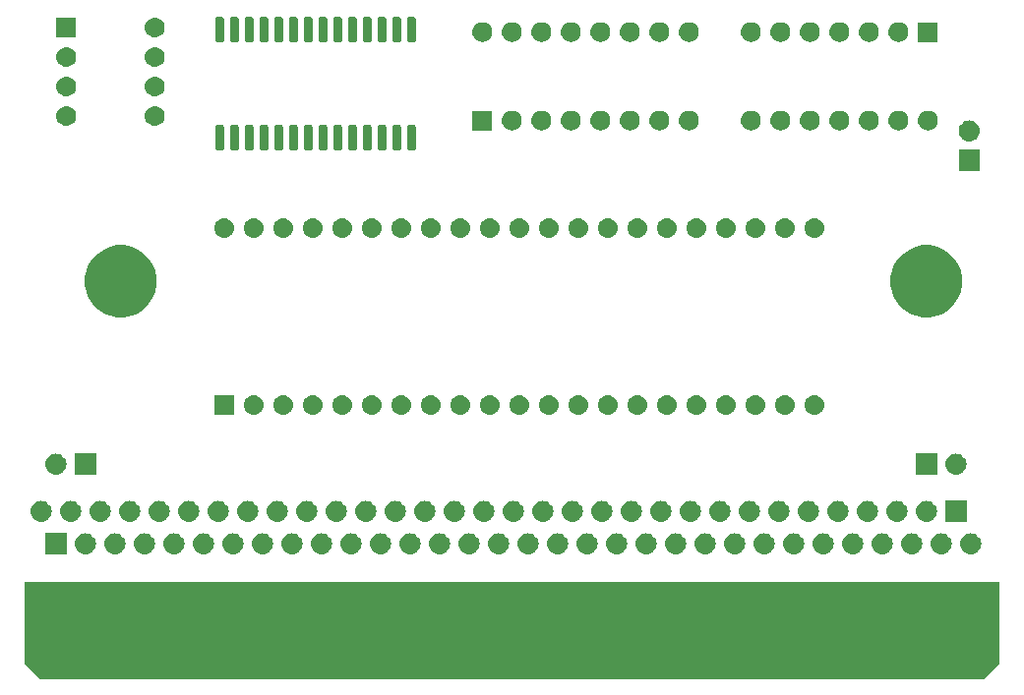
<source format=gbr>
G04 #@! TF.GenerationSoftware,KiCad,Pcbnew,(5.1.4)-1*
G04 #@! TF.CreationDate,2020-07-31T00:20:29-03:00*
G04 #@! TF.ProjectId,Cart_FeRAM,43617274-5f46-4655-9241-4d2e6b696361,rev?*
G04 #@! TF.SameCoordinates,Original*
G04 #@! TF.FileFunction,Soldermask,Top*
G04 #@! TF.FilePolarity,Negative*
%FSLAX46Y46*%
G04 Gerber Fmt 4.6, Leading zero omitted, Abs format (unit mm)*
G04 Created by KiCad (PCBNEW (5.1.4)-1) date 2020-07-31 00:20:29*
%MOMM*%
%LPD*%
G04 APERTURE LIST*
%ADD10C,0.100000*%
G04 APERTURE END LIST*
D10*
G36*
X89535000Y-105918000D02*
G01*
X173355000Y-105918000D01*
X173355000Y-112903000D01*
X172085000Y-114173000D01*
X90805000Y-114173000D01*
X89535000Y-112903000D01*
X89535000Y-105918000D01*
G37*
X89535000Y-105918000D02*
X173355000Y-105918000D01*
X173355000Y-112903000D01*
X172085000Y-114173000D01*
X90805000Y-114173000D01*
X89535000Y-112903000D01*
X89535000Y-105918000D01*
G36*
X115172443Y-101721519D02*
G01*
X115238627Y-101728037D01*
X115408466Y-101779557D01*
X115564991Y-101863222D01*
X115600729Y-101892552D01*
X115702186Y-101975814D01*
X115785448Y-102077271D01*
X115814778Y-102113009D01*
X115898443Y-102269534D01*
X115949963Y-102439373D01*
X115967359Y-102616000D01*
X115949963Y-102792627D01*
X115898443Y-102962466D01*
X115814778Y-103118991D01*
X115785448Y-103154729D01*
X115702186Y-103256186D01*
X115600729Y-103339448D01*
X115564991Y-103368778D01*
X115408466Y-103452443D01*
X115238627Y-103503963D01*
X115172443Y-103510481D01*
X115106260Y-103517000D01*
X115017740Y-103517000D01*
X114951558Y-103510482D01*
X114885373Y-103503963D01*
X114715534Y-103452443D01*
X114559009Y-103368778D01*
X114523271Y-103339448D01*
X114421814Y-103256186D01*
X114338552Y-103154729D01*
X114309222Y-103118991D01*
X114225557Y-102962466D01*
X114174037Y-102792627D01*
X114156641Y-102616000D01*
X114174037Y-102439373D01*
X114225557Y-102269534D01*
X114309222Y-102113009D01*
X114338552Y-102077271D01*
X114421814Y-101975814D01*
X114523271Y-101892552D01*
X114559009Y-101863222D01*
X114715534Y-101779557D01*
X114885373Y-101728037D01*
X114951558Y-101721518D01*
X115017740Y-101715000D01*
X115106260Y-101715000D01*
X115172443Y-101721519D01*
X115172443Y-101721519D01*
G37*
G36*
X93103000Y-103517000D02*
G01*
X91301000Y-103517000D01*
X91301000Y-101715000D01*
X93103000Y-101715000D01*
X93103000Y-103517000D01*
X93103000Y-103517000D01*
G37*
G36*
X94852443Y-101721519D02*
G01*
X94918627Y-101728037D01*
X95088466Y-101779557D01*
X95244991Y-101863222D01*
X95280729Y-101892552D01*
X95382186Y-101975814D01*
X95465448Y-102077271D01*
X95494778Y-102113009D01*
X95578443Y-102269534D01*
X95629963Y-102439373D01*
X95647359Y-102616000D01*
X95629963Y-102792627D01*
X95578443Y-102962466D01*
X95494778Y-103118991D01*
X95465448Y-103154729D01*
X95382186Y-103256186D01*
X95280729Y-103339448D01*
X95244991Y-103368778D01*
X95088466Y-103452443D01*
X94918627Y-103503963D01*
X94852443Y-103510481D01*
X94786260Y-103517000D01*
X94697740Y-103517000D01*
X94631558Y-103510482D01*
X94565373Y-103503963D01*
X94395534Y-103452443D01*
X94239009Y-103368778D01*
X94203271Y-103339448D01*
X94101814Y-103256186D01*
X94018552Y-103154729D01*
X93989222Y-103118991D01*
X93905557Y-102962466D01*
X93854037Y-102792627D01*
X93836641Y-102616000D01*
X93854037Y-102439373D01*
X93905557Y-102269534D01*
X93989222Y-102113009D01*
X94018552Y-102077271D01*
X94101814Y-101975814D01*
X94203271Y-101892552D01*
X94239009Y-101863222D01*
X94395534Y-101779557D01*
X94565373Y-101728037D01*
X94631558Y-101721518D01*
X94697740Y-101715000D01*
X94786260Y-101715000D01*
X94852443Y-101721519D01*
X94852443Y-101721519D01*
G37*
G36*
X97392443Y-101721519D02*
G01*
X97458627Y-101728037D01*
X97628466Y-101779557D01*
X97784991Y-101863222D01*
X97820729Y-101892552D01*
X97922186Y-101975814D01*
X98005448Y-102077271D01*
X98034778Y-102113009D01*
X98118443Y-102269534D01*
X98169963Y-102439373D01*
X98187359Y-102616000D01*
X98169963Y-102792627D01*
X98118443Y-102962466D01*
X98034778Y-103118991D01*
X98005448Y-103154729D01*
X97922186Y-103256186D01*
X97820729Y-103339448D01*
X97784991Y-103368778D01*
X97628466Y-103452443D01*
X97458627Y-103503963D01*
X97392443Y-103510481D01*
X97326260Y-103517000D01*
X97237740Y-103517000D01*
X97171558Y-103510482D01*
X97105373Y-103503963D01*
X96935534Y-103452443D01*
X96779009Y-103368778D01*
X96743271Y-103339448D01*
X96641814Y-103256186D01*
X96558552Y-103154729D01*
X96529222Y-103118991D01*
X96445557Y-102962466D01*
X96394037Y-102792627D01*
X96376641Y-102616000D01*
X96394037Y-102439373D01*
X96445557Y-102269534D01*
X96529222Y-102113009D01*
X96558552Y-102077271D01*
X96641814Y-101975814D01*
X96743271Y-101892552D01*
X96779009Y-101863222D01*
X96935534Y-101779557D01*
X97105373Y-101728037D01*
X97171558Y-101721518D01*
X97237740Y-101715000D01*
X97326260Y-101715000D01*
X97392443Y-101721519D01*
X97392443Y-101721519D01*
G37*
G36*
X99932443Y-101721519D02*
G01*
X99998627Y-101728037D01*
X100168466Y-101779557D01*
X100324991Y-101863222D01*
X100360729Y-101892552D01*
X100462186Y-101975814D01*
X100545448Y-102077271D01*
X100574778Y-102113009D01*
X100658443Y-102269534D01*
X100709963Y-102439373D01*
X100727359Y-102616000D01*
X100709963Y-102792627D01*
X100658443Y-102962466D01*
X100574778Y-103118991D01*
X100545448Y-103154729D01*
X100462186Y-103256186D01*
X100360729Y-103339448D01*
X100324991Y-103368778D01*
X100168466Y-103452443D01*
X99998627Y-103503963D01*
X99932443Y-103510481D01*
X99866260Y-103517000D01*
X99777740Y-103517000D01*
X99711558Y-103510482D01*
X99645373Y-103503963D01*
X99475534Y-103452443D01*
X99319009Y-103368778D01*
X99283271Y-103339448D01*
X99181814Y-103256186D01*
X99098552Y-103154729D01*
X99069222Y-103118991D01*
X98985557Y-102962466D01*
X98934037Y-102792627D01*
X98916641Y-102616000D01*
X98934037Y-102439373D01*
X98985557Y-102269534D01*
X99069222Y-102113009D01*
X99098552Y-102077271D01*
X99181814Y-101975814D01*
X99283271Y-101892552D01*
X99319009Y-101863222D01*
X99475534Y-101779557D01*
X99645373Y-101728037D01*
X99711558Y-101721518D01*
X99777740Y-101715000D01*
X99866260Y-101715000D01*
X99932443Y-101721519D01*
X99932443Y-101721519D01*
G37*
G36*
X102472443Y-101721519D02*
G01*
X102538627Y-101728037D01*
X102708466Y-101779557D01*
X102864991Y-101863222D01*
X102900729Y-101892552D01*
X103002186Y-101975814D01*
X103085448Y-102077271D01*
X103114778Y-102113009D01*
X103198443Y-102269534D01*
X103249963Y-102439373D01*
X103267359Y-102616000D01*
X103249963Y-102792627D01*
X103198443Y-102962466D01*
X103114778Y-103118991D01*
X103085448Y-103154729D01*
X103002186Y-103256186D01*
X102900729Y-103339448D01*
X102864991Y-103368778D01*
X102708466Y-103452443D01*
X102538627Y-103503963D01*
X102472443Y-103510481D01*
X102406260Y-103517000D01*
X102317740Y-103517000D01*
X102251558Y-103510482D01*
X102185373Y-103503963D01*
X102015534Y-103452443D01*
X101859009Y-103368778D01*
X101823271Y-103339448D01*
X101721814Y-103256186D01*
X101638552Y-103154729D01*
X101609222Y-103118991D01*
X101525557Y-102962466D01*
X101474037Y-102792627D01*
X101456641Y-102616000D01*
X101474037Y-102439373D01*
X101525557Y-102269534D01*
X101609222Y-102113009D01*
X101638552Y-102077271D01*
X101721814Y-101975814D01*
X101823271Y-101892552D01*
X101859009Y-101863222D01*
X102015534Y-101779557D01*
X102185373Y-101728037D01*
X102251558Y-101721518D01*
X102317740Y-101715000D01*
X102406260Y-101715000D01*
X102472443Y-101721519D01*
X102472443Y-101721519D01*
G37*
G36*
X105012443Y-101721519D02*
G01*
X105078627Y-101728037D01*
X105248466Y-101779557D01*
X105404991Y-101863222D01*
X105440729Y-101892552D01*
X105542186Y-101975814D01*
X105625448Y-102077271D01*
X105654778Y-102113009D01*
X105738443Y-102269534D01*
X105789963Y-102439373D01*
X105807359Y-102616000D01*
X105789963Y-102792627D01*
X105738443Y-102962466D01*
X105654778Y-103118991D01*
X105625448Y-103154729D01*
X105542186Y-103256186D01*
X105440729Y-103339448D01*
X105404991Y-103368778D01*
X105248466Y-103452443D01*
X105078627Y-103503963D01*
X105012443Y-103510481D01*
X104946260Y-103517000D01*
X104857740Y-103517000D01*
X104791558Y-103510482D01*
X104725373Y-103503963D01*
X104555534Y-103452443D01*
X104399009Y-103368778D01*
X104363271Y-103339448D01*
X104261814Y-103256186D01*
X104178552Y-103154729D01*
X104149222Y-103118991D01*
X104065557Y-102962466D01*
X104014037Y-102792627D01*
X103996641Y-102616000D01*
X104014037Y-102439373D01*
X104065557Y-102269534D01*
X104149222Y-102113009D01*
X104178552Y-102077271D01*
X104261814Y-101975814D01*
X104363271Y-101892552D01*
X104399009Y-101863222D01*
X104555534Y-101779557D01*
X104725373Y-101728037D01*
X104791558Y-101721518D01*
X104857740Y-101715000D01*
X104946260Y-101715000D01*
X105012443Y-101721519D01*
X105012443Y-101721519D01*
G37*
G36*
X107552443Y-101721519D02*
G01*
X107618627Y-101728037D01*
X107788466Y-101779557D01*
X107944991Y-101863222D01*
X107980729Y-101892552D01*
X108082186Y-101975814D01*
X108165448Y-102077271D01*
X108194778Y-102113009D01*
X108278443Y-102269534D01*
X108329963Y-102439373D01*
X108347359Y-102616000D01*
X108329963Y-102792627D01*
X108278443Y-102962466D01*
X108194778Y-103118991D01*
X108165448Y-103154729D01*
X108082186Y-103256186D01*
X107980729Y-103339448D01*
X107944991Y-103368778D01*
X107788466Y-103452443D01*
X107618627Y-103503963D01*
X107552443Y-103510481D01*
X107486260Y-103517000D01*
X107397740Y-103517000D01*
X107331558Y-103510482D01*
X107265373Y-103503963D01*
X107095534Y-103452443D01*
X106939009Y-103368778D01*
X106903271Y-103339448D01*
X106801814Y-103256186D01*
X106718552Y-103154729D01*
X106689222Y-103118991D01*
X106605557Y-102962466D01*
X106554037Y-102792627D01*
X106536641Y-102616000D01*
X106554037Y-102439373D01*
X106605557Y-102269534D01*
X106689222Y-102113009D01*
X106718552Y-102077271D01*
X106801814Y-101975814D01*
X106903271Y-101892552D01*
X106939009Y-101863222D01*
X107095534Y-101779557D01*
X107265373Y-101728037D01*
X107331558Y-101721518D01*
X107397740Y-101715000D01*
X107486260Y-101715000D01*
X107552443Y-101721519D01*
X107552443Y-101721519D01*
G37*
G36*
X110092443Y-101721519D02*
G01*
X110158627Y-101728037D01*
X110328466Y-101779557D01*
X110484991Y-101863222D01*
X110520729Y-101892552D01*
X110622186Y-101975814D01*
X110705448Y-102077271D01*
X110734778Y-102113009D01*
X110818443Y-102269534D01*
X110869963Y-102439373D01*
X110887359Y-102616000D01*
X110869963Y-102792627D01*
X110818443Y-102962466D01*
X110734778Y-103118991D01*
X110705448Y-103154729D01*
X110622186Y-103256186D01*
X110520729Y-103339448D01*
X110484991Y-103368778D01*
X110328466Y-103452443D01*
X110158627Y-103503963D01*
X110092443Y-103510481D01*
X110026260Y-103517000D01*
X109937740Y-103517000D01*
X109871558Y-103510482D01*
X109805373Y-103503963D01*
X109635534Y-103452443D01*
X109479009Y-103368778D01*
X109443271Y-103339448D01*
X109341814Y-103256186D01*
X109258552Y-103154729D01*
X109229222Y-103118991D01*
X109145557Y-102962466D01*
X109094037Y-102792627D01*
X109076641Y-102616000D01*
X109094037Y-102439373D01*
X109145557Y-102269534D01*
X109229222Y-102113009D01*
X109258552Y-102077271D01*
X109341814Y-101975814D01*
X109443271Y-101892552D01*
X109479009Y-101863222D01*
X109635534Y-101779557D01*
X109805373Y-101728037D01*
X109871558Y-101721518D01*
X109937740Y-101715000D01*
X110026260Y-101715000D01*
X110092443Y-101721519D01*
X110092443Y-101721519D01*
G37*
G36*
X135492443Y-101721519D02*
G01*
X135558627Y-101728037D01*
X135728466Y-101779557D01*
X135884991Y-101863222D01*
X135920729Y-101892552D01*
X136022186Y-101975814D01*
X136105448Y-102077271D01*
X136134778Y-102113009D01*
X136218443Y-102269534D01*
X136269963Y-102439373D01*
X136287359Y-102616000D01*
X136269963Y-102792627D01*
X136218443Y-102962466D01*
X136134778Y-103118991D01*
X136105448Y-103154729D01*
X136022186Y-103256186D01*
X135920729Y-103339448D01*
X135884991Y-103368778D01*
X135728466Y-103452443D01*
X135558627Y-103503963D01*
X135492443Y-103510481D01*
X135426260Y-103517000D01*
X135337740Y-103517000D01*
X135271558Y-103510482D01*
X135205373Y-103503963D01*
X135035534Y-103452443D01*
X134879009Y-103368778D01*
X134843271Y-103339448D01*
X134741814Y-103256186D01*
X134658552Y-103154729D01*
X134629222Y-103118991D01*
X134545557Y-102962466D01*
X134494037Y-102792627D01*
X134476641Y-102616000D01*
X134494037Y-102439373D01*
X134545557Y-102269534D01*
X134629222Y-102113009D01*
X134658552Y-102077271D01*
X134741814Y-101975814D01*
X134843271Y-101892552D01*
X134879009Y-101863222D01*
X135035534Y-101779557D01*
X135205373Y-101728037D01*
X135271558Y-101721518D01*
X135337740Y-101715000D01*
X135426260Y-101715000D01*
X135492443Y-101721519D01*
X135492443Y-101721519D01*
G37*
G36*
X117712443Y-101721519D02*
G01*
X117778627Y-101728037D01*
X117948466Y-101779557D01*
X118104991Y-101863222D01*
X118140729Y-101892552D01*
X118242186Y-101975814D01*
X118325448Y-102077271D01*
X118354778Y-102113009D01*
X118438443Y-102269534D01*
X118489963Y-102439373D01*
X118507359Y-102616000D01*
X118489963Y-102792627D01*
X118438443Y-102962466D01*
X118354778Y-103118991D01*
X118325448Y-103154729D01*
X118242186Y-103256186D01*
X118140729Y-103339448D01*
X118104991Y-103368778D01*
X117948466Y-103452443D01*
X117778627Y-103503963D01*
X117712443Y-103510481D01*
X117646260Y-103517000D01*
X117557740Y-103517000D01*
X117491558Y-103510482D01*
X117425373Y-103503963D01*
X117255534Y-103452443D01*
X117099009Y-103368778D01*
X117063271Y-103339448D01*
X116961814Y-103256186D01*
X116878552Y-103154729D01*
X116849222Y-103118991D01*
X116765557Y-102962466D01*
X116714037Y-102792627D01*
X116696641Y-102616000D01*
X116714037Y-102439373D01*
X116765557Y-102269534D01*
X116849222Y-102113009D01*
X116878552Y-102077271D01*
X116961814Y-101975814D01*
X117063271Y-101892552D01*
X117099009Y-101863222D01*
X117255534Y-101779557D01*
X117425373Y-101728037D01*
X117491558Y-101721518D01*
X117557740Y-101715000D01*
X117646260Y-101715000D01*
X117712443Y-101721519D01*
X117712443Y-101721519D01*
G37*
G36*
X120252443Y-101721519D02*
G01*
X120318627Y-101728037D01*
X120488466Y-101779557D01*
X120644991Y-101863222D01*
X120680729Y-101892552D01*
X120782186Y-101975814D01*
X120865448Y-102077271D01*
X120894778Y-102113009D01*
X120978443Y-102269534D01*
X121029963Y-102439373D01*
X121047359Y-102616000D01*
X121029963Y-102792627D01*
X120978443Y-102962466D01*
X120894778Y-103118991D01*
X120865448Y-103154729D01*
X120782186Y-103256186D01*
X120680729Y-103339448D01*
X120644991Y-103368778D01*
X120488466Y-103452443D01*
X120318627Y-103503963D01*
X120252443Y-103510481D01*
X120186260Y-103517000D01*
X120097740Y-103517000D01*
X120031558Y-103510482D01*
X119965373Y-103503963D01*
X119795534Y-103452443D01*
X119639009Y-103368778D01*
X119603271Y-103339448D01*
X119501814Y-103256186D01*
X119418552Y-103154729D01*
X119389222Y-103118991D01*
X119305557Y-102962466D01*
X119254037Y-102792627D01*
X119236641Y-102616000D01*
X119254037Y-102439373D01*
X119305557Y-102269534D01*
X119389222Y-102113009D01*
X119418552Y-102077271D01*
X119501814Y-101975814D01*
X119603271Y-101892552D01*
X119639009Y-101863222D01*
X119795534Y-101779557D01*
X119965373Y-101728037D01*
X120031558Y-101721518D01*
X120097740Y-101715000D01*
X120186260Y-101715000D01*
X120252443Y-101721519D01*
X120252443Y-101721519D01*
G37*
G36*
X122792443Y-101721519D02*
G01*
X122858627Y-101728037D01*
X123028466Y-101779557D01*
X123184991Y-101863222D01*
X123220729Y-101892552D01*
X123322186Y-101975814D01*
X123405448Y-102077271D01*
X123434778Y-102113009D01*
X123518443Y-102269534D01*
X123569963Y-102439373D01*
X123587359Y-102616000D01*
X123569963Y-102792627D01*
X123518443Y-102962466D01*
X123434778Y-103118991D01*
X123405448Y-103154729D01*
X123322186Y-103256186D01*
X123220729Y-103339448D01*
X123184991Y-103368778D01*
X123028466Y-103452443D01*
X122858627Y-103503963D01*
X122792443Y-103510481D01*
X122726260Y-103517000D01*
X122637740Y-103517000D01*
X122571558Y-103510482D01*
X122505373Y-103503963D01*
X122335534Y-103452443D01*
X122179009Y-103368778D01*
X122143271Y-103339448D01*
X122041814Y-103256186D01*
X121958552Y-103154729D01*
X121929222Y-103118991D01*
X121845557Y-102962466D01*
X121794037Y-102792627D01*
X121776641Y-102616000D01*
X121794037Y-102439373D01*
X121845557Y-102269534D01*
X121929222Y-102113009D01*
X121958552Y-102077271D01*
X122041814Y-101975814D01*
X122143271Y-101892552D01*
X122179009Y-101863222D01*
X122335534Y-101779557D01*
X122505373Y-101728037D01*
X122571558Y-101721518D01*
X122637740Y-101715000D01*
X122726260Y-101715000D01*
X122792443Y-101721519D01*
X122792443Y-101721519D01*
G37*
G36*
X125332443Y-101721519D02*
G01*
X125398627Y-101728037D01*
X125568466Y-101779557D01*
X125724991Y-101863222D01*
X125760729Y-101892552D01*
X125862186Y-101975814D01*
X125945448Y-102077271D01*
X125974778Y-102113009D01*
X126058443Y-102269534D01*
X126109963Y-102439373D01*
X126127359Y-102616000D01*
X126109963Y-102792627D01*
X126058443Y-102962466D01*
X125974778Y-103118991D01*
X125945448Y-103154729D01*
X125862186Y-103256186D01*
X125760729Y-103339448D01*
X125724991Y-103368778D01*
X125568466Y-103452443D01*
X125398627Y-103503963D01*
X125332443Y-103510481D01*
X125266260Y-103517000D01*
X125177740Y-103517000D01*
X125111558Y-103510482D01*
X125045373Y-103503963D01*
X124875534Y-103452443D01*
X124719009Y-103368778D01*
X124683271Y-103339448D01*
X124581814Y-103256186D01*
X124498552Y-103154729D01*
X124469222Y-103118991D01*
X124385557Y-102962466D01*
X124334037Y-102792627D01*
X124316641Y-102616000D01*
X124334037Y-102439373D01*
X124385557Y-102269534D01*
X124469222Y-102113009D01*
X124498552Y-102077271D01*
X124581814Y-101975814D01*
X124683271Y-101892552D01*
X124719009Y-101863222D01*
X124875534Y-101779557D01*
X125045373Y-101728037D01*
X125111558Y-101721518D01*
X125177740Y-101715000D01*
X125266260Y-101715000D01*
X125332443Y-101721519D01*
X125332443Y-101721519D01*
G37*
G36*
X127872443Y-101721519D02*
G01*
X127938627Y-101728037D01*
X128108466Y-101779557D01*
X128264991Y-101863222D01*
X128300729Y-101892552D01*
X128402186Y-101975814D01*
X128485448Y-102077271D01*
X128514778Y-102113009D01*
X128598443Y-102269534D01*
X128649963Y-102439373D01*
X128667359Y-102616000D01*
X128649963Y-102792627D01*
X128598443Y-102962466D01*
X128514778Y-103118991D01*
X128485448Y-103154729D01*
X128402186Y-103256186D01*
X128300729Y-103339448D01*
X128264991Y-103368778D01*
X128108466Y-103452443D01*
X127938627Y-103503963D01*
X127872443Y-103510481D01*
X127806260Y-103517000D01*
X127717740Y-103517000D01*
X127651558Y-103510482D01*
X127585373Y-103503963D01*
X127415534Y-103452443D01*
X127259009Y-103368778D01*
X127223271Y-103339448D01*
X127121814Y-103256186D01*
X127038552Y-103154729D01*
X127009222Y-103118991D01*
X126925557Y-102962466D01*
X126874037Y-102792627D01*
X126856641Y-102616000D01*
X126874037Y-102439373D01*
X126925557Y-102269534D01*
X127009222Y-102113009D01*
X127038552Y-102077271D01*
X127121814Y-101975814D01*
X127223271Y-101892552D01*
X127259009Y-101863222D01*
X127415534Y-101779557D01*
X127585373Y-101728037D01*
X127651558Y-101721518D01*
X127717740Y-101715000D01*
X127806260Y-101715000D01*
X127872443Y-101721519D01*
X127872443Y-101721519D01*
G37*
G36*
X130412443Y-101721519D02*
G01*
X130478627Y-101728037D01*
X130648466Y-101779557D01*
X130804991Y-101863222D01*
X130840729Y-101892552D01*
X130942186Y-101975814D01*
X131025448Y-102077271D01*
X131054778Y-102113009D01*
X131138443Y-102269534D01*
X131189963Y-102439373D01*
X131207359Y-102616000D01*
X131189963Y-102792627D01*
X131138443Y-102962466D01*
X131054778Y-103118991D01*
X131025448Y-103154729D01*
X130942186Y-103256186D01*
X130840729Y-103339448D01*
X130804991Y-103368778D01*
X130648466Y-103452443D01*
X130478627Y-103503963D01*
X130412443Y-103510481D01*
X130346260Y-103517000D01*
X130257740Y-103517000D01*
X130191558Y-103510482D01*
X130125373Y-103503963D01*
X129955534Y-103452443D01*
X129799009Y-103368778D01*
X129763271Y-103339448D01*
X129661814Y-103256186D01*
X129578552Y-103154729D01*
X129549222Y-103118991D01*
X129465557Y-102962466D01*
X129414037Y-102792627D01*
X129396641Y-102616000D01*
X129414037Y-102439373D01*
X129465557Y-102269534D01*
X129549222Y-102113009D01*
X129578552Y-102077271D01*
X129661814Y-101975814D01*
X129763271Y-101892552D01*
X129799009Y-101863222D01*
X129955534Y-101779557D01*
X130125373Y-101728037D01*
X130191558Y-101721518D01*
X130257740Y-101715000D01*
X130346260Y-101715000D01*
X130412443Y-101721519D01*
X130412443Y-101721519D01*
G37*
G36*
X155812443Y-101721519D02*
G01*
X155878627Y-101728037D01*
X156048466Y-101779557D01*
X156204991Y-101863222D01*
X156240729Y-101892552D01*
X156342186Y-101975814D01*
X156425448Y-102077271D01*
X156454778Y-102113009D01*
X156538443Y-102269534D01*
X156589963Y-102439373D01*
X156607359Y-102616000D01*
X156589963Y-102792627D01*
X156538443Y-102962466D01*
X156454778Y-103118991D01*
X156425448Y-103154729D01*
X156342186Y-103256186D01*
X156240729Y-103339448D01*
X156204991Y-103368778D01*
X156048466Y-103452443D01*
X155878627Y-103503963D01*
X155812443Y-103510481D01*
X155746260Y-103517000D01*
X155657740Y-103517000D01*
X155591558Y-103510482D01*
X155525373Y-103503963D01*
X155355534Y-103452443D01*
X155199009Y-103368778D01*
X155163271Y-103339448D01*
X155061814Y-103256186D01*
X154978552Y-103154729D01*
X154949222Y-103118991D01*
X154865557Y-102962466D01*
X154814037Y-102792627D01*
X154796641Y-102616000D01*
X154814037Y-102439373D01*
X154865557Y-102269534D01*
X154949222Y-102113009D01*
X154978552Y-102077271D01*
X155061814Y-101975814D01*
X155163271Y-101892552D01*
X155199009Y-101863222D01*
X155355534Y-101779557D01*
X155525373Y-101728037D01*
X155591558Y-101721518D01*
X155657740Y-101715000D01*
X155746260Y-101715000D01*
X155812443Y-101721519D01*
X155812443Y-101721519D01*
G37*
G36*
X171052443Y-101721519D02*
G01*
X171118627Y-101728037D01*
X171288466Y-101779557D01*
X171444991Y-101863222D01*
X171480729Y-101892552D01*
X171582186Y-101975814D01*
X171665448Y-102077271D01*
X171694778Y-102113009D01*
X171778443Y-102269534D01*
X171829963Y-102439373D01*
X171847359Y-102616000D01*
X171829963Y-102792627D01*
X171778443Y-102962466D01*
X171694778Y-103118991D01*
X171665448Y-103154729D01*
X171582186Y-103256186D01*
X171480729Y-103339448D01*
X171444991Y-103368778D01*
X171288466Y-103452443D01*
X171118627Y-103503963D01*
X171052443Y-103510481D01*
X170986260Y-103517000D01*
X170897740Y-103517000D01*
X170831558Y-103510482D01*
X170765373Y-103503963D01*
X170595534Y-103452443D01*
X170439009Y-103368778D01*
X170403271Y-103339448D01*
X170301814Y-103256186D01*
X170218552Y-103154729D01*
X170189222Y-103118991D01*
X170105557Y-102962466D01*
X170054037Y-102792627D01*
X170036641Y-102616000D01*
X170054037Y-102439373D01*
X170105557Y-102269534D01*
X170189222Y-102113009D01*
X170218552Y-102077271D01*
X170301814Y-101975814D01*
X170403271Y-101892552D01*
X170439009Y-101863222D01*
X170595534Y-101779557D01*
X170765373Y-101728037D01*
X170831558Y-101721518D01*
X170897740Y-101715000D01*
X170986260Y-101715000D01*
X171052443Y-101721519D01*
X171052443Y-101721519D01*
G37*
G36*
X112632443Y-101721519D02*
G01*
X112698627Y-101728037D01*
X112868466Y-101779557D01*
X113024991Y-101863222D01*
X113060729Y-101892552D01*
X113162186Y-101975814D01*
X113245448Y-102077271D01*
X113274778Y-102113009D01*
X113358443Y-102269534D01*
X113409963Y-102439373D01*
X113427359Y-102616000D01*
X113409963Y-102792627D01*
X113358443Y-102962466D01*
X113274778Y-103118991D01*
X113245448Y-103154729D01*
X113162186Y-103256186D01*
X113060729Y-103339448D01*
X113024991Y-103368778D01*
X112868466Y-103452443D01*
X112698627Y-103503963D01*
X112632443Y-103510481D01*
X112566260Y-103517000D01*
X112477740Y-103517000D01*
X112411558Y-103510482D01*
X112345373Y-103503963D01*
X112175534Y-103452443D01*
X112019009Y-103368778D01*
X111983271Y-103339448D01*
X111881814Y-103256186D01*
X111798552Y-103154729D01*
X111769222Y-103118991D01*
X111685557Y-102962466D01*
X111634037Y-102792627D01*
X111616641Y-102616000D01*
X111634037Y-102439373D01*
X111685557Y-102269534D01*
X111769222Y-102113009D01*
X111798552Y-102077271D01*
X111881814Y-101975814D01*
X111983271Y-101892552D01*
X112019009Y-101863222D01*
X112175534Y-101779557D01*
X112345373Y-101728037D01*
X112411558Y-101721518D01*
X112477740Y-101715000D01*
X112566260Y-101715000D01*
X112632443Y-101721519D01*
X112632443Y-101721519D01*
G37*
G36*
X138032443Y-101721519D02*
G01*
X138098627Y-101728037D01*
X138268466Y-101779557D01*
X138424991Y-101863222D01*
X138460729Y-101892552D01*
X138562186Y-101975814D01*
X138645448Y-102077271D01*
X138674778Y-102113009D01*
X138758443Y-102269534D01*
X138809963Y-102439373D01*
X138827359Y-102616000D01*
X138809963Y-102792627D01*
X138758443Y-102962466D01*
X138674778Y-103118991D01*
X138645448Y-103154729D01*
X138562186Y-103256186D01*
X138460729Y-103339448D01*
X138424991Y-103368778D01*
X138268466Y-103452443D01*
X138098627Y-103503963D01*
X138032443Y-103510481D01*
X137966260Y-103517000D01*
X137877740Y-103517000D01*
X137811558Y-103510482D01*
X137745373Y-103503963D01*
X137575534Y-103452443D01*
X137419009Y-103368778D01*
X137383271Y-103339448D01*
X137281814Y-103256186D01*
X137198552Y-103154729D01*
X137169222Y-103118991D01*
X137085557Y-102962466D01*
X137034037Y-102792627D01*
X137016641Y-102616000D01*
X137034037Y-102439373D01*
X137085557Y-102269534D01*
X137169222Y-102113009D01*
X137198552Y-102077271D01*
X137281814Y-101975814D01*
X137383271Y-101892552D01*
X137419009Y-101863222D01*
X137575534Y-101779557D01*
X137745373Y-101728037D01*
X137811558Y-101721518D01*
X137877740Y-101715000D01*
X137966260Y-101715000D01*
X138032443Y-101721519D01*
X138032443Y-101721519D01*
G37*
G36*
X140572443Y-101721519D02*
G01*
X140638627Y-101728037D01*
X140808466Y-101779557D01*
X140964991Y-101863222D01*
X141000729Y-101892552D01*
X141102186Y-101975814D01*
X141185448Y-102077271D01*
X141214778Y-102113009D01*
X141298443Y-102269534D01*
X141349963Y-102439373D01*
X141367359Y-102616000D01*
X141349963Y-102792627D01*
X141298443Y-102962466D01*
X141214778Y-103118991D01*
X141185448Y-103154729D01*
X141102186Y-103256186D01*
X141000729Y-103339448D01*
X140964991Y-103368778D01*
X140808466Y-103452443D01*
X140638627Y-103503963D01*
X140572443Y-103510481D01*
X140506260Y-103517000D01*
X140417740Y-103517000D01*
X140351558Y-103510482D01*
X140285373Y-103503963D01*
X140115534Y-103452443D01*
X139959009Y-103368778D01*
X139923271Y-103339448D01*
X139821814Y-103256186D01*
X139738552Y-103154729D01*
X139709222Y-103118991D01*
X139625557Y-102962466D01*
X139574037Y-102792627D01*
X139556641Y-102616000D01*
X139574037Y-102439373D01*
X139625557Y-102269534D01*
X139709222Y-102113009D01*
X139738552Y-102077271D01*
X139821814Y-101975814D01*
X139923271Y-101892552D01*
X139959009Y-101863222D01*
X140115534Y-101779557D01*
X140285373Y-101728037D01*
X140351558Y-101721518D01*
X140417740Y-101715000D01*
X140506260Y-101715000D01*
X140572443Y-101721519D01*
X140572443Y-101721519D01*
G37*
G36*
X143112443Y-101721519D02*
G01*
X143178627Y-101728037D01*
X143348466Y-101779557D01*
X143504991Y-101863222D01*
X143540729Y-101892552D01*
X143642186Y-101975814D01*
X143725448Y-102077271D01*
X143754778Y-102113009D01*
X143838443Y-102269534D01*
X143889963Y-102439373D01*
X143907359Y-102616000D01*
X143889963Y-102792627D01*
X143838443Y-102962466D01*
X143754778Y-103118991D01*
X143725448Y-103154729D01*
X143642186Y-103256186D01*
X143540729Y-103339448D01*
X143504991Y-103368778D01*
X143348466Y-103452443D01*
X143178627Y-103503963D01*
X143112443Y-103510481D01*
X143046260Y-103517000D01*
X142957740Y-103517000D01*
X142891558Y-103510482D01*
X142825373Y-103503963D01*
X142655534Y-103452443D01*
X142499009Y-103368778D01*
X142463271Y-103339448D01*
X142361814Y-103256186D01*
X142278552Y-103154729D01*
X142249222Y-103118991D01*
X142165557Y-102962466D01*
X142114037Y-102792627D01*
X142096641Y-102616000D01*
X142114037Y-102439373D01*
X142165557Y-102269534D01*
X142249222Y-102113009D01*
X142278552Y-102077271D01*
X142361814Y-101975814D01*
X142463271Y-101892552D01*
X142499009Y-101863222D01*
X142655534Y-101779557D01*
X142825373Y-101728037D01*
X142891558Y-101721518D01*
X142957740Y-101715000D01*
X143046260Y-101715000D01*
X143112443Y-101721519D01*
X143112443Y-101721519D01*
G37*
G36*
X145652443Y-101721519D02*
G01*
X145718627Y-101728037D01*
X145888466Y-101779557D01*
X146044991Y-101863222D01*
X146080729Y-101892552D01*
X146182186Y-101975814D01*
X146265448Y-102077271D01*
X146294778Y-102113009D01*
X146378443Y-102269534D01*
X146429963Y-102439373D01*
X146447359Y-102616000D01*
X146429963Y-102792627D01*
X146378443Y-102962466D01*
X146294778Y-103118991D01*
X146265448Y-103154729D01*
X146182186Y-103256186D01*
X146080729Y-103339448D01*
X146044991Y-103368778D01*
X145888466Y-103452443D01*
X145718627Y-103503963D01*
X145652443Y-103510481D01*
X145586260Y-103517000D01*
X145497740Y-103517000D01*
X145431558Y-103510482D01*
X145365373Y-103503963D01*
X145195534Y-103452443D01*
X145039009Y-103368778D01*
X145003271Y-103339448D01*
X144901814Y-103256186D01*
X144818552Y-103154729D01*
X144789222Y-103118991D01*
X144705557Y-102962466D01*
X144654037Y-102792627D01*
X144636641Y-102616000D01*
X144654037Y-102439373D01*
X144705557Y-102269534D01*
X144789222Y-102113009D01*
X144818552Y-102077271D01*
X144901814Y-101975814D01*
X145003271Y-101892552D01*
X145039009Y-101863222D01*
X145195534Y-101779557D01*
X145365373Y-101728037D01*
X145431558Y-101721518D01*
X145497740Y-101715000D01*
X145586260Y-101715000D01*
X145652443Y-101721519D01*
X145652443Y-101721519D01*
G37*
G36*
X148192443Y-101721519D02*
G01*
X148258627Y-101728037D01*
X148428466Y-101779557D01*
X148584991Y-101863222D01*
X148620729Y-101892552D01*
X148722186Y-101975814D01*
X148805448Y-102077271D01*
X148834778Y-102113009D01*
X148918443Y-102269534D01*
X148969963Y-102439373D01*
X148987359Y-102616000D01*
X148969963Y-102792627D01*
X148918443Y-102962466D01*
X148834778Y-103118991D01*
X148805448Y-103154729D01*
X148722186Y-103256186D01*
X148620729Y-103339448D01*
X148584991Y-103368778D01*
X148428466Y-103452443D01*
X148258627Y-103503963D01*
X148192443Y-103510481D01*
X148126260Y-103517000D01*
X148037740Y-103517000D01*
X147971558Y-103510482D01*
X147905373Y-103503963D01*
X147735534Y-103452443D01*
X147579009Y-103368778D01*
X147543271Y-103339448D01*
X147441814Y-103256186D01*
X147358552Y-103154729D01*
X147329222Y-103118991D01*
X147245557Y-102962466D01*
X147194037Y-102792627D01*
X147176641Y-102616000D01*
X147194037Y-102439373D01*
X147245557Y-102269534D01*
X147329222Y-102113009D01*
X147358552Y-102077271D01*
X147441814Y-101975814D01*
X147543271Y-101892552D01*
X147579009Y-101863222D01*
X147735534Y-101779557D01*
X147905373Y-101728037D01*
X147971558Y-101721518D01*
X148037740Y-101715000D01*
X148126260Y-101715000D01*
X148192443Y-101721519D01*
X148192443Y-101721519D01*
G37*
G36*
X150732443Y-101721519D02*
G01*
X150798627Y-101728037D01*
X150968466Y-101779557D01*
X151124991Y-101863222D01*
X151160729Y-101892552D01*
X151262186Y-101975814D01*
X151345448Y-102077271D01*
X151374778Y-102113009D01*
X151458443Y-102269534D01*
X151509963Y-102439373D01*
X151527359Y-102616000D01*
X151509963Y-102792627D01*
X151458443Y-102962466D01*
X151374778Y-103118991D01*
X151345448Y-103154729D01*
X151262186Y-103256186D01*
X151160729Y-103339448D01*
X151124991Y-103368778D01*
X150968466Y-103452443D01*
X150798627Y-103503963D01*
X150732443Y-103510481D01*
X150666260Y-103517000D01*
X150577740Y-103517000D01*
X150511558Y-103510482D01*
X150445373Y-103503963D01*
X150275534Y-103452443D01*
X150119009Y-103368778D01*
X150083271Y-103339448D01*
X149981814Y-103256186D01*
X149898552Y-103154729D01*
X149869222Y-103118991D01*
X149785557Y-102962466D01*
X149734037Y-102792627D01*
X149716641Y-102616000D01*
X149734037Y-102439373D01*
X149785557Y-102269534D01*
X149869222Y-102113009D01*
X149898552Y-102077271D01*
X149981814Y-101975814D01*
X150083271Y-101892552D01*
X150119009Y-101863222D01*
X150275534Y-101779557D01*
X150445373Y-101728037D01*
X150511558Y-101721518D01*
X150577740Y-101715000D01*
X150666260Y-101715000D01*
X150732443Y-101721519D01*
X150732443Y-101721519D01*
G37*
G36*
X153272443Y-101721519D02*
G01*
X153338627Y-101728037D01*
X153508466Y-101779557D01*
X153664991Y-101863222D01*
X153700729Y-101892552D01*
X153802186Y-101975814D01*
X153885448Y-102077271D01*
X153914778Y-102113009D01*
X153998443Y-102269534D01*
X154049963Y-102439373D01*
X154067359Y-102616000D01*
X154049963Y-102792627D01*
X153998443Y-102962466D01*
X153914778Y-103118991D01*
X153885448Y-103154729D01*
X153802186Y-103256186D01*
X153700729Y-103339448D01*
X153664991Y-103368778D01*
X153508466Y-103452443D01*
X153338627Y-103503963D01*
X153272443Y-103510481D01*
X153206260Y-103517000D01*
X153117740Y-103517000D01*
X153051558Y-103510482D01*
X152985373Y-103503963D01*
X152815534Y-103452443D01*
X152659009Y-103368778D01*
X152623271Y-103339448D01*
X152521814Y-103256186D01*
X152438552Y-103154729D01*
X152409222Y-103118991D01*
X152325557Y-102962466D01*
X152274037Y-102792627D01*
X152256641Y-102616000D01*
X152274037Y-102439373D01*
X152325557Y-102269534D01*
X152409222Y-102113009D01*
X152438552Y-102077271D01*
X152521814Y-101975814D01*
X152623271Y-101892552D01*
X152659009Y-101863222D01*
X152815534Y-101779557D01*
X152985373Y-101728037D01*
X153051558Y-101721518D01*
X153117740Y-101715000D01*
X153206260Y-101715000D01*
X153272443Y-101721519D01*
X153272443Y-101721519D01*
G37*
G36*
X132952443Y-101721519D02*
G01*
X133018627Y-101728037D01*
X133188466Y-101779557D01*
X133344991Y-101863222D01*
X133380729Y-101892552D01*
X133482186Y-101975814D01*
X133565448Y-102077271D01*
X133594778Y-102113009D01*
X133678443Y-102269534D01*
X133729963Y-102439373D01*
X133747359Y-102616000D01*
X133729963Y-102792627D01*
X133678443Y-102962466D01*
X133594778Y-103118991D01*
X133565448Y-103154729D01*
X133482186Y-103256186D01*
X133380729Y-103339448D01*
X133344991Y-103368778D01*
X133188466Y-103452443D01*
X133018627Y-103503963D01*
X132952443Y-103510481D01*
X132886260Y-103517000D01*
X132797740Y-103517000D01*
X132731558Y-103510482D01*
X132665373Y-103503963D01*
X132495534Y-103452443D01*
X132339009Y-103368778D01*
X132303271Y-103339448D01*
X132201814Y-103256186D01*
X132118552Y-103154729D01*
X132089222Y-103118991D01*
X132005557Y-102962466D01*
X131954037Y-102792627D01*
X131936641Y-102616000D01*
X131954037Y-102439373D01*
X132005557Y-102269534D01*
X132089222Y-102113009D01*
X132118552Y-102077271D01*
X132201814Y-101975814D01*
X132303271Y-101892552D01*
X132339009Y-101863222D01*
X132495534Y-101779557D01*
X132665373Y-101728037D01*
X132731558Y-101721518D01*
X132797740Y-101715000D01*
X132886260Y-101715000D01*
X132952443Y-101721519D01*
X132952443Y-101721519D01*
G37*
G36*
X158352443Y-101721519D02*
G01*
X158418627Y-101728037D01*
X158588466Y-101779557D01*
X158744991Y-101863222D01*
X158780729Y-101892552D01*
X158882186Y-101975814D01*
X158965448Y-102077271D01*
X158994778Y-102113009D01*
X159078443Y-102269534D01*
X159129963Y-102439373D01*
X159147359Y-102616000D01*
X159129963Y-102792627D01*
X159078443Y-102962466D01*
X158994778Y-103118991D01*
X158965448Y-103154729D01*
X158882186Y-103256186D01*
X158780729Y-103339448D01*
X158744991Y-103368778D01*
X158588466Y-103452443D01*
X158418627Y-103503963D01*
X158352443Y-103510481D01*
X158286260Y-103517000D01*
X158197740Y-103517000D01*
X158131558Y-103510482D01*
X158065373Y-103503963D01*
X157895534Y-103452443D01*
X157739009Y-103368778D01*
X157703271Y-103339448D01*
X157601814Y-103256186D01*
X157518552Y-103154729D01*
X157489222Y-103118991D01*
X157405557Y-102962466D01*
X157354037Y-102792627D01*
X157336641Y-102616000D01*
X157354037Y-102439373D01*
X157405557Y-102269534D01*
X157489222Y-102113009D01*
X157518552Y-102077271D01*
X157601814Y-101975814D01*
X157703271Y-101892552D01*
X157739009Y-101863222D01*
X157895534Y-101779557D01*
X158065373Y-101728037D01*
X158131558Y-101721518D01*
X158197740Y-101715000D01*
X158286260Y-101715000D01*
X158352443Y-101721519D01*
X158352443Y-101721519D01*
G37*
G36*
X160892443Y-101721519D02*
G01*
X160958627Y-101728037D01*
X161128466Y-101779557D01*
X161284991Y-101863222D01*
X161320729Y-101892552D01*
X161422186Y-101975814D01*
X161505448Y-102077271D01*
X161534778Y-102113009D01*
X161618443Y-102269534D01*
X161669963Y-102439373D01*
X161687359Y-102616000D01*
X161669963Y-102792627D01*
X161618443Y-102962466D01*
X161534778Y-103118991D01*
X161505448Y-103154729D01*
X161422186Y-103256186D01*
X161320729Y-103339448D01*
X161284991Y-103368778D01*
X161128466Y-103452443D01*
X160958627Y-103503963D01*
X160892443Y-103510481D01*
X160826260Y-103517000D01*
X160737740Y-103517000D01*
X160671558Y-103510482D01*
X160605373Y-103503963D01*
X160435534Y-103452443D01*
X160279009Y-103368778D01*
X160243271Y-103339448D01*
X160141814Y-103256186D01*
X160058552Y-103154729D01*
X160029222Y-103118991D01*
X159945557Y-102962466D01*
X159894037Y-102792627D01*
X159876641Y-102616000D01*
X159894037Y-102439373D01*
X159945557Y-102269534D01*
X160029222Y-102113009D01*
X160058552Y-102077271D01*
X160141814Y-101975814D01*
X160243271Y-101892552D01*
X160279009Y-101863222D01*
X160435534Y-101779557D01*
X160605373Y-101728037D01*
X160671558Y-101721518D01*
X160737740Y-101715000D01*
X160826260Y-101715000D01*
X160892443Y-101721519D01*
X160892443Y-101721519D01*
G37*
G36*
X163432443Y-101721519D02*
G01*
X163498627Y-101728037D01*
X163668466Y-101779557D01*
X163824991Y-101863222D01*
X163860729Y-101892552D01*
X163962186Y-101975814D01*
X164045448Y-102077271D01*
X164074778Y-102113009D01*
X164158443Y-102269534D01*
X164209963Y-102439373D01*
X164227359Y-102616000D01*
X164209963Y-102792627D01*
X164158443Y-102962466D01*
X164074778Y-103118991D01*
X164045448Y-103154729D01*
X163962186Y-103256186D01*
X163860729Y-103339448D01*
X163824991Y-103368778D01*
X163668466Y-103452443D01*
X163498627Y-103503963D01*
X163432443Y-103510481D01*
X163366260Y-103517000D01*
X163277740Y-103517000D01*
X163211558Y-103510482D01*
X163145373Y-103503963D01*
X162975534Y-103452443D01*
X162819009Y-103368778D01*
X162783271Y-103339448D01*
X162681814Y-103256186D01*
X162598552Y-103154729D01*
X162569222Y-103118991D01*
X162485557Y-102962466D01*
X162434037Y-102792627D01*
X162416641Y-102616000D01*
X162434037Y-102439373D01*
X162485557Y-102269534D01*
X162569222Y-102113009D01*
X162598552Y-102077271D01*
X162681814Y-101975814D01*
X162783271Y-101892552D01*
X162819009Y-101863222D01*
X162975534Y-101779557D01*
X163145373Y-101728037D01*
X163211558Y-101721518D01*
X163277740Y-101715000D01*
X163366260Y-101715000D01*
X163432443Y-101721519D01*
X163432443Y-101721519D01*
G37*
G36*
X165972443Y-101721519D02*
G01*
X166038627Y-101728037D01*
X166208466Y-101779557D01*
X166364991Y-101863222D01*
X166400729Y-101892552D01*
X166502186Y-101975814D01*
X166585448Y-102077271D01*
X166614778Y-102113009D01*
X166698443Y-102269534D01*
X166749963Y-102439373D01*
X166767359Y-102616000D01*
X166749963Y-102792627D01*
X166698443Y-102962466D01*
X166614778Y-103118991D01*
X166585448Y-103154729D01*
X166502186Y-103256186D01*
X166400729Y-103339448D01*
X166364991Y-103368778D01*
X166208466Y-103452443D01*
X166038627Y-103503963D01*
X165972443Y-103510481D01*
X165906260Y-103517000D01*
X165817740Y-103517000D01*
X165751558Y-103510482D01*
X165685373Y-103503963D01*
X165515534Y-103452443D01*
X165359009Y-103368778D01*
X165323271Y-103339448D01*
X165221814Y-103256186D01*
X165138552Y-103154729D01*
X165109222Y-103118991D01*
X165025557Y-102962466D01*
X164974037Y-102792627D01*
X164956641Y-102616000D01*
X164974037Y-102439373D01*
X165025557Y-102269534D01*
X165109222Y-102113009D01*
X165138552Y-102077271D01*
X165221814Y-101975814D01*
X165323271Y-101892552D01*
X165359009Y-101863222D01*
X165515534Y-101779557D01*
X165685373Y-101728037D01*
X165751558Y-101721518D01*
X165817740Y-101715000D01*
X165906260Y-101715000D01*
X165972443Y-101721519D01*
X165972443Y-101721519D01*
G37*
G36*
X168512443Y-101721519D02*
G01*
X168578627Y-101728037D01*
X168748466Y-101779557D01*
X168904991Y-101863222D01*
X168940729Y-101892552D01*
X169042186Y-101975814D01*
X169125448Y-102077271D01*
X169154778Y-102113009D01*
X169238443Y-102269534D01*
X169289963Y-102439373D01*
X169307359Y-102616000D01*
X169289963Y-102792627D01*
X169238443Y-102962466D01*
X169154778Y-103118991D01*
X169125448Y-103154729D01*
X169042186Y-103256186D01*
X168940729Y-103339448D01*
X168904991Y-103368778D01*
X168748466Y-103452443D01*
X168578627Y-103503963D01*
X168512443Y-103510481D01*
X168446260Y-103517000D01*
X168357740Y-103517000D01*
X168291558Y-103510482D01*
X168225373Y-103503963D01*
X168055534Y-103452443D01*
X167899009Y-103368778D01*
X167863271Y-103339448D01*
X167761814Y-103256186D01*
X167678552Y-103154729D01*
X167649222Y-103118991D01*
X167565557Y-102962466D01*
X167514037Y-102792627D01*
X167496641Y-102616000D01*
X167514037Y-102439373D01*
X167565557Y-102269534D01*
X167649222Y-102113009D01*
X167678552Y-102077271D01*
X167761814Y-101975814D01*
X167863271Y-101892552D01*
X167899009Y-101863222D01*
X168055534Y-101779557D01*
X168225373Y-101728037D01*
X168291558Y-101721518D01*
X168357740Y-101715000D01*
X168446260Y-101715000D01*
X168512443Y-101721519D01*
X168512443Y-101721519D01*
G37*
G36*
X118982442Y-98927518D02*
G01*
X119048627Y-98934037D01*
X119218466Y-98985557D01*
X119374991Y-99069222D01*
X119410729Y-99098552D01*
X119512186Y-99181814D01*
X119595448Y-99283271D01*
X119624778Y-99319009D01*
X119708443Y-99475534D01*
X119759963Y-99645373D01*
X119777359Y-99822000D01*
X119759963Y-99998627D01*
X119708443Y-100168466D01*
X119624778Y-100324991D01*
X119595448Y-100360729D01*
X119512186Y-100462186D01*
X119410729Y-100545448D01*
X119374991Y-100574778D01*
X119218466Y-100658443D01*
X119048627Y-100709963D01*
X118982443Y-100716481D01*
X118916260Y-100723000D01*
X118827740Y-100723000D01*
X118761558Y-100716482D01*
X118695373Y-100709963D01*
X118525534Y-100658443D01*
X118369009Y-100574778D01*
X118333271Y-100545448D01*
X118231814Y-100462186D01*
X118148552Y-100360729D01*
X118119222Y-100324991D01*
X118035557Y-100168466D01*
X117984037Y-99998627D01*
X117966641Y-99822000D01*
X117984037Y-99645373D01*
X118035557Y-99475534D01*
X118119222Y-99319009D01*
X118148552Y-99283271D01*
X118231814Y-99181814D01*
X118333271Y-99098552D01*
X118369009Y-99069222D01*
X118525534Y-98985557D01*
X118695373Y-98934037D01*
X118761557Y-98927519D01*
X118827740Y-98921000D01*
X118916260Y-98921000D01*
X118982442Y-98927518D01*
X118982442Y-98927518D01*
G37*
G36*
X162162442Y-98927518D02*
G01*
X162228627Y-98934037D01*
X162398466Y-98985557D01*
X162554991Y-99069222D01*
X162590729Y-99098552D01*
X162692186Y-99181814D01*
X162775448Y-99283271D01*
X162804778Y-99319009D01*
X162888443Y-99475534D01*
X162939963Y-99645373D01*
X162957359Y-99822000D01*
X162939963Y-99998627D01*
X162888443Y-100168466D01*
X162804778Y-100324991D01*
X162775448Y-100360729D01*
X162692186Y-100462186D01*
X162590729Y-100545448D01*
X162554991Y-100574778D01*
X162398466Y-100658443D01*
X162228627Y-100709963D01*
X162162443Y-100716481D01*
X162096260Y-100723000D01*
X162007740Y-100723000D01*
X161941558Y-100716482D01*
X161875373Y-100709963D01*
X161705534Y-100658443D01*
X161549009Y-100574778D01*
X161513271Y-100545448D01*
X161411814Y-100462186D01*
X161328552Y-100360729D01*
X161299222Y-100324991D01*
X161215557Y-100168466D01*
X161164037Y-99998627D01*
X161146641Y-99822000D01*
X161164037Y-99645373D01*
X161215557Y-99475534D01*
X161299222Y-99319009D01*
X161328552Y-99283271D01*
X161411814Y-99181814D01*
X161513271Y-99098552D01*
X161549009Y-99069222D01*
X161705534Y-98985557D01*
X161875373Y-98934037D01*
X161941557Y-98927519D01*
X162007740Y-98921000D01*
X162096260Y-98921000D01*
X162162442Y-98927518D01*
X162162442Y-98927518D01*
G37*
G36*
X126602442Y-98927518D02*
G01*
X126668627Y-98934037D01*
X126838466Y-98985557D01*
X126994991Y-99069222D01*
X127030729Y-99098552D01*
X127132186Y-99181814D01*
X127215448Y-99283271D01*
X127244778Y-99319009D01*
X127328443Y-99475534D01*
X127379963Y-99645373D01*
X127397359Y-99822000D01*
X127379963Y-99998627D01*
X127328443Y-100168466D01*
X127244778Y-100324991D01*
X127215448Y-100360729D01*
X127132186Y-100462186D01*
X127030729Y-100545448D01*
X126994991Y-100574778D01*
X126838466Y-100658443D01*
X126668627Y-100709963D01*
X126602443Y-100716481D01*
X126536260Y-100723000D01*
X126447740Y-100723000D01*
X126381558Y-100716482D01*
X126315373Y-100709963D01*
X126145534Y-100658443D01*
X125989009Y-100574778D01*
X125953271Y-100545448D01*
X125851814Y-100462186D01*
X125768552Y-100360729D01*
X125739222Y-100324991D01*
X125655557Y-100168466D01*
X125604037Y-99998627D01*
X125586641Y-99822000D01*
X125604037Y-99645373D01*
X125655557Y-99475534D01*
X125739222Y-99319009D01*
X125768552Y-99283271D01*
X125851814Y-99181814D01*
X125953271Y-99098552D01*
X125989009Y-99069222D01*
X126145534Y-98985557D01*
X126315373Y-98934037D01*
X126381557Y-98927519D01*
X126447740Y-98921000D01*
X126536260Y-98921000D01*
X126602442Y-98927518D01*
X126602442Y-98927518D01*
G37*
G36*
X124062442Y-98927518D02*
G01*
X124128627Y-98934037D01*
X124298466Y-98985557D01*
X124454991Y-99069222D01*
X124490729Y-99098552D01*
X124592186Y-99181814D01*
X124675448Y-99283271D01*
X124704778Y-99319009D01*
X124788443Y-99475534D01*
X124839963Y-99645373D01*
X124857359Y-99822000D01*
X124839963Y-99998627D01*
X124788443Y-100168466D01*
X124704778Y-100324991D01*
X124675448Y-100360729D01*
X124592186Y-100462186D01*
X124490729Y-100545448D01*
X124454991Y-100574778D01*
X124298466Y-100658443D01*
X124128627Y-100709963D01*
X124062443Y-100716481D01*
X123996260Y-100723000D01*
X123907740Y-100723000D01*
X123841558Y-100716482D01*
X123775373Y-100709963D01*
X123605534Y-100658443D01*
X123449009Y-100574778D01*
X123413271Y-100545448D01*
X123311814Y-100462186D01*
X123228552Y-100360729D01*
X123199222Y-100324991D01*
X123115557Y-100168466D01*
X123064037Y-99998627D01*
X123046641Y-99822000D01*
X123064037Y-99645373D01*
X123115557Y-99475534D01*
X123199222Y-99319009D01*
X123228552Y-99283271D01*
X123311814Y-99181814D01*
X123413271Y-99098552D01*
X123449009Y-99069222D01*
X123605534Y-98985557D01*
X123775373Y-98934037D01*
X123841557Y-98927519D01*
X123907740Y-98921000D01*
X123996260Y-98921000D01*
X124062442Y-98927518D01*
X124062442Y-98927518D01*
G37*
G36*
X121522442Y-98927518D02*
G01*
X121588627Y-98934037D01*
X121758466Y-98985557D01*
X121914991Y-99069222D01*
X121950729Y-99098552D01*
X122052186Y-99181814D01*
X122135448Y-99283271D01*
X122164778Y-99319009D01*
X122248443Y-99475534D01*
X122299963Y-99645373D01*
X122317359Y-99822000D01*
X122299963Y-99998627D01*
X122248443Y-100168466D01*
X122164778Y-100324991D01*
X122135448Y-100360729D01*
X122052186Y-100462186D01*
X121950729Y-100545448D01*
X121914991Y-100574778D01*
X121758466Y-100658443D01*
X121588627Y-100709963D01*
X121522443Y-100716481D01*
X121456260Y-100723000D01*
X121367740Y-100723000D01*
X121301558Y-100716482D01*
X121235373Y-100709963D01*
X121065534Y-100658443D01*
X120909009Y-100574778D01*
X120873271Y-100545448D01*
X120771814Y-100462186D01*
X120688552Y-100360729D01*
X120659222Y-100324991D01*
X120575557Y-100168466D01*
X120524037Y-99998627D01*
X120506641Y-99822000D01*
X120524037Y-99645373D01*
X120575557Y-99475534D01*
X120659222Y-99319009D01*
X120688552Y-99283271D01*
X120771814Y-99181814D01*
X120873271Y-99098552D01*
X120909009Y-99069222D01*
X121065534Y-98985557D01*
X121235373Y-98934037D01*
X121301557Y-98927519D01*
X121367740Y-98921000D01*
X121456260Y-98921000D01*
X121522442Y-98927518D01*
X121522442Y-98927518D01*
G37*
G36*
X131682442Y-98927518D02*
G01*
X131748627Y-98934037D01*
X131918466Y-98985557D01*
X132074991Y-99069222D01*
X132110729Y-99098552D01*
X132212186Y-99181814D01*
X132295448Y-99283271D01*
X132324778Y-99319009D01*
X132408443Y-99475534D01*
X132459963Y-99645373D01*
X132477359Y-99822000D01*
X132459963Y-99998627D01*
X132408443Y-100168466D01*
X132324778Y-100324991D01*
X132295448Y-100360729D01*
X132212186Y-100462186D01*
X132110729Y-100545448D01*
X132074991Y-100574778D01*
X131918466Y-100658443D01*
X131748627Y-100709963D01*
X131682443Y-100716481D01*
X131616260Y-100723000D01*
X131527740Y-100723000D01*
X131461558Y-100716482D01*
X131395373Y-100709963D01*
X131225534Y-100658443D01*
X131069009Y-100574778D01*
X131033271Y-100545448D01*
X130931814Y-100462186D01*
X130848552Y-100360729D01*
X130819222Y-100324991D01*
X130735557Y-100168466D01*
X130684037Y-99998627D01*
X130666641Y-99822000D01*
X130684037Y-99645373D01*
X130735557Y-99475534D01*
X130819222Y-99319009D01*
X130848552Y-99283271D01*
X130931814Y-99181814D01*
X131033271Y-99098552D01*
X131069009Y-99069222D01*
X131225534Y-98985557D01*
X131395373Y-98934037D01*
X131461557Y-98927519D01*
X131527740Y-98921000D01*
X131616260Y-98921000D01*
X131682442Y-98927518D01*
X131682442Y-98927518D01*
G37*
G36*
X116442442Y-98927518D02*
G01*
X116508627Y-98934037D01*
X116678466Y-98985557D01*
X116834991Y-99069222D01*
X116870729Y-99098552D01*
X116972186Y-99181814D01*
X117055448Y-99283271D01*
X117084778Y-99319009D01*
X117168443Y-99475534D01*
X117219963Y-99645373D01*
X117237359Y-99822000D01*
X117219963Y-99998627D01*
X117168443Y-100168466D01*
X117084778Y-100324991D01*
X117055448Y-100360729D01*
X116972186Y-100462186D01*
X116870729Y-100545448D01*
X116834991Y-100574778D01*
X116678466Y-100658443D01*
X116508627Y-100709963D01*
X116442443Y-100716481D01*
X116376260Y-100723000D01*
X116287740Y-100723000D01*
X116221558Y-100716482D01*
X116155373Y-100709963D01*
X115985534Y-100658443D01*
X115829009Y-100574778D01*
X115793271Y-100545448D01*
X115691814Y-100462186D01*
X115608552Y-100360729D01*
X115579222Y-100324991D01*
X115495557Y-100168466D01*
X115444037Y-99998627D01*
X115426641Y-99822000D01*
X115444037Y-99645373D01*
X115495557Y-99475534D01*
X115579222Y-99319009D01*
X115608552Y-99283271D01*
X115691814Y-99181814D01*
X115793271Y-99098552D01*
X115829009Y-99069222D01*
X115985534Y-98985557D01*
X116155373Y-98934037D01*
X116221557Y-98927519D01*
X116287740Y-98921000D01*
X116376260Y-98921000D01*
X116442442Y-98927518D01*
X116442442Y-98927518D01*
G37*
G36*
X113902442Y-98927518D02*
G01*
X113968627Y-98934037D01*
X114138466Y-98985557D01*
X114294991Y-99069222D01*
X114330729Y-99098552D01*
X114432186Y-99181814D01*
X114515448Y-99283271D01*
X114544778Y-99319009D01*
X114628443Y-99475534D01*
X114679963Y-99645373D01*
X114697359Y-99822000D01*
X114679963Y-99998627D01*
X114628443Y-100168466D01*
X114544778Y-100324991D01*
X114515448Y-100360729D01*
X114432186Y-100462186D01*
X114330729Y-100545448D01*
X114294991Y-100574778D01*
X114138466Y-100658443D01*
X113968627Y-100709963D01*
X113902443Y-100716481D01*
X113836260Y-100723000D01*
X113747740Y-100723000D01*
X113681558Y-100716482D01*
X113615373Y-100709963D01*
X113445534Y-100658443D01*
X113289009Y-100574778D01*
X113253271Y-100545448D01*
X113151814Y-100462186D01*
X113068552Y-100360729D01*
X113039222Y-100324991D01*
X112955557Y-100168466D01*
X112904037Y-99998627D01*
X112886641Y-99822000D01*
X112904037Y-99645373D01*
X112955557Y-99475534D01*
X113039222Y-99319009D01*
X113068552Y-99283271D01*
X113151814Y-99181814D01*
X113253271Y-99098552D01*
X113289009Y-99069222D01*
X113445534Y-98985557D01*
X113615373Y-98934037D01*
X113681557Y-98927519D01*
X113747740Y-98921000D01*
X113836260Y-98921000D01*
X113902442Y-98927518D01*
X113902442Y-98927518D01*
G37*
G36*
X111362442Y-98927518D02*
G01*
X111428627Y-98934037D01*
X111598466Y-98985557D01*
X111754991Y-99069222D01*
X111790729Y-99098552D01*
X111892186Y-99181814D01*
X111975448Y-99283271D01*
X112004778Y-99319009D01*
X112088443Y-99475534D01*
X112139963Y-99645373D01*
X112157359Y-99822000D01*
X112139963Y-99998627D01*
X112088443Y-100168466D01*
X112004778Y-100324991D01*
X111975448Y-100360729D01*
X111892186Y-100462186D01*
X111790729Y-100545448D01*
X111754991Y-100574778D01*
X111598466Y-100658443D01*
X111428627Y-100709963D01*
X111362443Y-100716481D01*
X111296260Y-100723000D01*
X111207740Y-100723000D01*
X111141558Y-100716482D01*
X111075373Y-100709963D01*
X110905534Y-100658443D01*
X110749009Y-100574778D01*
X110713271Y-100545448D01*
X110611814Y-100462186D01*
X110528552Y-100360729D01*
X110499222Y-100324991D01*
X110415557Y-100168466D01*
X110364037Y-99998627D01*
X110346641Y-99822000D01*
X110364037Y-99645373D01*
X110415557Y-99475534D01*
X110499222Y-99319009D01*
X110528552Y-99283271D01*
X110611814Y-99181814D01*
X110713271Y-99098552D01*
X110749009Y-99069222D01*
X110905534Y-98985557D01*
X111075373Y-98934037D01*
X111141557Y-98927519D01*
X111207740Y-98921000D01*
X111296260Y-98921000D01*
X111362442Y-98927518D01*
X111362442Y-98927518D01*
G37*
G36*
X108822442Y-98927518D02*
G01*
X108888627Y-98934037D01*
X109058466Y-98985557D01*
X109214991Y-99069222D01*
X109250729Y-99098552D01*
X109352186Y-99181814D01*
X109435448Y-99283271D01*
X109464778Y-99319009D01*
X109548443Y-99475534D01*
X109599963Y-99645373D01*
X109617359Y-99822000D01*
X109599963Y-99998627D01*
X109548443Y-100168466D01*
X109464778Y-100324991D01*
X109435448Y-100360729D01*
X109352186Y-100462186D01*
X109250729Y-100545448D01*
X109214991Y-100574778D01*
X109058466Y-100658443D01*
X108888627Y-100709963D01*
X108822443Y-100716481D01*
X108756260Y-100723000D01*
X108667740Y-100723000D01*
X108601558Y-100716482D01*
X108535373Y-100709963D01*
X108365534Y-100658443D01*
X108209009Y-100574778D01*
X108173271Y-100545448D01*
X108071814Y-100462186D01*
X107988552Y-100360729D01*
X107959222Y-100324991D01*
X107875557Y-100168466D01*
X107824037Y-99998627D01*
X107806641Y-99822000D01*
X107824037Y-99645373D01*
X107875557Y-99475534D01*
X107959222Y-99319009D01*
X107988552Y-99283271D01*
X108071814Y-99181814D01*
X108173271Y-99098552D01*
X108209009Y-99069222D01*
X108365534Y-98985557D01*
X108535373Y-98934037D01*
X108601557Y-98927519D01*
X108667740Y-98921000D01*
X108756260Y-98921000D01*
X108822442Y-98927518D01*
X108822442Y-98927518D01*
G37*
G36*
X106282442Y-98927518D02*
G01*
X106348627Y-98934037D01*
X106518466Y-98985557D01*
X106674991Y-99069222D01*
X106710729Y-99098552D01*
X106812186Y-99181814D01*
X106895448Y-99283271D01*
X106924778Y-99319009D01*
X107008443Y-99475534D01*
X107059963Y-99645373D01*
X107077359Y-99822000D01*
X107059963Y-99998627D01*
X107008443Y-100168466D01*
X106924778Y-100324991D01*
X106895448Y-100360729D01*
X106812186Y-100462186D01*
X106710729Y-100545448D01*
X106674991Y-100574778D01*
X106518466Y-100658443D01*
X106348627Y-100709963D01*
X106282443Y-100716481D01*
X106216260Y-100723000D01*
X106127740Y-100723000D01*
X106061558Y-100716482D01*
X105995373Y-100709963D01*
X105825534Y-100658443D01*
X105669009Y-100574778D01*
X105633271Y-100545448D01*
X105531814Y-100462186D01*
X105448552Y-100360729D01*
X105419222Y-100324991D01*
X105335557Y-100168466D01*
X105284037Y-99998627D01*
X105266641Y-99822000D01*
X105284037Y-99645373D01*
X105335557Y-99475534D01*
X105419222Y-99319009D01*
X105448552Y-99283271D01*
X105531814Y-99181814D01*
X105633271Y-99098552D01*
X105669009Y-99069222D01*
X105825534Y-98985557D01*
X105995373Y-98934037D01*
X106061557Y-98927519D01*
X106127740Y-98921000D01*
X106216260Y-98921000D01*
X106282442Y-98927518D01*
X106282442Y-98927518D01*
G37*
G36*
X103742442Y-98927518D02*
G01*
X103808627Y-98934037D01*
X103978466Y-98985557D01*
X104134991Y-99069222D01*
X104170729Y-99098552D01*
X104272186Y-99181814D01*
X104355448Y-99283271D01*
X104384778Y-99319009D01*
X104468443Y-99475534D01*
X104519963Y-99645373D01*
X104537359Y-99822000D01*
X104519963Y-99998627D01*
X104468443Y-100168466D01*
X104384778Y-100324991D01*
X104355448Y-100360729D01*
X104272186Y-100462186D01*
X104170729Y-100545448D01*
X104134991Y-100574778D01*
X103978466Y-100658443D01*
X103808627Y-100709963D01*
X103742443Y-100716481D01*
X103676260Y-100723000D01*
X103587740Y-100723000D01*
X103521558Y-100716482D01*
X103455373Y-100709963D01*
X103285534Y-100658443D01*
X103129009Y-100574778D01*
X103093271Y-100545448D01*
X102991814Y-100462186D01*
X102908552Y-100360729D01*
X102879222Y-100324991D01*
X102795557Y-100168466D01*
X102744037Y-99998627D01*
X102726641Y-99822000D01*
X102744037Y-99645373D01*
X102795557Y-99475534D01*
X102879222Y-99319009D01*
X102908552Y-99283271D01*
X102991814Y-99181814D01*
X103093271Y-99098552D01*
X103129009Y-99069222D01*
X103285534Y-98985557D01*
X103455373Y-98934037D01*
X103521557Y-98927519D01*
X103587740Y-98921000D01*
X103676260Y-98921000D01*
X103742442Y-98927518D01*
X103742442Y-98927518D01*
G37*
G36*
X101202442Y-98927518D02*
G01*
X101268627Y-98934037D01*
X101438466Y-98985557D01*
X101594991Y-99069222D01*
X101630729Y-99098552D01*
X101732186Y-99181814D01*
X101815448Y-99283271D01*
X101844778Y-99319009D01*
X101928443Y-99475534D01*
X101979963Y-99645373D01*
X101997359Y-99822000D01*
X101979963Y-99998627D01*
X101928443Y-100168466D01*
X101844778Y-100324991D01*
X101815448Y-100360729D01*
X101732186Y-100462186D01*
X101630729Y-100545448D01*
X101594991Y-100574778D01*
X101438466Y-100658443D01*
X101268627Y-100709963D01*
X101202443Y-100716481D01*
X101136260Y-100723000D01*
X101047740Y-100723000D01*
X100981558Y-100716482D01*
X100915373Y-100709963D01*
X100745534Y-100658443D01*
X100589009Y-100574778D01*
X100553271Y-100545448D01*
X100451814Y-100462186D01*
X100368552Y-100360729D01*
X100339222Y-100324991D01*
X100255557Y-100168466D01*
X100204037Y-99998627D01*
X100186641Y-99822000D01*
X100204037Y-99645373D01*
X100255557Y-99475534D01*
X100339222Y-99319009D01*
X100368552Y-99283271D01*
X100451814Y-99181814D01*
X100553271Y-99098552D01*
X100589009Y-99069222D01*
X100745534Y-98985557D01*
X100915373Y-98934037D01*
X100981557Y-98927519D01*
X101047740Y-98921000D01*
X101136260Y-98921000D01*
X101202442Y-98927518D01*
X101202442Y-98927518D01*
G37*
G36*
X98662442Y-98927518D02*
G01*
X98728627Y-98934037D01*
X98898466Y-98985557D01*
X99054991Y-99069222D01*
X99090729Y-99098552D01*
X99192186Y-99181814D01*
X99275448Y-99283271D01*
X99304778Y-99319009D01*
X99388443Y-99475534D01*
X99439963Y-99645373D01*
X99457359Y-99822000D01*
X99439963Y-99998627D01*
X99388443Y-100168466D01*
X99304778Y-100324991D01*
X99275448Y-100360729D01*
X99192186Y-100462186D01*
X99090729Y-100545448D01*
X99054991Y-100574778D01*
X98898466Y-100658443D01*
X98728627Y-100709963D01*
X98662443Y-100716481D01*
X98596260Y-100723000D01*
X98507740Y-100723000D01*
X98441558Y-100716482D01*
X98375373Y-100709963D01*
X98205534Y-100658443D01*
X98049009Y-100574778D01*
X98013271Y-100545448D01*
X97911814Y-100462186D01*
X97828552Y-100360729D01*
X97799222Y-100324991D01*
X97715557Y-100168466D01*
X97664037Y-99998627D01*
X97646641Y-99822000D01*
X97664037Y-99645373D01*
X97715557Y-99475534D01*
X97799222Y-99319009D01*
X97828552Y-99283271D01*
X97911814Y-99181814D01*
X98013271Y-99098552D01*
X98049009Y-99069222D01*
X98205534Y-98985557D01*
X98375373Y-98934037D01*
X98441557Y-98927519D01*
X98507740Y-98921000D01*
X98596260Y-98921000D01*
X98662442Y-98927518D01*
X98662442Y-98927518D01*
G37*
G36*
X96122442Y-98927518D02*
G01*
X96188627Y-98934037D01*
X96358466Y-98985557D01*
X96514991Y-99069222D01*
X96550729Y-99098552D01*
X96652186Y-99181814D01*
X96735448Y-99283271D01*
X96764778Y-99319009D01*
X96848443Y-99475534D01*
X96899963Y-99645373D01*
X96917359Y-99822000D01*
X96899963Y-99998627D01*
X96848443Y-100168466D01*
X96764778Y-100324991D01*
X96735448Y-100360729D01*
X96652186Y-100462186D01*
X96550729Y-100545448D01*
X96514991Y-100574778D01*
X96358466Y-100658443D01*
X96188627Y-100709963D01*
X96122443Y-100716481D01*
X96056260Y-100723000D01*
X95967740Y-100723000D01*
X95901558Y-100716482D01*
X95835373Y-100709963D01*
X95665534Y-100658443D01*
X95509009Y-100574778D01*
X95473271Y-100545448D01*
X95371814Y-100462186D01*
X95288552Y-100360729D01*
X95259222Y-100324991D01*
X95175557Y-100168466D01*
X95124037Y-99998627D01*
X95106641Y-99822000D01*
X95124037Y-99645373D01*
X95175557Y-99475534D01*
X95259222Y-99319009D01*
X95288552Y-99283271D01*
X95371814Y-99181814D01*
X95473271Y-99098552D01*
X95509009Y-99069222D01*
X95665534Y-98985557D01*
X95835373Y-98934037D01*
X95901557Y-98927519D01*
X95967740Y-98921000D01*
X96056260Y-98921000D01*
X96122442Y-98927518D01*
X96122442Y-98927518D01*
G37*
G36*
X93582442Y-98927518D02*
G01*
X93648627Y-98934037D01*
X93818466Y-98985557D01*
X93974991Y-99069222D01*
X94010729Y-99098552D01*
X94112186Y-99181814D01*
X94195448Y-99283271D01*
X94224778Y-99319009D01*
X94308443Y-99475534D01*
X94359963Y-99645373D01*
X94377359Y-99822000D01*
X94359963Y-99998627D01*
X94308443Y-100168466D01*
X94224778Y-100324991D01*
X94195448Y-100360729D01*
X94112186Y-100462186D01*
X94010729Y-100545448D01*
X93974991Y-100574778D01*
X93818466Y-100658443D01*
X93648627Y-100709963D01*
X93582443Y-100716481D01*
X93516260Y-100723000D01*
X93427740Y-100723000D01*
X93361558Y-100716482D01*
X93295373Y-100709963D01*
X93125534Y-100658443D01*
X92969009Y-100574778D01*
X92933271Y-100545448D01*
X92831814Y-100462186D01*
X92748552Y-100360729D01*
X92719222Y-100324991D01*
X92635557Y-100168466D01*
X92584037Y-99998627D01*
X92566641Y-99822000D01*
X92584037Y-99645373D01*
X92635557Y-99475534D01*
X92719222Y-99319009D01*
X92748552Y-99283271D01*
X92831814Y-99181814D01*
X92933271Y-99098552D01*
X92969009Y-99069222D01*
X93125534Y-98985557D01*
X93295373Y-98934037D01*
X93361557Y-98927519D01*
X93427740Y-98921000D01*
X93516260Y-98921000D01*
X93582442Y-98927518D01*
X93582442Y-98927518D01*
G37*
G36*
X136762442Y-98927518D02*
G01*
X136828627Y-98934037D01*
X136998466Y-98985557D01*
X137154991Y-99069222D01*
X137190729Y-99098552D01*
X137292186Y-99181814D01*
X137375448Y-99283271D01*
X137404778Y-99319009D01*
X137488443Y-99475534D01*
X137539963Y-99645373D01*
X137557359Y-99822000D01*
X137539963Y-99998627D01*
X137488443Y-100168466D01*
X137404778Y-100324991D01*
X137375448Y-100360729D01*
X137292186Y-100462186D01*
X137190729Y-100545448D01*
X137154991Y-100574778D01*
X136998466Y-100658443D01*
X136828627Y-100709963D01*
X136762443Y-100716481D01*
X136696260Y-100723000D01*
X136607740Y-100723000D01*
X136541558Y-100716482D01*
X136475373Y-100709963D01*
X136305534Y-100658443D01*
X136149009Y-100574778D01*
X136113271Y-100545448D01*
X136011814Y-100462186D01*
X135928552Y-100360729D01*
X135899222Y-100324991D01*
X135815557Y-100168466D01*
X135764037Y-99998627D01*
X135746641Y-99822000D01*
X135764037Y-99645373D01*
X135815557Y-99475534D01*
X135899222Y-99319009D01*
X135928552Y-99283271D01*
X136011814Y-99181814D01*
X136113271Y-99098552D01*
X136149009Y-99069222D01*
X136305534Y-98985557D01*
X136475373Y-98934037D01*
X136541557Y-98927519D01*
X136607740Y-98921000D01*
X136696260Y-98921000D01*
X136762442Y-98927518D01*
X136762442Y-98927518D01*
G37*
G36*
X134222442Y-98927518D02*
G01*
X134288627Y-98934037D01*
X134458466Y-98985557D01*
X134614991Y-99069222D01*
X134650729Y-99098552D01*
X134752186Y-99181814D01*
X134835448Y-99283271D01*
X134864778Y-99319009D01*
X134948443Y-99475534D01*
X134999963Y-99645373D01*
X135017359Y-99822000D01*
X134999963Y-99998627D01*
X134948443Y-100168466D01*
X134864778Y-100324991D01*
X134835448Y-100360729D01*
X134752186Y-100462186D01*
X134650729Y-100545448D01*
X134614991Y-100574778D01*
X134458466Y-100658443D01*
X134288627Y-100709963D01*
X134222443Y-100716481D01*
X134156260Y-100723000D01*
X134067740Y-100723000D01*
X134001558Y-100716482D01*
X133935373Y-100709963D01*
X133765534Y-100658443D01*
X133609009Y-100574778D01*
X133573271Y-100545448D01*
X133471814Y-100462186D01*
X133388552Y-100360729D01*
X133359222Y-100324991D01*
X133275557Y-100168466D01*
X133224037Y-99998627D01*
X133206641Y-99822000D01*
X133224037Y-99645373D01*
X133275557Y-99475534D01*
X133359222Y-99319009D01*
X133388552Y-99283271D01*
X133471814Y-99181814D01*
X133573271Y-99098552D01*
X133609009Y-99069222D01*
X133765534Y-98985557D01*
X133935373Y-98934037D01*
X134001557Y-98927519D01*
X134067740Y-98921000D01*
X134156260Y-98921000D01*
X134222442Y-98927518D01*
X134222442Y-98927518D01*
G37*
G36*
X91042442Y-98927518D02*
G01*
X91108627Y-98934037D01*
X91278466Y-98985557D01*
X91434991Y-99069222D01*
X91470729Y-99098552D01*
X91572186Y-99181814D01*
X91655448Y-99283271D01*
X91684778Y-99319009D01*
X91768443Y-99475534D01*
X91819963Y-99645373D01*
X91837359Y-99822000D01*
X91819963Y-99998627D01*
X91768443Y-100168466D01*
X91684778Y-100324991D01*
X91655448Y-100360729D01*
X91572186Y-100462186D01*
X91470729Y-100545448D01*
X91434991Y-100574778D01*
X91278466Y-100658443D01*
X91108627Y-100709963D01*
X91042443Y-100716481D01*
X90976260Y-100723000D01*
X90887740Y-100723000D01*
X90821558Y-100716482D01*
X90755373Y-100709963D01*
X90585534Y-100658443D01*
X90429009Y-100574778D01*
X90393271Y-100545448D01*
X90291814Y-100462186D01*
X90208552Y-100360729D01*
X90179222Y-100324991D01*
X90095557Y-100168466D01*
X90044037Y-99998627D01*
X90026641Y-99822000D01*
X90044037Y-99645373D01*
X90095557Y-99475534D01*
X90179222Y-99319009D01*
X90208552Y-99283271D01*
X90291814Y-99181814D01*
X90393271Y-99098552D01*
X90429009Y-99069222D01*
X90585534Y-98985557D01*
X90755373Y-98934037D01*
X90821557Y-98927519D01*
X90887740Y-98921000D01*
X90976260Y-98921000D01*
X91042442Y-98927518D01*
X91042442Y-98927518D01*
G37*
G36*
X170573000Y-100723000D02*
G01*
X168771000Y-100723000D01*
X168771000Y-98921000D01*
X170573000Y-98921000D01*
X170573000Y-100723000D01*
X170573000Y-100723000D01*
G37*
G36*
X129142442Y-98927518D02*
G01*
X129208627Y-98934037D01*
X129378466Y-98985557D01*
X129534991Y-99069222D01*
X129570729Y-99098552D01*
X129672186Y-99181814D01*
X129755448Y-99283271D01*
X129784778Y-99319009D01*
X129868443Y-99475534D01*
X129919963Y-99645373D01*
X129937359Y-99822000D01*
X129919963Y-99998627D01*
X129868443Y-100168466D01*
X129784778Y-100324991D01*
X129755448Y-100360729D01*
X129672186Y-100462186D01*
X129570729Y-100545448D01*
X129534991Y-100574778D01*
X129378466Y-100658443D01*
X129208627Y-100709963D01*
X129142443Y-100716481D01*
X129076260Y-100723000D01*
X128987740Y-100723000D01*
X128921558Y-100716482D01*
X128855373Y-100709963D01*
X128685534Y-100658443D01*
X128529009Y-100574778D01*
X128493271Y-100545448D01*
X128391814Y-100462186D01*
X128308552Y-100360729D01*
X128279222Y-100324991D01*
X128195557Y-100168466D01*
X128144037Y-99998627D01*
X128126641Y-99822000D01*
X128144037Y-99645373D01*
X128195557Y-99475534D01*
X128279222Y-99319009D01*
X128308552Y-99283271D01*
X128391814Y-99181814D01*
X128493271Y-99098552D01*
X128529009Y-99069222D01*
X128685534Y-98985557D01*
X128855373Y-98934037D01*
X128921557Y-98927519D01*
X128987740Y-98921000D01*
X129076260Y-98921000D01*
X129142442Y-98927518D01*
X129142442Y-98927518D01*
G37*
G36*
X164702442Y-98927518D02*
G01*
X164768627Y-98934037D01*
X164938466Y-98985557D01*
X165094991Y-99069222D01*
X165130729Y-99098552D01*
X165232186Y-99181814D01*
X165315448Y-99283271D01*
X165344778Y-99319009D01*
X165428443Y-99475534D01*
X165479963Y-99645373D01*
X165497359Y-99822000D01*
X165479963Y-99998627D01*
X165428443Y-100168466D01*
X165344778Y-100324991D01*
X165315448Y-100360729D01*
X165232186Y-100462186D01*
X165130729Y-100545448D01*
X165094991Y-100574778D01*
X164938466Y-100658443D01*
X164768627Y-100709963D01*
X164702443Y-100716481D01*
X164636260Y-100723000D01*
X164547740Y-100723000D01*
X164481558Y-100716482D01*
X164415373Y-100709963D01*
X164245534Y-100658443D01*
X164089009Y-100574778D01*
X164053271Y-100545448D01*
X163951814Y-100462186D01*
X163868552Y-100360729D01*
X163839222Y-100324991D01*
X163755557Y-100168466D01*
X163704037Y-99998627D01*
X163686641Y-99822000D01*
X163704037Y-99645373D01*
X163755557Y-99475534D01*
X163839222Y-99319009D01*
X163868552Y-99283271D01*
X163951814Y-99181814D01*
X164053271Y-99098552D01*
X164089009Y-99069222D01*
X164245534Y-98985557D01*
X164415373Y-98934037D01*
X164481557Y-98927519D01*
X164547740Y-98921000D01*
X164636260Y-98921000D01*
X164702442Y-98927518D01*
X164702442Y-98927518D01*
G37*
G36*
X167242442Y-98927518D02*
G01*
X167308627Y-98934037D01*
X167478466Y-98985557D01*
X167634991Y-99069222D01*
X167670729Y-99098552D01*
X167772186Y-99181814D01*
X167855448Y-99283271D01*
X167884778Y-99319009D01*
X167968443Y-99475534D01*
X168019963Y-99645373D01*
X168037359Y-99822000D01*
X168019963Y-99998627D01*
X167968443Y-100168466D01*
X167884778Y-100324991D01*
X167855448Y-100360729D01*
X167772186Y-100462186D01*
X167670729Y-100545448D01*
X167634991Y-100574778D01*
X167478466Y-100658443D01*
X167308627Y-100709963D01*
X167242443Y-100716481D01*
X167176260Y-100723000D01*
X167087740Y-100723000D01*
X167021558Y-100716482D01*
X166955373Y-100709963D01*
X166785534Y-100658443D01*
X166629009Y-100574778D01*
X166593271Y-100545448D01*
X166491814Y-100462186D01*
X166408552Y-100360729D01*
X166379222Y-100324991D01*
X166295557Y-100168466D01*
X166244037Y-99998627D01*
X166226641Y-99822000D01*
X166244037Y-99645373D01*
X166295557Y-99475534D01*
X166379222Y-99319009D01*
X166408552Y-99283271D01*
X166491814Y-99181814D01*
X166593271Y-99098552D01*
X166629009Y-99069222D01*
X166785534Y-98985557D01*
X166955373Y-98934037D01*
X167021557Y-98927519D01*
X167087740Y-98921000D01*
X167176260Y-98921000D01*
X167242442Y-98927518D01*
X167242442Y-98927518D01*
G37*
G36*
X159622442Y-98927518D02*
G01*
X159688627Y-98934037D01*
X159858466Y-98985557D01*
X160014991Y-99069222D01*
X160050729Y-99098552D01*
X160152186Y-99181814D01*
X160235448Y-99283271D01*
X160264778Y-99319009D01*
X160348443Y-99475534D01*
X160399963Y-99645373D01*
X160417359Y-99822000D01*
X160399963Y-99998627D01*
X160348443Y-100168466D01*
X160264778Y-100324991D01*
X160235448Y-100360729D01*
X160152186Y-100462186D01*
X160050729Y-100545448D01*
X160014991Y-100574778D01*
X159858466Y-100658443D01*
X159688627Y-100709963D01*
X159622443Y-100716481D01*
X159556260Y-100723000D01*
X159467740Y-100723000D01*
X159401558Y-100716482D01*
X159335373Y-100709963D01*
X159165534Y-100658443D01*
X159009009Y-100574778D01*
X158973271Y-100545448D01*
X158871814Y-100462186D01*
X158788552Y-100360729D01*
X158759222Y-100324991D01*
X158675557Y-100168466D01*
X158624037Y-99998627D01*
X158606641Y-99822000D01*
X158624037Y-99645373D01*
X158675557Y-99475534D01*
X158759222Y-99319009D01*
X158788552Y-99283271D01*
X158871814Y-99181814D01*
X158973271Y-99098552D01*
X159009009Y-99069222D01*
X159165534Y-98985557D01*
X159335373Y-98934037D01*
X159401557Y-98927519D01*
X159467740Y-98921000D01*
X159556260Y-98921000D01*
X159622442Y-98927518D01*
X159622442Y-98927518D01*
G37*
G36*
X157082442Y-98927518D02*
G01*
X157148627Y-98934037D01*
X157318466Y-98985557D01*
X157474991Y-99069222D01*
X157510729Y-99098552D01*
X157612186Y-99181814D01*
X157695448Y-99283271D01*
X157724778Y-99319009D01*
X157808443Y-99475534D01*
X157859963Y-99645373D01*
X157877359Y-99822000D01*
X157859963Y-99998627D01*
X157808443Y-100168466D01*
X157724778Y-100324991D01*
X157695448Y-100360729D01*
X157612186Y-100462186D01*
X157510729Y-100545448D01*
X157474991Y-100574778D01*
X157318466Y-100658443D01*
X157148627Y-100709963D01*
X157082443Y-100716481D01*
X157016260Y-100723000D01*
X156927740Y-100723000D01*
X156861558Y-100716482D01*
X156795373Y-100709963D01*
X156625534Y-100658443D01*
X156469009Y-100574778D01*
X156433271Y-100545448D01*
X156331814Y-100462186D01*
X156248552Y-100360729D01*
X156219222Y-100324991D01*
X156135557Y-100168466D01*
X156084037Y-99998627D01*
X156066641Y-99822000D01*
X156084037Y-99645373D01*
X156135557Y-99475534D01*
X156219222Y-99319009D01*
X156248552Y-99283271D01*
X156331814Y-99181814D01*
X156433271Y-99098552D01*
X156469009Y-99069222D01*
X156625534Y-98985557D01*
X156795373Y-98934037D01*
X156861557Y-98927519D01*
X156927740Y-98921000D01*
X157016260Y-98921000D01*
X157082442Y-98927518D01*
X157082442Y-98927518D01*
G37*
G36*
X152002442Y-98927518D02*
G01*
X152068627Y-98934037D01*
X152238466Y-98985557D01*
X152394991Y-99069222D01*
X152430729Y-99098552D01*
X152532186Y-99181814D01*
X152615448Y-99283271D01*
X152644778Y-99319009D01*
X152728443Y-99475534D01*
X152779963Y-99645373D01*
X152797359Y-99822000D01*
X152779963Y-99998627D01*
X152728443Y-100168466D01*
X152644778Y-100324991D01*
X152615448Y-100360729D01*
X152532186Y-100462186D01*
X152430729Y-100545448D01*
X152394991Y-100574778D01*
X152238466Y-100658443D01*
X152068627Y-100709963D01*
X152002443Y-100716481D01*
X151936260Y-100723000D01*
X151847740Y-100723000D01*
X151781558Y-100716482D01*
X151715373Y-100709963D01*
X151545534Y-100658443D01*
X151389009Y-100574778D01*
X151353271Y-100545448D01*
X151251814Y-100462186D01*
X151168552Y-100360729D01*
X151139222Y-100324991D01*
X151055557Y-100168466D01*
X151004037Y-99998627D01*
X150986641Y-99822000D01*
X151004037Y-99645373D01*
X151055557Y-99475534D01*
X151139222Y-99319009D01*
X151168552Y-99283271D01*
X151251814Y-99181814D01*
X151353271Y-99098552D01*
X151389009Y-99069222D01*
X151545534Y-98985557D01*
X151715373Y-98934037D01*
X151781557Y-98927519D01*
X151847740Y-98921000D01*
X151936260Y-98921000D01*
X152002442Y-98927518D01*
X152002442Y-98927518D01*
G37*
G36*
X149462442Y-98927518D02*
G01*
X149528627Y-98934037D01*
X149698466Y-98985557D01*
X149854991Y-99069222D01*
X149890729Y-99098552D01*
X149992186Y-99181814D01*
X150075448Y-99283271D01*
X150104778Y-99319009D01*
X150188443Y-99475534D01*
X150239963Y-99645373D01*
X150257359Y-99822000D01*
X150239963Y-99998627D01*
X150188443Y-100168466D01*
X150104778Y-100324991D01*
X150075448Y-100360729D01*
X149992186Y-100462186D01*
X149890729Y-100545448D01*
X149854991Y-100574778D01*
X149698466Y-100658443D01*
X149528627Y-100709963D01*
X149462443Y-100716481D01*
X149396260Y-100723000D01*
X149307740Y-100723000D01*
X149241558Y-100716482D01*
X149175373Y-100709963D01*
X149005534Y-100658443D01*
X148849009Y-100574778D01*
X148813271Y-100545448D01*
X148711814Y-100462186D01*
X148628552Y-100360729D01*
X148599222Y-100324991D01*
X148515557Y-100168466D01*
X148464037Y-99998627D01*
X148446641Y-99822000D01*
X148464037Y-99645373D01*
X148515557Y-99475534D01*
X148599222Y-99319009D01*
X148628552Y-99283271D01*
X148711814Y-99181814D01*
X148813271Y-99098552D01*
X148849009Y-99069222D01*
X149005534Y-98985557D01*
X149175373Y-98934037D01*
X149241557Y-98927519D01*
X149307740Y-98921000D01*
X149396260Y-98921000D01*
X149462442Y-98927518D01*
X149462442Y-98927518D01*
G37*
G36*
X146922442Y-98927518D02*
G01*
X146988627Y-98934037D01*
X147158466Y-98985557D01*
X147314991Y-99069222D01*
X147350729Y-99098552D01*
X147452186Y-99181814D01*
X147535448Y-99283271D01*
X147564778Y-99319009D01*
X147648443Y-99475534D01*
X147699963Y-99645373D01*
X147717359Y-99822000D01*
X147699963Y-99998627D01*
X147648443Y-100168466D01*
X147564778Y-100324991D01*
X147535448Y-100360729D01*
X147452186Y-100462186D01*
X147350729Y-100545448D01*
X147314991Y-100574778D01*
X147158466Y-100658443D01*
X146988627Y-100709963D01*
X146922443Y-100716481D01*
X146856260Y-100723000D01*
X146767740Y-100723000D01*
X146701558Y-100716482D01*
X146635373Y-100709963D01*
X146465534Y-100658443D01*
X146309009Y-100574778D01*
X146273271Y-100545448D01*
X146171814Y-100462186D01*
X146088552Y-100360729D01*
X146059222Y-100324991D01*
X145975557Y-100168466D01*
X145924037Y-99998627D01*
X145906641Y-99822000D01*
X145924037Y-99645373D01*
X145975557Y-99475534D01*
X146059222Y-99319009D01*
X146088552Y-99283271D01*
X146171814Y-99181814D01*
X146273271Y-99098552D01*
X146309009Y-99069222D01*
X146465534Y-98985557D01*
X146635373Y-98934037D01*
X146701557Y-98927519D01*
X146767740Y-98921000D01*
X146856260Y-98921000D01*
X146922442Y-98927518D01*
X146922442Y-98927518D01*
G37*
G36*
X144382442Y-98927518D02*
G01*
X144448627Y-98934037D01*
X144618466Y-98985557D01*
X144774991Y-99069222D01*
X144810729Y-99098552D01*
X144912186Y-99181814D01*
X144995448Y-99283271D01*
X145024778Y-99319009D01*
X145108443Y-99475534D01*
X145159963Y-99645373D01*
X145177359Y-99822000D01*
X145159963Y-99998627D01*
X145108443Y-100168466D01*
X145024778Y-100324991D01*
X144995448Y-100360729D01*
X144912186Y-100462186D01*
X144810729Y-100545448D01*
X144774991Y-100574778D01*
X144618466Y-100658443D01*
X144448627Y-100709963D01*
X144382443Y-100716481D01*
X144316260Y-100723000D01*
X144227740Y-100723000D01*
X144161558Y-100716482D01*
X144095373Y-100709963D01*
X143925534Y-100658443D01*
X143769009Y-100574778D01*
X143733271Y-100545448D01*
X143631814Y-100462186D01*
X143548552Y-100360729D01*
X143519222Y-100324991D01*
X143435557Y-100168466D01*
X143384037Y-99998627D01*
X143366641Y-99822000D01*
X143384037Y-99645373D01*
X143435557Y-99475534D01*
X143519222Y-99319009D01*
X143548552Y-99283271D01*
X143631814Y-99181814D01*
X143733271Y-99098552D01*
X143769009Y-99069222D01*
X143925534Y-98985557D01*
X144095373Y-98934037D01*
X144161557Y-98927519D01*
X144227740Y-98921000D01*
X144316260Y-98921000D01*
X144382442Y-98927518D01*
X144382442Y-98927518D01*
G37*
G36*
X141842442Y-98927518D02*
G01*
X141908627Y-98934037D01*
X142078466Y-98985557D01*
X142234991Y-99069222D01*
X142270729Y-99098552D01*
X142372186Y-99181814D01*
X142455448Y-99283271D01*
X142484778Y-99319009D01*
X142568443Y-99475534D01*
X142619963Y-99645373D01*
X142637359Y-99822000D01*
X142619963Y-99998627D01*
X142568443Y-100168466D01*
X142484778Y-100324991D01*
X142455448Y-100360729D01*
X142372186Y-100462186D01*
X142270729Y-100545448D01*
X142234991Y-100574778D01*
X142078466Y-100658443D01*
X141908627Y-100709963D01*
X141842443Y-100716481D01*
X141776260Y-100723000D01*
X141687740Y-100723000D01*
X141621558Y-100716482D01*
X141555373Y-100709963D01*
X141385534Y-100658443D01*
X141229009Y-100574778D01*
X141193271Y-100545448D01*
X141091814Y-100462186D01*
X141008552Y-100360729D01*
X140979222Y-100324991D01*
X140895557Y-100168466D01*
X140844037Y-99998627D01*
X140826641Y-99822000D01*
X140844037Y-99645373D01*
X140895557Y-99475534D01*
X140979222Y-99319009D01*
X141008552Y-99283271D01*
X141091814Y-99181814D01*
X141193271Y-99098552D01*
X141229009Y-99069222D01*
X141385534Y-98985557D01*
X141555373Y-98934037D01*
X141621557Y-98927519D01*
X141687740Y-98921000D01*
X141776260Y-98921000D01*
X141842442Y-98927518D01*
X141842442Y-98927518D01*
G37*
G36*
X139302442Y-98927518D02*
G01*
X139368627Y-98934037D01*
X139538466Y-98985557D01*
X139694991Y-99069222D01*
X139730729Y-99098552D01*
X139832186Y-99181814D01*
X139915448Y-99283271D01*
X139944778Y-99319009D01*
X140028443Y-99475534D01*
X140079963Y-99645373D01*
X140097359Y-99822000D01*
X140079963Y-99998627D01*
X140028443Y-100168466D01*
X139944778Y-100324991D01*
X139915448Y-100360729D01*
X139832186Y-100462186D01*
X139730729Y-100545448D01*
X139694991Y-100574778D01*
X139538466Y-100658443D01*
X139368627Y-100709963D01*
X139302443Y-100716481D01*
X139236260Y-100723000D01*
X139147740Y-100723000D01*
X139081558Y-100716482D01*
X139015373Y-100709963D01*
X138845534Y-100658443D01*
X138689009Y-100574778D01*
X138653271Y-100545448D01*
X138551814Y-100462186D01*
X138468552Y-100360729D01*
X138439222Y-100324991D01*
X138355557Y-100168466D01*
X138304037Y-99998627D01*
X138286641Y-99822000D01*
X138304037Y-99645373D01*
X138355557Y-99475534D01*
X138439222Y-99319009D01*
X138468552Y-99283271D01*
X138551814Y-99181814D01*
X138653271Y-99098552D01*
X138689009Y-99069222D01*
X138845534Y-98985557D01*
X139015373Y-98934037D01*
X139081557Y-98927519D01*
X139147740Y-98921000D01*
X139236260Y-98921000D01*
X139302442Y-98927518D01*
X139302442Y-98927518D01*
G37*
G36*
X154542442Y-98927518D02*
G01*
X154608627Y-98934037D01*
X154778466Y-98985557D01*
X154934991Y-99069222D01*
X154970729Y-99098552D01*
X155072186Y-99181814D01*
X155155448Y-99283271D01*
X155184778Y-99319009D01*
X155268443Y-99475534D01*
X155319963Y-99645373D01*
X155337359Y-99822000D01*
X155319963Y-99998627D01*
X155268443Y-100168466D01*
X155184778Y-100324991D01*
X155155448Y-100360729D01*
X155072186Y-100462186D01*
X154970729Y-100545448D01*
X154934991Y-100574778D01*
X154778466Y-100658443D01*
X154608627Y-100709963D01*
X154542443Y-100716481D01*
X154476260Y-100723000D01*
X154387740Y-100723000D01*
X154321558Y-100716482D01*
X154255373Y-100709963D01*
X154085534Y-100658443D01*
X153929009Y-100574778D01*
X153893271Y-100545448D01*
X153791814Y-100462186D01*
X153708552Y-100360729D01*
X153679222Y-100324991D01*
X153595557Y-100168466D01*
X153544037Y-99998627D01*
X153526641Y-99822000D01*
X153544037Y-99645373D01*
X153595557Y-99475534D01*
X153679222Y-99319009D01*
X153708552Y-99283271D01*
X153791814Y-99181814D01*
X153893271Y-99098552D01*
X153929009Y-99069222D01*
X154085534Y-98985557D01*
X154255373Y-98934037D01*
X154321557Y-98927519D01*
X154387740Y-98921000D01*
X154476260Y-98921000D01*
X154542442Y-98927518D01*
X154542442Y-98927518D01*
G37*
G36*
X169782443Y-94863519D02*
G01*
X169848627Y-94870037D01*
X170018466Y-94921557D01*
X170174991Y-95005222D01*
X170210729Y-95034552D01*
X170312186Y-95117814D01*
X170395448Y-95219271D01*
X170424778Y-95255009D01*
X170508443Y-95411534D01*
X170559963Y-95581373D01*
X170577359Y-95758000D01*
X170559963Y-95934627D01*
X170508443Y-96104466D01*
X170424778Y-96260991D01*
X170395448Y-96296729D01*
X170312186Y-96398186D01*
X170210729Y-96481448D01*
X170174991Y-96510778D01*
X170018466Y-96594443D01*
X169848627Y-96645963D01*
X169782443Y-96652481D01*
X169716260Y-96659000D01*
X169627740Y-96659000D01*
X169561558Y-96652482D01*
X169495373Y-96645963D01*
X169325534Y-96594443D01*
X169169009Y-96510778D01*
X169133271Y-96481448D01*
X169031814Y-96398186D01*
X168948552Y-96296729D01*
X168919222Y-96260991D01*
X168835557Y-96104466D01*
X168784037Y-95934627D01*
X168766641Y-95758000D01*
X168784037Y-95581373D01*
X168835557Y-95411534D01*
X168919222Y-95255009D01*
X168948552Y-95219271D01*
X169031814Y-95117814D01*
X169133271Y-95034552D01*
X169169009Y-95005222D01*
X169325534Y-94921557D01*
X169495373Y-94870037D01*
X169561558Y-94863518D01*
X169627740Y-94857000D01*
X169716260Y-94857000D01*
X169782443Y-94863519D01*
X169782443Y-94863519D01*
G37*
G36*
X168033000Y-96659000D02*
G01*
X166231000Y-96659000D01*
X166231000Y-94857000D01*
X168033000Y-94857000D01*
X168033000Y-96659000D01*
X168033000Y-96659000D01*
G37*
G36*
X95643000Y-96659000D02*
G01*
X93841000Y-96659000D01*
X93841000Y-94857000D01*
X95643000Y-94857000D01*
X95643000Y-96659000D01*
X95643000Y-96659000D01*
G37*
G36*
X92312443Y-94863519D02*
G01*
X92378627Y-94870037D01*
X92548466Y-94921557D01*
X92704991Y-95005222D01*
X92740729Y-95034552D01*
X92842186Y-95117814D01*
X92925448Y-95219271D01*
X92954778Y-95255009D01*
X93038443Y-95411534D01*
X93089963Y-95581373D01*
X93107359Y-95758000D01*
X93089963Y-95934627D01*
X93038443Y-96104466D01*
X92954778Y-96260991D01*
X92925448Y-96296729D01*
X92842186Y-96398186D01*
X92740729Y-96481448D01*
X92704991Y-96510778D01*
X92548466Y-96594443D01*
X92378627Y-96645963D01*
X92312442Y-96652482D01*
X92246260Y-96659000D01*
X92157740Y-96659000D01*
X92091558Y-96652482D01*
X92025373Y-96645963D01*
X91855534Y-96594443D01*
X91699009Y-96510778D01*
X91663271Y-96481448D01*
X91561814Y-96398186D01*
X91478552Y-96296729D01*
X91449222Y-96260991D01*
X91365557Y-96104466D01*
X91314037Y-95934627D01*
X91296641Y-95758000D01*
X91314037Y-95581373D01*
X91365557Y-95411534D01*
X91449222Y-95255009D01*
X91478552Y-95219271D01*
X91561814Y-95117814D01*
X91663271Y-95034552D01*
X91699009Y-95005222D01*
X91855534Y-94921557D01*
X92025373Y-94870037D01*
X92091557Y-94863519D01*
X92157740Y-94857000D01*
X92246260Y-94857000D01*
X92312443Y-94863519D01*
X92312443Y-94863519D01*
G37*
G36*
X137326823Y-89839313D02*
G01*
X137487242Y-89887976D01*
X137619906Y-89958886D01*
X137635078Y-89966996D01*
X137764659Y-90073341D01*
X137871004Y-90202922D01*
X137871005Y-90202924D01*
X137950024Y-90350758D01*
X137998687Y-90511177D01*
X138015117Y-90678000D01*
X137998687Y-90844823D01*
X137950024Y-91005242D01*
X137879114Y-91137906D01*
X137871004Y-91153078D01*
X137764659Y-91282659D01*
X137635078Y-91389004D01*
X137635076Y-91389005D01*
X137487242Y-91468024D01*
X137326823Y-91516687D01*
X137201804Y-91529000D01*
X137118196Y-91529000D01*
X136993177Y-91516687D01*
X136832758Y-91468024D01*
X136684924Y-91389005D01*
X136684922Y-91389004D01*
X136555341Y-91282659D01*
X136448996Y-91153078D01*
X136440886Y-91137906D01*
X136369976Y-91005242D01*
X136321313Y-90844823D01*
X136304883Y-90678000D01*
X136321313Y-90511177D01*
X136369976Y-90350758D01*
X136448995Y-90202924D01*
X136448996Y-90202922D01*
X136555341Y-90073341D01*
X136684922Y-89966996D01*
X136700094Y-89958886D01*
X136832758Y-89887976D01*
X136993177Y-89839313D01*
X137118196Y-89827000D01*
X137201804Y-89827000D01*
X137326823Y-89839313D01*
X137326823Y-89839313D01*
G37*
G36*
X152566823Y-89839313D02*
G01*
X152727242Y-89887976D01*
X152859906Y-89958886D01*
X152875078Y-89966996D01*
X153004659Y-90073341D01*
X153111004Y-90202922D01*
X153111005Y-90202924D01*
X153190024Y-90350758D01*
X153238687Y-90511177D01*
X153255117Y-90678000D01*
X153238687Y-90844823D01*
X153190024Y-91005242D01*
X153119114Y-91137906D01*
X153111004Y-91153078D01*
X153004659Y-91282659D01*
X152875078Y-91389004D01*
X152875076Y-91389005D01*
X152727242Y-91468024D01*
X152566823Y-91516687D01*
X152441804Y-91529000D01*
X152358196Y-91529000D01*
X152233177Y-91516687D01*
X152072758Y-91468024D01*
X151924924Y-91389005D01*
X151924922Y-91389004D01*
X151795341Y-91282659D01*
X151688996Y-91153078D01*
X151680886Y-91137906D01*
X151609976Y-91005242D01*
X151561313Y-90844823D01*
X151544883Y-90678000D01*
X151561313Y-90511177D01*
X151609976Y-90350758D01*
X151688995Y-90202924D01*
X151688996Y-90202922D01*
X151795341Y-90073341D01*
X151924922Y-89966996D01*
X151940094Y-89958886D01*
X152072758Y-89887976D01*
X152233177Y-89839313D01*
X152358196Y-89827000D01*
X152441804Y-89827000D01*
X152566823Y-89839313D01*
X152566823Y-89839313D01*
G37*
G36*
X119546823Y-89839313D02*
G01*
X119707242Y-89887976D01*
X119839906Y-89958886D01*
X119855078Y-89966996D01*
X119984659Y-90073341D01*
X120091004Y-90202922D01*
X120091005Y-90202924D01*
X120170024Y-90350758D01*
X120218687Y-90511177D01*
X120235117Y-90678000D01*
X120218687Y-90844823D01*
X120170024Y-91005242D01*
X120099114Y-91137906D01*
X120091004Y-91153078D01*
X119984659Y-91282659D01*
X119855078Y-91389004D01*
X119855076Y-91389005D01*
X119707242Y-91468024D01*
X119546823Y-91516687D01*
X119421804Y-91529000D01*
X119338196Y-91529000D01*
X119213177Y-91516687D01*
X119052758Y-91468024D01*
X118904924Y-91389005D01*
X118904922Y-91389004D01*
X118775341Y-91282659D01*
X118668996Y-91153078D01*
X118660886Y-91137906D01*
X118589976Y-91005242D01*
X118541313Y-90844823D01*
X118524883Y-90678000D01*
X118541313Y-90511177D01*
X118589976Y-90350758D01*
X118668995Y-90202924D01*
X118668996Y-90202922D01*
X118775341Y-90073341D01*
X118904922Y-89966996D01*
X118920094Y-89958886D01*
X119052758Y-89887976D01*
X119213177Y-89839313D01*
X119338196Y-89827000D01*
X119421804Y-89827000D01*
X119546823Y-89839313D01*
X119546823Y-89839313D01*
G37*
G36*
X155106823Y-89839313D02*
G01*
X155267242Y-89887976D01*
X155399906Y-89958886D01*
X155415078Y-89966996D01*
X155544659Y-90073341D01*
X155651004Y-90202922D01*
X155651005Y-90202924D01*
X155730024Y-90350758D01*
X155778687Y-90511177D01*
X155795117Y-90678000D01*
X155778687Y-90844823D01*
X155730024Y-91005242D01*
X155659114Y-91137906D01*
X155651004Y-91153078D01*
X155544659Y-91282659D01*
X155415078Y-91389004D01*
X155415076Y-91389005D01*
X155267242Y-91468024D01*
X155106823Y-91516687D01*
X154981804Y-91529000D01*
X154898196Y-91529000D01*
X154773177Y-91516687D01*
X154612758Y-91468024D01*
X154464924Y-91389005D01*
X154464922Y-91389004D01*
X154335341Y-91282659D01*
X154228996Y-91153078D01*
X154220886Y-91137906D01*
X154149976Y-91005242D01*
X154101313Y-90844823D01*
X154084883Y-90678000D01*
X154101313Y-90511177D01*
X154149976Y-90350758D01*
X154228995Y-90202924D01*
X154228996Y-90202922D01*
X154335341Y-90073341D01*
X154464922Y-89966996D01*
X154480094Y-89958886D01*
X154612758Y-89887976D01*
X154773177Y-89839313D01*
X154898196Y-89827000D01*
X154981804Y-89827000D01*
X155106823Y-89839313D01*
X155106823Y-89839313D01*
G37*
G36*
X117006823Y-89839313D02*
G01*
X117167242Y-89887976D01*
X117299906Y-89958886D01*
X117315078Y-89966996D01*
X117444659Y-90073341D01*
X117551004Y-90202922D01*
X117551005Y-90202924D01*
X117630024Y-90350758D01*
X117678687Y-90511177D01*
X117695117Y-90678000D01*
X117678687Y-90844823D01*
X117630024Y-91005242D01*
X117559114Y-91137906D01*
X117551004Y-91153078D01*
X117444659Y-91282659D01*
X117315078Y-91389004D01*
X117315076Y-91389005D01*
X117167242Y-91468024D01*
X117006823Y-91516687D01*
X116881804Y-91529000D01*
X116798196Y-91529000D01*
X116673177Y-91516687D01*
X116512758Y-91468024D01*
X116364924Y-91389005D01*
X116364922Y-91389004D01*
X116235341Y-91282659D01*
X116128996Y-91153078D01*
X116120886Y-91137906D01*
X116049976Y-91005242D01*
X116001313Y-90844823D01*
X115984883Y-90678000D01*
X116001313Y-90511177D01*
X116049976Y-90350758D01*
X116128995Y-90202924D01*
X116128996Y-90202922D01*
X116235341Y-90073341D01*
X116364922Y-89966996D01*
X116380094Y-89958886D01*
X116512758Y-89887976D01*
X116673177Y-89839313D01*
X116798196Y-89827000D01*
X116881804Y-89827000D01*
X117006823Y-89839313D01*
X117006823Y-89839313D01*
G37*
G36*
X157646823Y-89839313D02*
G01*
X157807242Y-89887976D01*
X157939906Y-89958886D01*
X157955078Y-89966996D01*
X158084659Y-90073341D01*
X158191004Y-90202922D01*
X158191005Y-90202924D01*
X158270024Y-90350758D01*
X158318687Y-90511177D01*
X158335117Y-90678000D01*
X158318687Y-90844823D01*
X158270024Y-91005242D01*
X158199114Y-91137906D01*
X158191004Y-91153078D01*
X158084659Y-91282659D01*
X157955078Y-91389004D01*
X157955076Y-91389005D01*
X157807242Y-91468024D01*
X157646823Y-91516687D01*
X157521804Y-91529000D01*
X157438196Y-91529000D01*
X157313177Y-91516687D01*
X157152758Y-91468024D01*
X157004924Y-91389005D01*
X157004922Y-91389004D01*
X156875341Y-91282659D01*
X156768996Y-91153078D01*
X156760886Y-91137906D01*
X156689976Y-91005242D01*
X156641313Y-90844823D01*
X156624883Y-90678000D01*
X156641313Y-90511177D01*
X156689976Y-90350758D01*
X156768995Y-90202924D01*
X156768996Y-90202922D01*
X156875341Y-90073341D01*
X157004922Y-89966996D01*
X157020094Y-89958886D01*
X157152758Y-89887976D01*
X157313177Y-89839313D01*
X157438196Y-89827000D01*
X157521804Y-89827000D01*
X157646823Y-89839313D01*
X157646823Y-89839313D01*
G37*
G36*
X107531000Y-91529000D02*
G01*
X105829000Y-91529000D01*
X105829000Y-89827000D01*
X107531000Y-89827000D01*
X107531000Y-91529000D01*
X107531000Y-91529000D01*
G37*
G36*
X109386823Y-89839313D02*
G01*
X109547242Y-89887976D01*
X109679906Y-89958886D01*
X109695078Y-89966996D01*
X109824659Y-90073341D01*
X109931004Y-90202922D01*
X109931005Y-90202924D01*
X110010024Y-90350758D01*
X110058687Y-90511177D01*
X110075117Y-90678000D01*
X110058687Y-90844823D01*
X110010024Y-91005242D01*
X109939114Y-91137906D01*
X109931004Y-91153078D01*
X109824659Y-91282659D01*
X109695078Y-91389004D01*
X109695076Y-91389005D01*
X109547242Y-91468024D01*
X109386823Y-91516687D01*
X109261804Y-91529000D01*
X109178196Y-91529000D01*
X109053177Y-91516687D01*
X108892758Y-91468024D01*
X108744924Y-91389005D01*
X108744922Y-91389004D01*
X108615341Y-91282659D01*
X108508996Y-91153078D01*
X108500886Y-91137906D01*
X108429976Y-91005242D01*
X108381313Y-90844823D01*
X108364883Y-90678000D01*
X108381313Y-90511177D01*
X108429976Y-90350758D01*
X108508995Y-90202924D01*
X108508996Y-90202922D01*
X108615341Y-90073341D01*
X108744922Y-89966996D01*
X108760094Y-89958886D01*
X108892758Y-89887976D01*
X109053177Y-89839313D01*
X109178196Y-89827000D01*
X109261804Y-89827000D01*
X109386823Y-89839313D01*
X109386823Y-89839313D01*
G37*
G36*
X111926823Y-89839313D02*
G01*
X112087242Y-89887976D01*
X112219906Y-89958886D01*
X112235078Y-89966996D01*
X112364659Y-90073341D01*
X112471004Y-90202922D01*
X112471005Y-90202924D01*
X112550024Y-90350758D01*
X112598687Y-90511177D01*
X112615117Y-90678000D01*
X112598687Y-90844823D01*
X112550024Y-91005242D01*
X112479114Y-91137906D01*
X112471004Y-91153078D01*
X112364659Y-91282659D01*
X112235078Y-91389004D01*
X112235076Y-91389005D01*
X112087242Y-91468024D01*
X111926823Y-91516687D01*
X111801804Y-91529000D01*
X111718196Y-91529000D01*
X111593177Y-91516687D01*
X111432758Y-91468024D01*
X111284924Y-91389005D01*
X111284922Y-91389004D01*
X111155341Y-91282659D01*
X111048996Y-91153078D01*
X111040886Y-91137906D01*
X110969976Y-91005242D01*
X110921313Y-90844823D01*
X110904883Y-90678000D01*
X110921313Y-90511177D01*
X110969976Y-90350758D01*
X111048995Y-90202924D01*
X111048996Y-90202922D01*
X111155341Y-90073341D01*
X111284922Y-89966996D01*
X111300094Y-89958886D01*
X111432758Y-89887976D01*
X111593177Y-89839313D01*
X111718196Y-89827000D01*
X111801804Y-89827000D01*
X111926823Y-89839313D01*
X111926823Y-89839313D01*
G37*
G36*
X122086823Y-89839313D02*
G01*
X122247242Y-89887976D01*
X122379906Y-89958886D01*
X122395078Y-89966996D01*
X122524659Y-90073341D01*
X122631004Y-90202922D01*
X122631005Y-90202924D01*
X122710024Y-90350758D01*
X122758687Y-90511177D01*
X122775117Y-90678000D01*
X122758687Y-90844823D01*
X122710024Y-91005242D01*
X122639114Y-91137906D01*
X122631004Y-91153078D01*
X122524659Y-91282659D01*
X122395078Y-91389004D01*
X122395076Y-91389005D01*
X122247242Y-91468024D01*
X122086823Y-91516687D01*
X121961804Y-91529000D01*
X121878196Y-91529000D01*
X121753177Y-91516687D01*
X121592758Y-91468024D01*
X121444924Y-91389005D01*
X121444922Y-91389004D01*
X121315341Y-91282659D01*
X121208996Y-91153078D01*
X121200886Y-91137906D01*
X121129976Y-91005242D01*
X121081313Y-90844823D01*
X121064883Y-90678000D01*
X121081313Y-90511177D01*
X121129976Y-90350758D01*
X121208995Y-90202924D01*
X121208996Y-90202922D01*
X121315341Y-90073341D01*
X121444922Y-89966996D01*
X121460094Y-89958886D01*
X121592758Y-89887976D01*
X121753177Y-89839313D01*
X121878196Y-89827000D01*
X121961804Y-89827000D01*
X122086823Y-89839313D01*
X122086823Y-89839313D01*
G37*
G36*
X114466823Y-89839313D02*
G01*
X114627242Y-89887976D01*
X114759906Y-89958886D01*
X114775078Y-89966996D01*
X114904659Y-90073341D01*
X115011004Y-90202922D01*
X115011005Y-90202924D01*
X115090024Y-90350758D01*
X115138687Y-90511177D01*
X115155117Y-90678000D01*
X115138687Y-90844823D01*
X115090024Y-91005242D01*
X115019114Y-91137906D01*
X115011004Y-91153078D01*
X114904659Y-91282659D01*
X114775078Y-91389004D01*
X114775076Y-91389005D01*
X114627242Y-91468024D01*
X114466823Y-91516687D01*
X114341804Y-91529000D01*
X114258196Y-91529000D01*
X114133177Y-91516687D01*
X113972758Y-91468024D01*
X113824924Y-91389005D01*
X113824922Y-91389004D01*
X113695341Y-91282659D01*
X113588996Y-91153078D01*
X113580886Y-91137906D01*
X113509976Y-91005242D01*
X113461313Y-90844823D01*
X113444883Y-90678000D01*
X113461313Y-90511177D01*
X113509976Y-90350758D01*
X113588995Y-90202924D01*
X113588996Y-90202922D01*
X113695341Y-90073341D01*
X113824922Y-89966996D01*
X113840094Y-89958886D01*
X113972758Y-89887976D01*
X114133177Y-89839313D01*
X114258196Y-89827000D01*
X114341804Y-89827000D01*
X114466823Y-89839313D01*
X114466823Y-89839313D01*
G37*
G36*
X150026823Y-89839313D02*
G01*
X150187242Y-89887976D01*
X150319906Y-89958886D01*
X150335078Y-89966996D01*
X150464659Y-90073341D01*
X150571004Y-90202922D01*
X150571005Y-90202924D01*
X150650024Y-90350758D01*
X150698687Y-90511177D01*
X150715117Y-90678000D01*
X150698687Y-90844823D01*
X150650024Y-91005242D01*
X150579114Y-91137906D01*
X150571004Y-91153078D01*
X150464659Y-91282659D01*
X150335078Y-91389004D01*
X150335076Y-91389005D01*
X150187242Y-91468024D01*
X150026823Y-91516687D01*
X149901804Y-91529000D01*
X149818196Y-91529000D01*
X149693177Y-91516687D01*
X149532758Y-91468024D01*
X149384924Y-91389005D01*
X149384922Y-91389004D01*
X149255341Y-91282659D01*
X149148996Y-91153078D01*
X149140886Y-91137906D01*
X149069976Y-91005242D01*
X149021313Y-90844823D01*
X149004883Y-90678000D01*
X149021313Y-90511177D01*
X149069976Y-90350758D01*
X149148995Y-90202924D01*
X149148996Y-90202922D01*
X149255341Y-90073341D01*
X149384922Y-89966996D01*
X149400094Y-89958886D01*
X149532758Y-89887976D01*
X149693177Y-89839313D01*
X149818196Y-89827000D01*
X149901804Y-89827000D01*
X150026823Y-89839313D01*
X150026823Y-89839313D01*
G37*
G36*
X147486823Y-89839313D02*
G01*
X147647242Y-89887976D01*
X147779906Y-89958886D01*
X147795078Y-89966996D01*
X147924659Y-90073341D01*
X148031004Y-90202922D01*
X148031005Y-90202924D01*
X148110024Y-90350758D01*
X148158687Y-90511177D01*
X148175117Y-90678000D01*
X148158687Y-90844823D01*
X148110024Y-91005242D01*
X148039114Y-91137906D01*
X148031004Y-91153078D01*
X147924659Y-91282659D01*
X147795078Y-91389004D01*
X147795076Y-91389005D01*
X147647242Y-91468024D01*
X147486823Y-91516687D01*
X147361804Y-91529000D01*
X147278196Y-91529000D01*
X147153177Y-91516687D01*
X146992758Y-91468024D01*
X146844924Y-91389005D01*
X146844922Y-91389004D01*
X146715341Y-91282659D01*
X146608996Y-91153078D01*
X146600886Y-91137906D01*
X146529976Y-91005242D01*
X146481313Y-90844823D01*
X146464883Y-90678000D01*
X146481313Y-90511177D01*
X146529976Y-90350758D01*
X146608995Y-90202924D01*
X146608996Y-90202922D01*
X146715341Y-90073341D01*
X146844922Y-89966996D01*
X146860094Y-89958886D01*
X146992758Y-89887976D01*
X147153177Y-89839313D01*
X147278196Y-89827000D01*
X147361804Y-89827000D01*
X147486823Y-89839313D01*
X147486823Y-89839313D01*
G37*
G36*
X127166823Y-89839313D02*
G01*
X127327242Y-89887976D01*
X127459906Y-89958886D01*
X127475078Y-89966996D01*
X127604659Y-90073341D01*
X127711004Y-90202922D01*
X127711005Y-90202924D01*
X127790024Y-90350758D01*
X127838687Y-90511177D01*
X127855117Y-90678000D01*
X127838687Y-90844823D01*
X127790024Y-91005242D01*
X127719114Y-91137906D01*
X127711004Y-91153078D01*
X127604659Y-91282659D01*
X127475078Y-91389004D01*
X127475076Y-91389005D01*
X127327242Y-91468024D01*
X127166823Y-91516687D01*
X127041804Y-91529000D01*
X126958196Y-91529000D01*
X126833177Y-91516687D01*
X126672758Y-91468024D01*
X126524924Y-91389005D01*
X126524922Y-91389004D01*
X126395341Y-91282659D01*
X126288996Y-91153078D01*
X126280886Y-91137906D01*
X126209976Y-91005242D01*
X126161313Y-90844823D01*
X126144883Y-90678000D01*
X126161313Y-90511177D01*
X126209976Y-90350758D01*
X126288995Y-90202924D01*
X126288996Y-90202922D01*
X126395341Y-90073341D01*
X126524922Y-89966996D01*
X126540094Y-89958886D01*
X126672758Y-89887976D01*
X126833177Y-89839313D01*
X126958196Y-89827000D01*
X127041804Y-89827000D01*
X127166823Y-89839313D01*
X127166823Y-89839313D01*
G37*
G36*
X144946823Y-89839313D02*
G01*
X145107242Y-89887976D01*
X145239906Y-89958886D01*
X145255078Y-89966996D01*
X145384659Y-90073341D01*
X145491004Y-90202922D01*
X145491005Y-90202924D01*
X145570024Y-90350758D01*
X145618687Y-90511177D01*
X145635117Y-90678000D01*
X145618687Y-90844823D01*
X145570024Y-91005242D01*
X145499114Y-91137906D01*
X145491004Y-91153078D01*
X145384659Y-91282659D01*
X145255078Y-91389004D01*
X145255076Y-91389005D01*
X145107242Y-91468024D01*
X144946823Y-91516687D01*
X144821804Y-91529000D01*
X144738196Y-91529000D01*
X144613177Y-91516687D01*
X144452758Y-91468024D01*
X144304924Y-91389005D01*
X144304922Y-91389004D01*
X144175341Y-91282659D01*
X144068996Y-91153078D01*
X144060886Y-91137906D01*
X143989976Y-91005242D01*
X143941313Y-90844823D01*
X143924883Y-90678000D01*
X143941313Y-90511177D01*
X143989976Y-90350758D01*
X144068995Y-90202924D01*
X144068996Y-90202922D01*
X144175341Y-90073341D01*
X144304922Y-89966996D01*
X144320094Y-89958886D01*
X144452758Y-89887976D01*
X144613177Y-89839313D01*
X144738196Y-89827000D01*
X144821804Y-89827000D01*
X144946823Y-89839313D01*
X144946823Y-89839313D01*
G37*
G36*
X142406823Y-89839313D02*
G01*
X142567242Y-89887976D01*
X142699906Y-89958886D01*
X142715078Y-89966996D01*
X142844659Y-90073341D01*
X142951004Y-90202922D01*
X142951005Y-90202924D01*
X143030024Y-90350758D01*
X143078687Y-90511177D01*
X143095117Y-90678000D01*
X143078687Y-90844823D01*
X143030024Y-91005242D01*
X142959114Y-91137906D01*
X142951004Y-91153078D01*
X142844659Y-91282659D01*
X142715078Y-91389004D01*
X142715076Y-91389005D01*
X142567242Y-91468024D01*
X142406823Y-91516687D01*
X142281804Y-91529000D01*
X142198196Y-91529000D01*
X142073177Y-91516687D01*
X141912758Y-91468024D01*
X141764924Y-91389005D01*
X141764922Y-91389004D01*
X141635341Y-91282659D01*
X141528996Y-91153078D01*
X141520886Y-91137906D01*
X141449976Y-91005242D01*
X141401313Y-90844823D01*
X141384883Y-90678000D01*
X141401313Y-90511177D01*
X141449976Y-90350758D01*
X141528995Y-90202924D01*
X141528996Y-90202922D01*
X141635341Y-90073341D01*
X141764922Y-89966996D01*
X141780094Y-89958886D01*
X141912758Y-89887976D01*
X142073177Y-89839313D01*
X142198196Y-89827000D01*
X142281804Y-89827000D01*
X142406823Y-89839313D01*
X142406823Y-89839313D01*
G37*
G36*
X139866823Y-89839313D02*
G01*
X140027242Y-89887976D01*
X140159906Y-89958886D01*
X140175078Y-89966996D01*
X140304659Y-90073341D01*
X140411004Y-90202922D01*
X140411005Y-90202924D01*
X140490024Y-90350758D01*
X140538687Y-90511177D01*
X140555117Y-90678000D01*
X140538687Y-90844823D01*
X140490024Y-91005242D01*
X140419114Y-91137906D01*
X140411004Y-91153078D01*
X140304659Y-91282659D01*
X140175078Y-91389004D01*
X140175076Y-91389005D01*
X140027242Y-91468024D01*
X139866823Y-91516687D01*
X139741804Y-91529000D01*
X139658196Y-91529000D01*
X139533177Y-91516687D01*
X139372758Y-91468024D01*
X139224924Y-91389005D01*
X139224922Y-91389004D01*
X139095341Y-91282659D01*
X138988996Y-91153078D01*
X138980886Y-91137906D01*
X138909976Y-91005242D01*
X138861313Y-90844823D01*
X138844883Y-90678000D01*
X138861313Y-90511177D01*
X138909976Y-90350758D01*
X138988995Y-90202924D01*
X138988996Y-90202922D01*
X139095341Y-90073341D01*
X139224922Y-89966996D01*
X139240094Y-89958886D01*
X139372758Y-89887976D01*
X139533177Y-89839313D01*
X139658196Y-89827000D01*
X139741804Y-89827000D01*
X139866823Y-89839313D01*
X139866823Y-89839313D01*
G37*
G36*
X129706823Y-89839313D02*
G01*
X129867242Y-89887976D01*
X129999906Y-89958886D01*
X130015078Y-89966996D01*
X130144659Y-90073341D01*
X130251004Y-90202922D01*
X130251005Y-90202924D01*
X130330024Y-90350758D01*
X130378687Y-90511177D01*
X130395117Y-90678000D01*
X130378687Y-90844823D01*
X130330024Y-91005242D01*
X130259114Y-91137906D01*
X130251004Y-91153078D01*
X130144659Y-91282659D01*
X130015078Y-91389004D01*
X130015076Y-91389005D01*
X129867242Y-91468024D01*
X129706823Y-91516687D01*
X129581804Y-91529000D01*
X129498196Y-91529000D01*
X129373177Y-91516687D01*
X129212758Y-91468024D01*
X129064924Y-91389005D01*
X129064922Y-91389004D01*
X128935341Y-91282659D01*
X128828996Y-91153078D01*
X128820886Y-91137906D01*
X128749976Y-91005242D01*
X128701313Y-90844823D01*
X128684883Y-90678000D01*
X128701313Y-90511177D01*
X128749976Y-90350758D01*
X128828995Y-90202924D01*
X128828996Y-90202922D01*
X128935341Y-90073341D01*
X129064922Y-89966996D01*
X129080094Y-89958886D01*
X129212758Y-89887976D01*
X129373177Y-89839313D01*
X129498196Y-89827000D01*
X129581804Y-89827000D01*
X129706823Y-89839313D01*
X129706823Y-89839313D01*
G37*
G36*
X132246823Y-89839313D02*
G01*
X132407242Y-89887976D01*
X132539906Y-89958886D01*
X132555078Y-89966996D01*
X132684659Y-90073341D01*
X132791004Y-90202922D01*
X132791005Y-90202924D01*
X132870024Y-90350758D01*
X132918687Y-90511177D01*
X132935117Y-90678000D01*
X132918687Y-90844823D01*
X132870024Y-91005242D01*
X132799114Y-91137906D01*
X132791004Y-91153078D01*
X132684659Y-91282659D01*
X132555078Y-91389004D01*
X132555076Y-91389005D01*
X132407242Y-91468024D01*
X132246823Y-91516687D01*
X132121804Y-91529000D01*
X132038196Y-91529000D01*
X131913177Y-91516687D01*
X131752758Y-91468024D01*
X131604924Y-91389005D01*
X131604922Y-91389004D01*
X131475341Y-91282659D01*
X131368996Y-91153078D01*
X131360886Y-91137906D01*
X131289976Y-91005242D01*
X131241313Y-90844823D01*
X131224883Y-90678000D01*
X131241313Y-90511177D01*
X131289976Y-90350758D01*
X131368995Y-90202924D01*
X131368996Y-90202922D01*
X131475341Y-90073341D01*
X131604922Y-89966996D01*
X131620094Y-89958886D01*
X131752758Y-89887976D01*
X131913177Y-89839313D01*
X132038196Y-89827000D01*
X132121804Y-89827000D01*
X132246823Y-89839313D01*
X132246823Y-89839313D01*
G37*
G36*
X134786823Y-89839313D02*
G01*
X134947242Y-89887976D01*
X135079906Y-89958886D01*
X135095078Y-89966996D01*
X135224659Y-90073341D01*
X135331004Y-90202922D01*
X135331005Y-90202924D01*
X135410024Y-90350758D01*
X135458687Y-90511177D01*
X135475117Y-90678000D01*
X135458687Y-90844823D01*
X135410024Y-91005242D01*
X135339114Y-91137906D01*
X135331004Y-91153078D01*
X135224659Y-91282659D01*
X135095078Y-91389004D01*
X135095076Y-91389005D01*
X134947242Y-91468024D01*
X134786823Y-91516687D01*
X134661804Y-91529000D01*
X134578196Y-91529000D01*
X134453177Y-91516687D01*
X134292758Y-91468024D01*
X134144924Y-91389005D01*
X134144922Y-91389004D01*
X134015341Y-91282659D01*
X133908996Y-91153078D01*
X133900886Y-91137906D01*
X133829976Y-91005242D01*
X133781313Y-90844823D01*
X133764883Y-90678000D01*
X133781313Y-90511177D01*
X133829976Y-90350758D01*
X133908995Y-90202924D01*
X133908996Y-90202922D01*
X134015341Y-90073341D01*
X134144922Y-89966996D01*
X134160094Y-89958886D01*
X134292758Y-89887976D01*
X134453177Y-89839313D01*
X134578196Y-89827000D01*
X134661804Y-89827000D01*
X134786823Y-89839313D01*
X134786823Y-89839313D01*
G37*
G36*
X124626823Y-89839313D02*
G01*
X124787242Y-89887976D01*
X124919906Y-89958886D01*
X124935078Y-89966996D01*
X125064659Y-90073341D01*
X125171004Y-90202922D01*
X125171005Y-90202924D01*
X125250024Y-90350758D01*
X125298687Y-90511177D01*
X125315117Y-90678000D01*
X125298687Y-90844823D01*
X125250024Y-91005242D01*
X125179114Y-91137906D01*
X125171004Y-91153078D01*
X125064659Y-91282659D01*
X124935078Y-91389004D01*
X124935076Y-91389005D01*
X124787242Y-91468024D01*
X124626823Y-91516687D01*
X124501804Y-91529000D01*
X124418196Y-91529000D01*
X124293177Y-91516687D01*
X124132758Y-91468024D01*
X123984924Y-91389005D01*
X123984922Y-91389004D01*
X123855341Y-91282659D01*
X123748996Y-91153078D01*
X123740886Y-91137906D01*
X123669976Y-91005242D01*
X123621313Y-90844823D01*
X123604883Y-90678000D01*
X123621313Y-90511177D01*
X123669976Y-90350758D01*
X123748995Y-90202924D01*
X123748996Y-90202922D01*
X123855341Y-90073341D01*
X123984922Y-89966996D01*
X124000094Y-89958886D01*
X124132758Y-89887976D01*
X124293177Y-89839313D01*
X124418196Y-89827000D01*
X124501804Y-89827000D01*
X124626823Y-89839313D01*
X124626823Y-89839313D01*
G37*
G36*
X168035944Y-77030092D02*
G01*
X168599925Y-77263701D01*
X168599927Y-77263702D01*
X169107498Y-77602849D01*
X169539151Y-78034502D01*
X169878298Y-78542073D01*
X169878299Y-78542075D01*
X170111908Y-79106056D01*
X170231000Y-79704774D01*
X170231000Y-80315226D01*
X170111908Y-80913944D01*
X169878299Y-81477925D01*
X169878298Y-81477927D01*
X169539151Y-81985498D01*
X169107498Y-82417151D01*
X168599927Y-82756298D01*
X168599926Y-82756299D01*
X168599925Y-82756299D01*
X168035944Y-82989908D01*
X167437226Y-83109000D01*
X166826774Y-83109000D01*
X166228056Y-82989908D01*
X165664075Y-82756299D01*
X165664074Y-82756299D01*
X165664073Y-82756298D01*
X165156502Y-82417151D01*
X164724849Y-81985498D01*
X164385702Y-81477927D01*
X164385701Y-81477925D01*
X164152092Y-80913944D01*
X164033000Y-80315226D01*
X164033000Y-79704774D01*
X164152092Y-79106056D01*
X164385701Y-78542075D01*
X164385702Y-78542073D01*
X164724849Y-78034502D01*
X165156502Y-77602849D01*
X165664073Y-77263702D01*
X165664075Y-77263701D01*
X166228056Y-77030092D01*
X166826774Y-76911000D01*
X167437226Y-76911000D01*
X168035944Y-77030092D01*
X168035944Y-77030092D01*
G37*
G36*
X98693944Y-77030092D02*
G01*
X99257925Y-77263701D01*
X99257927Y-77263702D01*
X99765498Y-77602849D01*
X100197151Y-78034502D01*
X100536298Y-78542073D01*
X100536299Y-78542075D01*
X100769908Y-79106056D01*
X100889000Y-79704774D01*
X100889000Y-80315226D01*
X100769908Y-80913944D01*
X100536299Y-81477925D01*
X100536298Y-81477927D01*
X100197151Y-81985498D01*
X99765498Y-82417151D01*
X99257927Y-82756298D01*
X99257926Y-82756299D01*
X99257925Y-82756299D01*
X98693944Y-82989908D01*
X98095226Y-83109000D01*
X97484774Y-83109000D01*
X96886056Y-82989908D01*
X96322075Y-82756299D01*
X96322074Y-82756299D01*
X96322073Y-82756298D01*
X95814502Y-82417151D01*
X95382849Y-81985498D01*
X95043702Y-81477927D01*
X95043701Y-81477925D01*
X94810092Y-80913944D01*
X94691000Y-80315226D01*
X94691000Y-79704774D01*
X94810092Y-79106056D01*
X95043701Y-78542075D01*
X95043702Y-78542073D01*
X95382849Y-78034502D01*
X95814502Y-77602849D01*
X96322073Y-77263702D01*
X96322075Y-77263701D01*
X96886056Y-77030092D01*
X97484774Y-76911000D01*
X98095226Y-76911000D01*
X98693944Y-77030092D01*
X98693944Y-77030092D01*
G37*
G36*
X106846823Y-74599313D02*
G01*
X107007242Y-74647976D01*
X107139906Y-74718886D01*
X107155078Y-74726996D01*
X107284659Y-74833341D01*
X107391004Y-74962922D01*
X107391005Y-74962924D01*
X107470024Y-75110758D01*
X107518687Y-75271177D01*
X107535117Y-75438000D01*
X107518687Y-75604823D01*
X107470024Y-75765242D01*
X107399114Y-75897906D01*
X107391004Y-75913078D01*
X107284659Y-76042659D01*
X107155078Y-76149004D01*
X107155076Y-76149005D01*
X107007242Y-76228024D01*
X106846823Y-76276687D01*
X106721804Y-76289000D01*
X106638196Y-76289000D01*
X106513177Y-76276687D01*
X106352758Y-76228024D01*
X106204924Y-76149005D01*
X106204922Y-76149004D01*
X106075341Y-76042659D01*
X105968996Y-75913078D01*
X105960886Y-75897906D01*
X105889976Y-75765242D01*
X105841313Y-75604823D01*
X105824883Y-75438000D01*
X105841313Y-75271177D01*
X105889976Y-75110758D01*
X105968995Y-74962924D01*
X105968996Y-74962922D01*
X106075341Y-74833341D01*
X106204922Y-74726996D01*
X106220094Y-74718886D01*
X106352758Y-74647976D01*
X106513177Y-74599313D01*
X106638196Y-74587000D01*
X106721804Y-74587000D01*
X106846823Y-74599313D01*
X106846823Y-74599313D01*
G37*
G36*
X111926823Y-74599313D02*
G01*
X112087242Y-74647976D01*
X112219906Y-74718886D01*
X112235078Y-74726996D01*
X112364659Y-74833341D01*
X112471004Y-74962922D01*
X112471005Y-74962924D01*
X112550024Y-75110758D01*
X112598687Y-75271177D01*
X112615117Y-75438000D01*
X112598687Y-75604823D01*
X112550024Y-75765242D01*
X112479114Y-75897906D01*
X112471004Y-75913078D01*
X112364659Y-76042659D01*
X112235078Y-76149004D01*
X112235076Y-76149005D01*
X112087242Y-76228024D01*
X111926823Y-76276687D01*
X111801804Y-76289000D01*
X111718196Y-76289000D01*
X111593177Y-76276687D01*
X111432758Y-76228024D01*
X111284924Y-76149005D01*
X111284922Y-76149004D01*
X111155341Y-76042659D01*
X111048996Y-75913078D01*
X111040886Y-75897906D01*
X110969976Y-75765242D01*
X110921313Y-75604823D01*
X110904883Y-75438000D01*
X110921313Y-75271177D01*
X110969976Y-75110758D01*
X111048995Y-74962924D01*
X111048996Y-74962922D01*
X111155341Y-74833341D01*
X111284922Y-74726996D01*
X111300094Y-74718886D01*
X111432758Y-74647976D01*
X111593177Y-74599313D01*
X111718196Y-74587000D01*
X111801804Y-74587000D01*
X111926823Y-74599313D01*
X111926823Y-74599313D01*
G37*
G36*
X114466823Y-74599313D02*
G01*
X114627242Y-74647976D01*
X114759906Y-74718886D01*
X114775078Y-74726996D01*
X114904659Y-74833341D01*
X115011004Y-74962922D01*
X115011005Y-74962924D01*
X115090024Y-75110758D01*
X115138687Y-75271177D01*
X115155117Y-75438000D01*
X115138687Y-75604823D01*
X115090024Y-75765242D01*
X115019114Y-75897906D01*
X115011004Y-75913078D01*
X114904659Y-76042659D01*
X114775078Y-76149004D01*
X114775076Y-76149005D01*
X114627242Y-76228024D01*
X114466823Y-76276687D01*
X114341804Y-76289000D01*
X114258196Y-76289000D01*
X114133177Y-76276687D01*
X113972758Y-76228024D01*
X113824924Y-76149005D01*
X113824922Y-76149004D01*
X113695341Y-76042659D01*
X113588996Y-75913078D01*
X113580886Y-75897906D01*
X113509976Y-75765242D01*
X113461313Y-75604823D01*
X113444883Y-75438000D01*
X113461313Y-75271177D01*
X113509976Y-75110758D01*
X113588995Y-74962924D01*
X113588996Y-74962922D01*
X113695341Y-74833341D01*
X113824922Y-74726996D01*
X113840094Y-74718886D01*
X113972758Y-74647976D01*
X114133177Y-74599313D01*
X114258196Y-74587000D01*
X114341804Y-74587000D01*
X114466823Y-74599313D01*
X114466823Y-74599313D01*
G37*
G36*
X117006823Y-74599313D02*
G01*
X117167242Y-74647976D01*
X117299906Y-74718886D01*
X117315078Y-74726996D01*
X117444659Y-74833341D01*
X117551004Y-74962922D01*
X117551005Y-74962924D01*
X117630024Y-75110758D01*
X117678687Y-75271177D01*
X117695117Y-75438000D01*
X117678687Y-75604823D01*
X117630024Y-75765242D01*
X117559114Y-75897906D01*
X117551004Y-75913078D01*
X117444659Y-76042659D01*
X117315078Y-76149004D01*
X117315076Y-76149005D01*
X117167242Y-76228024D01*
X117006823Y-76276687D01*
X116881804Y-76289000D01*
X116798196Y-76289000D01*
X116673177Y-76276687D01*
X116512758Y-76228024D01*
X116364924Y-76149005D01*
X116364922Y-76149004D01*
X116235341Y-76042659D01*
X116128996Y-75913078D01*
X116120886Y-75897906D01*
X116049976Y-75765242D01*
X116001313Y-75604823D01*
X115984883Y-75438000D01*
X116001313Y-75271177D01*
X116049976Y-75110758D01*
X116128995Y-74962924D01*
X116128996Y-74962922D01*
X116235341Y-74833341D01*
X116364922Y-74726996D01*
X116380094Y-74718886D01*
X116512758Y-74647976D01*
X116673177Y-74599313D01*
X116798196Y-74587000D01*
X116881804Y-74587000D01*
X117006823Y-74599313D01*
X117006823Y-74599313D01*
G37*
G36*
X119546823Y-74599313D02*
G01*
X119707242Y-74647976D01*
X119839906Y-74718886D01*
X119855078Y-74726996D01*
X119984659Y-74833341D01*
X120091004Y-74962922D01*
X120091005Y-74962924D01*
X120170024Y-75110758D01*
X120218687Y-75271177D01*
X120235117Y-75438000D01*
X120218687Y-75604823D01*
X120170024Y-75765242D01*
X120099114Y-75897906D01*
X120091004Y-75913078D01*
X119984659Y-76042659D01*
X119855078Y-76149004D01*
X119855076Y-76149005D01*
X119707242Y-76228024D01*
X119546823Y-76276687D01*
X119421804Y-76289000D01*
X119338196Y-76289000D01*
X119213177Y-76276687D01*
X119052758Y-76228024D01*
X118904924Y-76149005D01*
X118904922Y-76149004D01*
X118775341Y-76042659D01*
X118668996Y-75913078D01*
X118660886Y-75897906D01*
X118589976Y-75765242D01*
X118541313Y-75604823D01*
X118524883Y-75438000D01*
X118541313Y-75271177D01*
X118589976Y-75110758D01*
X118668995Y-74962924D01*
X118668996Y-74962922D01*
X118775341Y-74833341D01*
X118904922Y-74726996D01*
X118920094Y-74718886D01*
X119052758Y-74647976D01*
X119213177Y-74599313D01*
X119338196Y-74587000D01*
X119421804Y-74587000D01*
X119546823Y-74599313D01*
X119546823Y-74599313D01*
G37*
G36*
X122086823Y-74599313D02*
G01*
X122247242Y-74647976D01*
X122379906Y-74718886D01*
X122395078Y-74726996D01*
X122524659Y-74833341D01*
X122631004Y-74962922D01*
X122631005Y-74962924D01*
X122710024Y-75110758D01*
X122758687Y-75271177D01*
X122775117Y-75438000D01*
X122758687Y-75604823D01*
X122710024Y-75765242D01*
X122639114Y-75897906D01*
X122631004Y-75913078D01*
X122524659Y-76042659D01*
X122395078Y-76149004D01*
X122395076Y-76149005D01*
X122247242Y-76228024D01*
X122086823Y-76276687D01*
X121961804Y-76289000D01*
X121878196Y-76289000D01*
X121753177Y-76276687D01*
X121592758Y-76228024D01*
X121444924Y-76149005D01*
X121444922Y-76149004D01*
X121315341Y-76042659D01*
X121208996Y-75913078D01*
X121200886Y-75897906D01*
X121129976Y-75765242D01*
X121081313Y-75604823D01*
X121064883Y-75438000D01*
X121081313Y-75271177D01*
X121129976Y-75110758D01*
X121208995Y-74962924D01*
X121208996Y-74962922D01*
X121315341Y-74833341D01*
X121444922Y-74726996D01*
X121460094Y-74718886D01*
X121592758Y-74647976D01*
X121753177Y-74599313D01*
X121878196Y-74587000D01*
X121961804Y-74587000D01*
X122086823Y-74599313D01*
X122086823Y-74599313D01*
G37*
G36*
X124626823Y-74599313D02*
G01*
X124787242Y-74647976D01*
X124919906Y-74718886D01*
X124935078Y-74726996D01*
X125064659Y-74833341D01*
X125171004Y-74962922D01*
X125171005Y-74962924D01*
X125250024Y-75110758D01*
X125298687Y-75271177D01*
X125315117Y-75438000D01*
X125298687Y-75604823D01*
X125250024Y-75765242D01*
X125179114Y-75897906D01*
X125171004Y-75913078D01*
X125064659Y-76042659D01*
X124935078Y-76149004D01*
X124935076Y-76149005D01*
X124787242Y-76228024D01*
X124626823Y-76276687D01*
X124501804Y-76289000D01*
X124418196Y-76289000D01*
X124293177Y-76276687D01*
X124132758Y-76228024D01*
X123984924Y-76149005D01*
X123984922Y-76149004D01*
X123855341Y-76042659D01*
X123748996Y-75913078D01*
X123740886Y-75897906D01*
X123669976Y-75765242D01*
X123621313Y-75604823D01*
X123604883Y-75438000D01*
X123621313Y-75271177D01*
X123669976Y-75110758D01*
X123748995Y-74962924D01*
X123748996Y-74962922D01*
X123855341Y-74833341D01*
X123984922Y-74726996D01*
X124000094Y-74718886D01*
X124132758Y-74647976D01*
X124293177Y-74599313D01*
X124418196Y-74587000D01*
X124501804Y-74587000D01*
X124626823Y-74599313D01*
X124626823Y-74599313D01*
G37*
G36*
X127166823Y-74599313D02*
G01*
X127327242Y-74647976D01*
X127459906Y-74718886D01*
X127475078Y-74726996D01*
X127604659Y-74833341D01*
X127711004Y-74962922D01*
X127711005Y-74962924D01*
X127790024Y-75110758D01*
X127838687Y-75271177D01*
X127855117Y-75438000D01*
X127838687Y-75604823D01*
X127790024Y-75765242D01*
X127719114Y-75897906D01*
X127711004Y-75913078D01*
X127604659Y-76042659D01*
X127475078Y-76149004D01*
X127475076Y-76149005D01*
X127327242Y-76228024D01*
X127166823Y-76276687D01*
X127041804Y-76289000D01*
X126958196Y-76289000D01*
X126833177Y-76276687D01*
X126672758Y-76228024D01*
X126524924Y-76149005D01*
X126524922Y-76149004D01*
X126395341Y-76042659D01*
X126288996Y-75913078D01*
X126280886Y-75897906D01*
X126209976Y-75765242D01*
X126161313Y-75604823D01*
X126144883Y-75438000D01*
X126161313Y-75271177D01*
X126209976Y-75110758D01*
X126288995Y-74962924D01*
X126288996Y-74962922D01*
X126395341Y-74833341D01*
X126524922Y-74726996D01*
X126540094Y-74718886D01*
X126672758Y-74647976D01*
X126833177Y-74599313D01*
X126958196Y-74587000D01*
X127041804Y-74587000D01*
X127166823Y-74599313D01*
X127166823Y-74599313D01*
G37*
G36*
X129706823Y-74599313D02*
G01*
X129867242Y-74647976D01*
X129999906Y-74718886D01*
X130015078Y-74726996D01*
X130144659Y-74833341D01*
X130251004Y-74962922D01*
X130251005Y-74962924D01*
X130330024Y-75110758D01*
X130378687Y-75271177D01*
X130395117Y-75438000D01*
X130378687Y-75604823D01*
X130330024Y-75765242D01*
X130259114Y-75897906D01*
X130251004Y-75913078D01*
X130144659Y-76042659D01*
X130015078Y-76149004D01*
X130015076Y-76149005D01*
X129867242Y-76228024D01*
X129706823Y-76276687D01*
X129581804Y-76289000D01*
X129498196Y-76289000D01*
X129373177Y-76276687D01*
X129212758Y-76228024D01*
X129064924Y-76149005D01*
X129064922Y-76149004D01*
X128935341Y-76042659D01*
X128828996Y-75913078D01*
X128820886Y-75897906D01*
X128749976Y-75765242D01*
X128701313Y-75604823D01*
X128684883Y-75438000D01*
X128701313Y-75271177D01*
X128749976Y-75110758D01*
X128828995Y-74962924D01*
X128828996Y-74962922D01*
X128935341Y-74833341D01*
X129064922Y-74726996D01*
X129080094Y-74718886D01*
X129212758Y-74647976D01*
X129373177Y-74599313D01*
X129498196Y-74587000D01*
X129581804Y-74587000D01*
X129706823Y-74599313D01*
X129706823Y-74599313D01*
G37*
G36*
X132246823Y-74599313D02*
G01*
X132407242Y-74647976D01*
X132539906Y-74718886D01*
X132555078Y-74726996D01*
X132684659Y-74833341D01*
X132791004Y-74962922D01*
X132791005Y-74962924D01*
X132870024Y-75110758D01*
X132918687Y-75271177D01*
X132935117Y-75438000D01*
X132918687Y-75604823D01*
X132870024Y-75765242D01*
X132799114Y-75897906D01*
X132791004Y-75913078D01*
X132684659Y-76042659D01*
X132555078Y-76149004D01*
X132555076Y-76149005D01*
X132407242Y-76228024D01*
X132246823Y-76276687D01*
X132121804Y-76289000D01*
X132038196Y-76289000D01*
X131913177Y-76276687D01*
X131752758Y-76228024D01*
X131604924Y-76149005D01*
X131604922Y-76149004D01*
X131475341Y-76042659D01*
X131368996Y-75913078D01*
X131360886Y-75897906D01*
X131289976Y-75765242D01*
X131241313Y-75604823D01*
X131224883Y-75438000D01*
X131241313Y-75271177D01*
X131289976Y-75110758D01*
X131368995Y-74962924D01*
X131368996Y-74962922D01*
X131475341Y-74833341D01*
X131604922Y-74726996D01*
X131620094Y-74718886D01*
X131752758Y-74647976D01*
X131913177Y-74599313D01*
X132038196Y-74587000D01*
X132121804Y-74587000D01*
X132246823Y-74599313D01*
X132246823Y-74599313D01*
G37*
G36*
X109386823Y-74599313D02*
G01*
X109547242Y-74647976D01*
X109679906Y-74718886D01*
X109695078Y-74726996D01*
X109824659Y-74833341D01*
X109931004Y-74962922D01*
X109931005Y-74962924D01*
X110010024Y-75110758D01*
X110058687Y-75271177D01*
X110075117Y-75438000D01*
X110058687Y-75604823D01*
X110010024Y-75765242D01*
X109939114Y-75897906D01*
X109931004Y-75913078D01*
X109824659Y-76042659D01*
X109695078Y-76149004D01*
X109695076Y-76149005D01*
X109547242Y-76228024D01*
X109386823Y-76276687D01*
X109261804Y-76289000D01*
X109178196Y-76289000D01*
X109053177Y-76276687D01*
X108892758Y-76228024D01*
X108744924Y-76149005D01*
X108744922Y-76149004D01*
X108615341Y-76042659D01*
X108508996Y-75913078D01*
X108500886Y-75897906D01*
X108429976Y-75765242D01*
X108381313Y-75604823D01*
X108364883Y-75438000D01*
X108381313Y-75271177D01*
X108429976Y-75110758D01*
X108508995Y-74962924D01*
X108508996Y-74962922D01*
X108615341Y-74833341D01*
X108744922Y-74726996D01*
X108760094Y-74718886D01*
X108892758Y-74647976D01*
X109053177Y-74599313D01*
X109178196Y-74587000D01*
X109261804Y-74587000D01*
X109386823Y-74599313D01*
X109386823Y-74599313D01*
G37*
G36*
X134786823Y-74599313D02*
G01*
X134947242Y-74647976D01*
X135079906Y-74718886D01*
X135095078Y-74726996D01*
X135224659Y-74833341D01*
X135331004Y-74962922D01*
X135331005Y-74962924D01*
X135410024Y-75110758D01*
X135458687Y-75271177D01*
X135475117Y-75438000D01*
X135458687Y-75604823D01*
X135410024Y-75765242D01*
X135339114Y-75897906D01*
X135331004Y-75913078D01*
X135224659Y-76042659D01*
X135095078Y-76149004D01*
X135095076Y-76149005D01*
X134947242Y-76228024D01*
X134786823Y-76276687D01*
X134661804Y-76289000D01*
X134578196Y-76289000D01*
X134453177Y-76276687D01*
X134292758Y-76228024D01*
X134144924Y-76149005D01*
X134144922Y-76149004D01*
X134015341Y-76042659D01*
X133908996Y-75913078D01*
X133900886Y-75897906D01*
X133829976Y-75765242D01*
X133781313Y-75604823D01*
X133764883Y-75438000D01*
X133781313Y-75271177D01*
X133829976Y-75110758D01*
X133908995Y-74962924D01*
X133908996Y-74962922D01*
X134015341Y-74833341D01*
X134144922Y-74726996D01*
X134160094Y-74718886D01*
X134292758Y-74647976D01*
X134453177Y-74599313D01*
X134578196Y-74587000D01*
X134661804Y-74587000D01*
X134786823Y-74599313D01*
X134786823Y-74599313D01*
G37*
G36*
X137326823Y-74599313D02*
G01*
X137487242Y-74647976D01*
X137619906Y-74718886D01*
X137635078Y-74726996D01*
X137764659Y-74833341D01*
X137871004Y-74962922D01*
X137871005Y-74962924D01*
X137950024Y-75110758D01*
X137998687Y-75271177D01*
X138015117Y-75438000D01*
X137998687Y-75604823D01*
X137950024Y-75765242D01*
X137879114Y-75897906D01*
X137871004Y-75913078D01*
X137764659Y-76042659D01*
X137635078Y-76149004D01*
X137635076Y-76149005D01*
X137487242Y-76228024D01*
X137326823Y-76276687D01*
X137201804Y-76289000D01*
X137118196Y-76289000D01*
X136993177Y-76276687D01*
X136832758Y-76228024D01*
X136684924Y-76149005D01*
X136684922Y-76149004D01*
X136555341Y-76042659D01*
X136448996Y-75913078D01*
X136440886Y-75897906D01*
X136369976Y-75765242D01*
X136321313Y-75604823D01*
X136304883Y-75438000D01*
X136321313Y-75271177D01*
X136369976Y-75110758D01*
X136448995Y-74962924D01*
X136448996Y-74962922D01*
X136555341Y-74833341D01*
X136684922Y-74726996D01*
X136700094Y-74718886D01*
X136832758Y-74647976D01*
X136993177Y-74599313D01*
X137118196Y-74587000D01*
X137201804Y-74587000D01*
X137326823Y-74599313D01*
X137326823Y-74599313D01*
G37*
G36*
X157646823Y-74599313D02*
G01*
X157807242Y-74647976D01*
X157939906Y-74718886D01*
X157955078Y-74726996D01*
X158084659Y-74833341D01*
X158191004Y-74962922D01*
X158191005Y-74962924D01*
X158270024Y-75110758D01*
X158318687Y-75271177D01*
X158335117Y-75438000D01*
X158318687Y-75604823D01*
X158270024Y-75765242D01*
X158199114Y-75897906D01*
X158191004Y-75913078D01*
X158084659Y-76042659D01*
X157955078Y-76149004D01*
X157955076Y-76149005D01*
X157807242Y-76228024D01*
X157646823Y-76276687D01*
X157521804Y-76289000D01*
X157438196Y-76289000D01*
X157313177Y-76276687D01*
X157152758Y-76228024D01*
X157004924Y-76149005D01*
X157004922Y-76149004D01*
X156875341Y-76042659D01*
X156768996Y-75913078D01*
X156760886Y-75897906D01*
X156689976Y-75765242D01*
X156641313Y-75604823D01*
X156624883Y-75438000D01*
X156641313Y-75271177D01*
X156689976Y-75110758D01*
X156768995Y-74962924D01*
X156768996Y-74962922D01*
X156875341Y-74833341D01*
X157004922Y-74726996D01*
X157020094Y-74718886D01*
X157152758Y-74647976D01*
X157313177Y-74599313D01*
X157438196Y-74587000D01*
X157521804Y-74587000D01*
X157646823Y-74599313D01*
X157646823Y-74599313D01*
G37*
G36*
X155106823Y-74599313D02*
G01*
X155267242Y-74647976D01*
X155399906Y-74718886D01*
X155415078Y-74726996D01*
X155544659Y-74833341D01*
X155651004Y-74962922D01*
X155651005Y-74962924D01*
X155730024Y-75110758D01*
X155778687Y-75271177D01*
X155795117Y-75438000D01*
X155778687Y-75604823D01*
X155730024Y-75765242D01*
X155659114Y-75897906D01*
X155651004Y-75913078D01*
X155544659Y-76042659D01*
X155415078Y-76149004D01*
X155415076Y-76149005D01*
X155267242Y-76228024D01*
X155106823Y-76276687D01*
X154981804Y-76289000D01*
X154898196Y-76289000D01*
X154773177Y-76276687D01*
X154612758Y-76228024D01*
X154464924Y-76149005D01*
X154464922Y-76149004D01*
X154335341Y-76042659D01*
X154228996Y-75913078D01*
X154220886Y-75897906D01*
X154149976Y-75765242D01*
X154101313Y-75604823D01*
X154084883Y-75438000D01*
X154101313Y-75271177D01*
X154149976Y-75110758D01*
X154228995Y-74962924D01*
X154228996Y-74962922D01*
X154335341Y-74833341D01*
X154464922Y-74726996D01*
X154480094Y-74718886D01*
X154612758Y-74647976D01*
X154773177Y-74599313D01*
X154898196Y-74587000D01*
X154981804Y-74587000D01*
X155106823Y-74599313D01*
X155106823Y-74599313D01*
G37*
G36*
X152566823Y-74599313D02*
G01*
X152727242Y-74647976D01*
X152859906Y-74718886D01*
X152875078Y-74726996D01*
X153004659Y-74833341D01*
X153111004Y-74962922D01*
X153111005Y-74962924D01*
X153190024Y-75110758D01*
X153238687Y-75271177D01*
X153255117Y-75438000D01*
X153238687Y-75604823D01*
X153190024Y-75765242D01*
X153119114Y-75897906D01*
X153111004Y-75913078D01*
X153004659Y-76042659D01*
X152875078Y-76149004D01*
X152875076Y-76149005D01*
X152727242Y-76228024D01*
X152566823Y-76276687D01*
X152441804Y-76289000D01*
X152358196Y-76289000D01*
X152233177Y-76276687D01*
X152072758Y-76228024D01*
X151924924Y-76149005D01*
X151924922Y-76149004D01*
X151795341Y-76042659D01*
X151688996Y-75913078D01*
X151680886Y-75897906D01*
X151609976Y-75765242D01*
X151561313Y-75604823D01*
X151544883Y-75438000D01*
X151561313Y-75271177D01*
X151609976Y-75110758D01*
X151688995Y-74962924D01*
X151688996Y-74962922D01*
X151795341Y-74833341D01*
X151924922Y-74726996D01*
X151940094Y-74718886D01*
X152072758Y-74647976D01*
X152233177Y-74599313D01*
X152358196Y-74587000D01*
X152441804Y-74587000D01*
X152566823Y-74599313D01*
X152566823Y-74599313D01*
G37*
G36*
X150026823Y-74599313D02*
G01*
X150187242Y-74647976D01*
X150319906Y-74718886D01*
X150335078Y-74726996D01*
X150464659Y-74833341D01*
X150571004Y-74962922D01*
X150571005Y-74962924D01*
X150650024Y-75110758D01*
X150698687Y-75271177D01*
X150715117Y-75438000D01*
X150698687Y-75604823D01*
X150650024Y-75765242D01*
X150579114Y-75897906D01*
X150571004Y-75913078D01*
X150464659Y-76042659D01*
X150335078Y-76149004D01*
X150335076Y-76149005D01*
X150187242Y-76228024D01*
X150026823Y-76276687D01*
X149901804Y-76289000D01*
X149818196Y-76289000D01*
X149693177Y-76276687D01*
X149532758Y-76228024D01*
X149384924Y-76149005D01*
X149384922Y-76149004D01*
X149255341Y-76042659D01*
X149148996Y-75913078D01*
X149140886Y-75897906D01*
X149069976Y-75765242D01*
X149021313Y-75604823D01*
X149004883Y-75438000D01*
X149021313Y-75271177D01*
X149069976Y-75110758D01*
X149148995Y-74962924D01*
X149148996Y-74962922D01*
X149255341Y-74833341D01*
X149384922Y-74726996D01*
X149400094Y-74718886D01*
X149532758Y-74647976D01*
X149693177Y-74599313D01*
X149818196Y-74587000D01*
X149901804Y-74587000D01*
X150026823Y-74599313D01*
X150026823Y-74599313D01*
G37*
G36*
X147486823Y-74599313D02*
G01*
X147647242Y-74647976D01*
X147779906Y-74718886D01*
X147795078Y-74726996D01*
X147924659Y-74833341D01*
X148031004Y-74962922D01*
X148031005Y-74962924D01*
X148110024Y-75110758D01*
X148158687Y-75271177D01*
X148175117Y-75438000D01*
X148158687Y-75604823D01*
X148110024Y-75765242D01*
X148039114Y-75897906D01*
X148031004Y-75913078D01*
X147924659Y-76042659D01*
X147795078Y-76149004D01*
X147795076Y-76149005D01*
X147647242Y-76228024D01*
X147486823Y-76276687D01*
X147361804Y-76289000D01*
X147278196Y-76289000D01*
X147153177Y-76276687D01*
X146992758Y-76228024D01*
X146844924Y-76149005D01*
X146844922Y-76149004D01*
X146715341Y-76042659D01*
X146608996Y-75913078D01*
X146600886Y-75897906D01*
X146529976Y-75765242D01*
X146481313Y-75604823D01*
X146464883Y-75438000D01*
X146481313Y-75271177D01*
X146529976Y-75110758D01*
X146608995Y-74962924D01*
X146608996Y-74962922D01*
X146715341Y-74833341D01*
X146844922Y-74726996D01*
X146860094Y-74718886D01*
X146992758Y-74647976D01*
X147153177Y-74599313D01*
X147278196Y-74587000D01*
X147361804Y-74587000D01*
X147486823Y-74599313D01*
X147486823Y-74599313D01*
G37*
G36*
X144946823Y-74599313D02*
G01*
X145107242Y-74647976D01*
X145239906Y-74718886D01*
X145255078Y-74726996D01*
X145384659Y-74833341D01*
X145491004Y-74962922D01*
X145491005Y-74962924D01*
X145570024Y-75110758D01*
X145618687Y-75271177D01*
X145635117Y-75438000D01*
X145618687Y-75604823D01*
X145570024Y-75765242D01*
X145499114Y-75897906D01*
X145491004Y-75913078D01*
X145384659Y-76042659D01*
X145255078Y-76149004D01*
X145255076Y-76149005D01*
X145107242Y-76228024D01*
X144946823Y-76276687D01*
X144821804Y-76289000D01*
X144738196Y-76289000D01*
X144613177Y-76276687D01*
X144452758Y-76228024D01*
X144304924Y-76149005D01*
X144304922Y-76149004D01*
X144175341Y-76042659D01*
X144068996Y-75913078D01*
X144060886Y-75897906D01*
X143989976Y-75765242D01*
X143941313Y-75604823D01*
X143924883Y-75438000D01*
X143941313Y-75271177D01*
X143989976Y-75110758D01*
X144068995Y-74962924D01*
X144068996Y-74962922D01*
X144175341Y-74833341D01*
X144304922Y-74726996D01*
X144320094Y-74718886D01*
X144452758Y-74647976D01*
X144613177Y-74599313D01*
X144738196Y-74587000D01*
X144821804Y-74587000D01*
X144946823Y-74599313D01*
X144946823Y-74599313D01*
G37*
G36*
X142406823Y-74599313D02*
G01*
X142567242Y-74647976D01*
X142699906Y-74718886D01*
X142715078Y-74726996D01*
X142844659Y-74833341D01*
X142951004Y-74962922D01*
X142951005Y-74962924D01*
X143030024Y-75110758D01*
X143078687Y-75271177D01*
X143095117Y-75438000D01*
X143078687Y-75604823D01*
X143030024Y-75765242D01*
X142959114Y-75897906D01*
X142951004Y-75913078D01*
X142844659Y-76042659D01*
X142715078Y-76149004D01*
X142715076Y-76149005D01*
X142567242Y-76228024D01*
X142406823Y-76276687D01*
X142281804Y-76289000D01*
X142198196Y-76289000D01*
X142073177Y-76276687D01*
X141912758Y-76228024D01*
X141764924Y-76149005D01*
X141764922Y-76149004D01*
X141635341Y-76042659D01*
X141528996Y-75913078D01*
X141520886Y-75897906D01*
X141449976Y-75765242D01*
X141401313Y-75604823D01*
X141384883Y-75438000D01*
X141401313Y-75271177D01*
X141449976Y-75110758D01*
X141528995Y-74962924D01*
X141528996Y-74962922D01*
X141635341Y-74833341D01*
X141764922Y-74726996D01*
X141780094Y-74718886D01*
X141912758Y-74647976D01*
X142073177Y-74599313D01*
X142198196Y-74587000D01*
X142281804Y-74587000D01*
X142406823Y-74599313D01*
X142406823Y-74599313D01*
G37*
G36*
X139866823Y-74599313D02*
G01*
X140027242Y-74647976D01*
X140159906Y-74718886D01*
X140175078Y-74726996D01*
X140304659Y-74833341D01*
X140411004Y-74962922D01*
X140411005Y-74962924D01*
X140490024Y-75110758D01*
X140538687Y-75271177D01*
X140555117Y-75438000D01*
X140538687Y-75604823D01*
X140490024Y-75765242D01*
X140419114Y-75897906D01*
X140411004Y-75913078D01*
X140304659Y-76042659D01*
X140175078Y-76149004D01*
X140175076Y-76149005D01*
X140027242Y-76228024D01*
X139866823Y-76276687D01*
X139741804Y-76289000D01*
X139658196Y-76289000D01*
X139533177Y-76276687D01*
X139372758Y-76228024D01*
X139224924Y-76149005D01*
X139224922Y-76149004D01*
X139095341Y-76042659D01*
X138988996Y-75913078D01*
X138980886Y-75897906D01*
X138909976Y-75765242D01*
X138861313Y-75604823D01*
X138844883Y-75438000D01*
X138861313Y-75271177D01*
X138909976Y-75110758D01*
X138988995Y-74962924D01*
X138988996Y-74962922D01*
X139095341Y-74833341D01*
X139224922Y-74726996D01*
X139240094Y-74718886D01*
X139372758Y-74647976D01*
X139533177Y-74599313D01*
X139658196Y-74587000D01*
X139741804Y-74587000D01*
X139866823Y-74599313D01*
X139866823Y-74599313D01*
G37*
G36*
X171716000Y-70497000D02*
G01*
X169914000Y-70497000D01*
X169914000Y-68695000D01*
X171716000Y-68695000D01*
X171716000Y-70497000D01*
X171716000Y-70497000D01*
G37*
G36*
X114178928Y-66568764D02*
G01*
X114200009Y-66575160D01*
X114219445Y-66585548D01*
X114236476Y-66599524D01*
X114250452Y-66616555D01*
X114260840Y-66635991D01*
X114267236Y-66657072D01*
X114270000Y-66685140D01*
X114270000Y-68598860D01*
X114267236Y-68626928D01*
X114260840Y-68648009D01*
X114250452Y-68667445D01*
X114236476Y-68684476D01*
X114219445Y-68698452D01*
X114200009Y-68708840D01*
X114178928Y-68715236D01*
X114150860Y-68718000D01*
X113687140Y-68718000D01*
X113659072Y-68715236D01*
X113637991Y-68708840D01*
X113618555Y-68698452D01*
X113601524Y-68684476D01*
X113587548Y-68667445D01*
X113577160Y-68648009D01*
X113570764Y-68626928D01*
X113568000Y-68598860D01*
X113568000Y-66685140D01*
X113570764Y-66657072D01*
X113577160Y-66635991D01*
X113587548Y-66616555D01*
X113601524Y-66599524D01*
X113618555Y-66585548D01*
X113637991Y-66575160D01*
X113659072Y-66568764D01*
X113687140Y-66566000D01*
X114150860Y-66566000D01*
X114178928Y-66568764D01*
X114178928Y-66568764D01*
G37*
G36*
X106558928Y-66568764D02*
G01*
X106580009Y-66575160D01*
X106599445Y-66585548D01*
X106616476Y-66599524D01*
X106630452Y-66616555D01*
X106640840Y-66635991D01*
X106647236Y-66657072D01*
X106650000Y-66685140D01*
X106650000Y-68598860D01*
X106647236Y-68626928D01*
X106640840Y-68648009D01*
X106630452Y-68667445D01*
X106616476Y-68684476D01*
X106599445Y-68698452D01*
X106580009Y-68708840D01*
X106558928Y-68715236D01*
X106530860Y-68718000D01*
X106067140Y-68718000D01*
X106039072Y-68715236D01*
X106017991Y-68708840D01*
X105998555Y-68698452D01*
X105981524Y-68684476D01*
X105967548Y-68667445D01*
X105957160Y-68648009D01*
X105950764Y-68626928D01*
X105948000Y-68598860D01*
X105948000Y-66685140D01*
X105950764Y-66657072D01*
X105957160Y-66635991D01*
X105967548Y-66616555D01*
X105981524Y-66599524D01*
X105998555Y-66585548D01*
X106017991Y-66575160D01*
X106039072Y-66568764D01*
X106067140Y-66566000D01*
X106530860Y-66566000D01*
X106558928Y-66568764D01*
X106558928Y-66568764D01*
G37*
G36*
X115448928Y-66568764D02*
G01*
X115470009Y-66575160D01*
X115489445Y-66585548D01*
X115506476Y-66599524D01*
X115520452Y-66616555D01*
X115530840Y-66635991D01*
X115537236Y-66657072D01*
X115540000Y-66685140D01*
X115540000Y-68598860D01*
X115537236Y-68626928D01*
X115530840Y-68648009D01*
X115520452Y-68667445D01*
X115506476Y-68684476D01*
X115489445Y-68698452D01*
X115470009Y-68708840D01*
X115448928Y-68715236D01*
X115420860Y-68718000D01*
X114957140Y-68718000D01*
X114929072Y-68715236D01*
X114907991Y-68708840D01*
X114888555Y-68698452D01*
X114871524Y-68684476D01*
X114857548Y-68667445D01*
X114847160Y-68648009D01*
X114840764Y-68626928D01*
X114838000Y-68598860D01*
X114838000Y-66685140D01*
X114840764Y-66657072D01*
X114847160Y-66635991D01*
X114857548Y-66616555D01*
X114871524Y-66599524D01*
X114888555Y-66585548D01*
X114907991Y-66575160D01*
X114929072Y-66568764D01*
X114957140Y-66566000D01*
X115420860Y-66566000D01*
X115448928Y-66568764D01*
X115448928Y-66568764D01*
G37*
G36*
X107828928Y-66568764D02*
G01*
X107850009Y-66575160D01*
X107869445Y-66585548D01*
X107886476Y-66599524D01*
X107900452Y-66616555D01*
X107910840Y-66635991D01*
X107917236Y-66657072D01*
X107920000Y-66685140D01*
X107920000Y-68598860D01*
X107917236Y-68626928D01*
X107910840Y-68648009D01*
X107900452Y-68667445D01*
X107886476Y-68684476D01*
X107869445Y-68698452D01*
X107850009Y-68708840D01*
X107828928Y-68715236D01*
X107800860Y-68718000D01*
X107337140Y-68718000D01*
X107309072Y-68715236D01*
X107287991Y-68708840D01*
X107268555Y-68698452D01*
X107251524Y-68684476D01*
X107237548Y-68667445D01*
X107227160Y-68648009D01*
X107220764Y-68626928D01*
X107218000Y-68598860D01*
X107218000Y-66685140D01*
X107220764Y-66657072D01*
X107227160Y-66635991D01*
X107237548Y-66616555D01*
X107251524Y-66599524D01*
X107268555Y-66585548D01*
X107287991Y-66575160D01*
X107309072Y-66568764D01*
X107337140Y-66566000D01*
X107800860Y-66566000D01*
X107828928Y-66568764D01*
X107828928Y-66568764D01*
G37*
G36*
X109098928Y-66568764D02*
G01*
X109120009Y-66575160D01*
X109139445Y-66585548D01*
X109156476Y-66599524D01*
X109170452Y-66616555D01*
X109180840Y-66635991D01*
X109187236Y-66657072D01*
X109190000Y-66685140D01*
X109190000Y-68598860D01*
X109187236Y-68626928D01*
X109180840Y-68648009D01*
X109170452Y-68667445D01*
X109156476Y-68684476D01*
X109139445Y-68698452D01*
X109120009Y-68708840D01*
X109098928Y-68715236D01*
X109070860Y-68718000D01*
X108607140Y-68718000D01*
X108579072Y-68715236D01*
X108557991Y-68708840D01*
X108538555Y-68698452D01*
X108521524Y-68684476D01*
X108507548Y-68667445D01*
X108497160Y-68648009D01*
X108490764Y-68626928D01*
X108488000Y-68598860D01*
X108488000Y-66685140D01*
X108490764Y-66657072D01*
X108497160Y-66635991D01*
X108507548Y-66616555D01*
X108521524Y-66599524D01*
X108538555Y-66585548D01*
X108557991Y-66575160D01*
X108579072Y-66568764D01*
X108607140Y-66566000D01*
X109070860Y-66566000D01*
X109098928Y-66568764D01*
X109098928Y-66568764D01*
G37*
G36*
X110368928Y-66568764D02*
G01*
X110390009Y-66575160D01*
X110409445Y-66585548D01*
X110426476Y-66599524D01*
X110440452Y-66616555D01*
X110450840Y-66635991D01*
X110457236Y-66657072D01*
X110460000Y-66685140D01*
X110460000Y-68598860D01*
X110457236Y-68626928D01*
X110450840Y-68648009D01*
X110440452Y-68667445D01*
X110426476Y-68684476D01*
X110409445Y-68698452D01*
X110390009Y-68708840D01*
X110368928Y-68715236D01*
X110340860Y-68718000D01*
X109877140Y-68718000D01*
X109849072Y-68715236D01*
X109827991Y-68708840D01*
X109808555Y-68698452D01*
X109791524Y-68684476D01*
X109777548Y-68667445D01*
X109767160Y-68648009D01*
X109760764Y-68626928D01*
X109758000Y-68598860D01*
X109758000Y-66685140D01*
X109760764Y-66657072D01*
X109767160Y-66635991D01*
X109777548Y-66616555D01*
X109791524Y-66599524D01*
X109808555Y-66585548D01*
X109827991Y-66575160D01*
X109849072Y-66568764D01*
X109877140Y-66566000D01*
X110340860Y-66566000D01*
X110368928Y-66568764D01*
X110368928Y-66568764D01*
G37*
G36*
X111638928Y-66568764D02*
G01*
X111660009Y-66575160D01*
X111679445Y-66585548D01*
X111696476Y-66599524D01*
X111710452Y-66616555D01*
X111720840Y-66635991D01*
X111727236Y-66657072D01*
X111730000Y-66685140D01*
X111730000Y-68598860D01*
X111727236Y-68626928D01*
X111720840Y-68648009D01*
X111710452Y-68667445D01*
X111696476Y-68684476D01*
X111679445Y-68698452D01*
X111660009Y-68708840D01*
X111638928Y-68715236D01*
X111610860Y-68718000D01*
X111147140Y-68718000D01*
X111119072Y-68715236D01*
X111097991Y-68708840D01*
X111078555Y-68698452D01*
X111061524Y-68684476D01*
X111047548Y-68667445D01*
X111037160Y-68648009D01*
X111030764Y-68626928D01*
X111028000Y-68598860D01*
X111028000Y-66685140D01*
X111030764Y-66657072D01*
X111037160Y-66635991D01*
X111047548Y-66616555D01*
X111061524Y-66599524D01*
X111078555Y-66585548D01*
X111097991Y-66575160D01*
X111119072Y-66568764D01*
X111147140Y-66566000D01*
X111610860Y-66566000D01*
X111638928Y-66568764D01*
X111638928Y-66568764D01*
G37*
G36*
X112908928Y-66568764D02*
G01*
X112930009Y-66575160D01*
X112949445Y-66585548D01*
X112966476Y-66599524D01*
X112980452Y-66616555D01*
X112990840Y-66635991D01*
X112997236Y-66657072D01*
X113000000Y-66685140D01*
X113000000Y-68598860D01*
X112997236Y-68626928D01*
X112990840Y-68648009D01*
X112980452Y-68667445D01*
X112966476Y-68684476D01*
X112949445Y-68698452D01*
X112930009Y-68708840D01*
X112908928Y-68715236D01*
X112880860Y-68718000D01*
X112417140Y-68718000D01*
X112389072Y-68715236D01*
X112367991Y-68708840D01*
X112348555Y-68698452D01*
X112331524Y-68684476D01*
X112317548Y-68667445D01*
X112307160Y-68648009D01*
X112300764Y-68626928D01*
X112298000Y-68598860D01*
X112298000Y-66685140D01*
X112300764Y-66657072D01*
X112307160Y-66635991D01*
X112317548Y-66616555D01*
X112331524Y-66599524D01*
X112348555Y-66585548D01*
X112367991Y-66575160D01*
X112389072Y-66568764D01*
X112417140Y-66566000D01*
X112880860Y-66566000D01*
X112908928Y-66568764D01*
X112908928Y-66568764D01*
G37*
G36*
X116718928Y-66568764D02*
G01*
X116740009Y-66575160D01*
X116759445Y-66585548D01*
X116776476Y-66599524D01*
X116790452Y-66616555D01*
X116800840Y-66635991D01*
X116807236Y-66657072D01*
X116810000Y-66685140D01*
X116810000Y-68598860D01*
X116807236Y-68626928D01*
X116800840Y-68648009D01*
X116790452Y-68667445D01*
X116776476Y-68684476D01*
X116759445Y-68698452D01*
X116740009Y-68708840D01*
X116718928Y-68715236D01*
X116690860Y-68718000D01*
X116227140Y-68718000D01*
X116199072Y-68715236D01*
X116177991Y-68708840D01*
X116158555Y-68698452D01*
X116141524Y-68684476D01*
X116127548Y-68667445D01*
X116117160Y-68648009D01*
X116110764Y-68626928D01*
X116108000Y-68598860D01*
X116108000Y-66685140D01*
X116110764Y-66657072D01*
X116117160Y-66635991D01*
X116127548Y-66616555D01*
X116141524Y-66599524D01*
X116158555Y-66585548D01*
X116177991Y-66575160D01*
X116199072Y-66568764D01*
X116227140Y-66566000D01*
X116690860Y-66566000D01*
X116718928Y-66568764D01*
X116718928Y-66568764D01*
G37*
G36*
X117988928Y-66568764D02*
G01*
X118010009Y-66575160D01*
X118029445Y-66585548D01*
X118046476Y-66599524D01*
X118060452Y-66616555D01*
X118070840Y-66635991D01*
X118077236Y-66657072D01*
X118080000Y-66685140D01*
X118080000Y-68598860D01*
X118077236Y-68626928D01*
X118070840Y-68648009D01*
X118060452Y-68667445D01*
X118046476Y-68684476D01*
X118029445Y-68698452D01*
X118010009Y-68708840D01*
X117988928Y-68715236D01*
X117960860Y-68718000D01*
X117497140Y-68718000D01*
X117469072Y-68715236D01*
X117447991Y-68708840D01*
X117428555Y-68698452D01*
X117411524Y-68684476D01*
X117397548Y-68667445D01*
X117387160Y-68648009D01*
X117380764Y-68626928D01*
X117378000Y-68598860D01*
X117378000Y-66685140D01*
X117380764Y-66657072D01*
X117387160Y-66635991D01*
X117397548Y-66616555D01*
X117411524Y-66599524D01*
X117428555Y-66585548D01*
X117447991Y-66575160D01*
X117469072Y-66568764D01*
X117497140Y-66566000D01*
X117960860Y-66566000D01*
X117988928Y-66568764D01*
X117988928Y-66568764D01*
G37*
G36*
X119258928Y-66568764D02*
G01*
X119280009Y-66575160D01*
X119299445Y-66585548D01*
X119316476Y-66599524D01*
X119330452Y-66616555D01*
X119340840Y-66635991D01*
X119347236Y-66657072D01*
X119350000Y-66685140D01*
X119350000Y-68598860D01*
X119347236Y-68626928D01*
X119340840Y-68648009D01*
X119330452Y-68667445D01*
X119316476Y-68684476D01*
X119299445Y-68698452D01*
X119280009Y-68708840D01*
X119258928Y-68715236D01*
X119230860Y-68718000D01*
X118767140Y-68718000D01*
X118739072Y-68715236D01*
X118717991Y-68708840D01*
X118698555Y-68698452D01*
X118681524Y-68684476D01*
X118667548Y-68667445D01*
X118657160Y-68648009D01*
X118650764Y-68626928D01*
X118648000Y-68598860D01*
X118648000Y-66685140D01*
X118650764Y-66657072D01*
X118657160Y-66635991D01*
X118667548Y-66616555D01*
X118681524Y-66599524D01*
X118698555Y-66585548D01*
X118717991Y-66575160D01*
X118739072Y-66568764D01*
X118767140Y-66566000D01*
X119230860Y-66566000D01*
X119258928Y-66568764D01*
X119258928Y-66568764D01*
G37*
G36*
X120528928Y-66568764D02*
G01*
X120550009Y-66575160D01*
X120569445Y-66585548D01*
X120586476Y-66599524D01*
X120600452Y-66616555D01*
X120610840Y-66635991D01*
X120617236Y-66657072D01*
X120620000Y-66685140D01*
X120620000Y-68598860D01*
X120617236Y-68626928D01*
X120610840Y-68648009D01*
X120600452Y-68667445D01*
X120586476Y-68684476D01*
X120569445Y-68698452D01*
X120550009Y-68708840D01*
X120528928Y-68715236D01*
X120500860Y-68718000D01*
X120037140Y-68718000D01*
X120009072Y-68715236D01*
X119987991Y-68708840D01*
X119968555Y-68698452D01*
X119951524Y-68684476D01*
X119937548Y-68667445D01*
X119927160Y-68648009D01*
X119920764Y-68626928D01*
X119918000Y-68598860D01*
X119918000Y-66685140D01*
X119920764Y-66657072D01*
X119927160Y-66635991D01*
X119937548Y-66616555D01*
X119951524Y-66599524D01*
X119968555Y-66585548D01*
X119987991Y-66575160D01*
X120009072Y-66568764D01*
X120037140Y-66566000D01*
X120500860Y-66566000D01*
X120528928Y-66568764D01*
X120528928Y-66568764D01*
G37*
G36*
X121798928Y-66568764D02*
G01*
X121820009Y-66575160D01*
X121839445Y-66585548D01*
X121856476Y-66599524D01*
X121870452Y-66616555D01*
X121880840Y-66635991D01*
X121887236Y-66657072D01*
X121890000Y-66685140D01*
X121890000Y-68598860D01*
X121887236Y-68626928D01*
X121880840Y-68648009D01*
X121870452Y-68667445D01*
X121856476Y-68684476D01*
X121839445Y-68698452D01*
X121820009Y-68708840D01*
X121798928Y-68715236D01*
X121770860Y-68718000D01*
X121307140Y-68718000D01*
X121279072Y-68715236D01*
X121257991Y-68708840D01*
X121238555Y-68698452D01*
X121221524Y-68684476D01*
X121207548Y-68667445D01*
X121197160Y-68648009D01*
X121190764Y-68626928D01*
X121188000Y-68598860D01*
X121188000Y-66685140D01*
X121190764Y-66657072D01*
X121197160Y-66635991D01*
X121207548Y-66616555D01*
X121221524Y-66599524D01*
X121238555Y-66585548D01*
X121257991Y-66575160D01*
X121279072Y-66568764D01*
X121307140Y-66566000D01*
X121770860Y-66566000D01*
X121798928Y-66568764D01*
X121798928Y-66568764D01*
G37*
G36*
X123068928Y-66568764D02*
G01*
X123090009Y-66575160D01*
X123109445Y-66585548D01*
X123126476Y-66599524D01*
X123140452Y-66616555D01*
X123150840Y-66635991D01*
X123157236Y-66657072D01*
X123160000Y-66685140D01*
X123160000Y-68598860D01*
X123157236Y-68626928D01*
X123150840Y-68648009D01*
X123140452Y-68667445D01*
X123126476Y-68684476D01*
X123109445Y-68698452D01*
X123090009Y-68708840D01*
X123068928Y-68715236D01*
X123040860Y-68718000D01*
X122577140Y-68718000D01*
X122549072Y-68715236D01*
X122527991Y-68708840D01*
X122508555Y-68698452D01*
X122491524Y-68684476D01*
X122477548Y-68667445D01*
X122467160Y-68648009D01*
X122460764Y-68626928D01*
X122458000Y-68598860D01*
X122458000Y-66685140D01*
X122460764Y-66657072D01*
X122467160Y-66635991D01*
X122477548Y-66616555D01*
X122491524Y-66599524D01*
X122508555Y-66585548D01*
X122527991Y-66575160D01*
X122549072Y-66568764D01*
X122577140Y-66566000D01*
X123040860Y-66566000D01*
X123068928Y-66568764D01*
X123068928Y-66568764D01*
G37*
G36*
X170925442Y-66161518D02*
G01*
X170991627Y-66168037D01*
X171161466Y-66219557D01*
X171317991Y-66303222D01*
X171353729Y-66332552D01*
X171455186Y-66415814D01*
X171538448Y-66517271D01*
X171567778Y-66553009D01*
X171651443Y-66709534D01*
X171702963Y-66879373D01*
X171720359Y-67056000D01*
X171702963Y-67232627D01*
X171651443Y-67402466D01*
X171567778Y-67558991D01*
X171538448Y-67594729D01*
X171455186Y-67696186D01*
X171353729Y-67779448D01*
X171317991Y-67808778D01*
X171161466Y-67892443D01*
X170991627Y-67943963D01*
X170925442Y-67950482D01*
X170859260Y-67957000D01*
X170770740Y-67957000D01*
X170704558Y-67950482D01*
X170638373Y-67943963D01*
X170468534Y-67892443D01*
X170312009Y-67808778D01*
X170276271Y-67779448D01*
X170174814Y-67696186D01*
X170091552Y-67594729D01*
X170062222Y-67558991D01*
X169978557Y-67402466D01*
X169927037Y-67232627D01*
X169909641Y-67056000D01*
X169927037Y-66879373D01*
X169978557Y-66709534D01*
X170062222Y-66553009D01*
X170091552Y-66517271D01*
X170174814Y-66415814D01*
X170276271Y-66332552D01*
X170312009Y-66303222D01*
X170468534Y-66219557D01*
X170638373Y-66168037D01*
X170704558Y-66161518D01*
X170770740Y-66155000D01*
X170859260Y-66155000D01*
X170925442Y-66161518D01*
X170925442Y-66161518D01*
G37*
G36*
X129756000Y-67018000D02*
G01*
X128054000Y-67018000D01*
X128054000Y-65316000D01*
X129756000Y-65316000D01*
X129756000Y-67018000D01*
X129756000Y-67018000D01*
G37*
G36*
X131611823Y-65328313D02*
G01*
X131772242Y-65376976D01*
X131904906Y-65447886D01*
X131920078Y-65455996D01*
X132049659Y-65562341D01*
X132156004Y-65691922D01*
X132156005Y-65691924D01*
X132235024Y-65839758D01*
X132283687Y-66000177D01*
X132300117Y-66167000D01*
X132283687Y-66333823D01*
X132235024Y-66494242D01*
X132169646Y-66616555D01*
X132156004Y-66642078D01*
X132049659Y-66771659D01*
X131920078Y-66878004D01*
X131920076Y-66878005D01*
X131772242Y-66957024D01*
X131611823Y-67005687D01*
X131486804Y-67018000D01*
X131403196Y-67018000D01*
X131278177Y-67005687D01*
X131117758Y-66957024D01*
X130969924Y-66878005D01*
X130969922Y-66878004D01*
X130840341Y-66771659D01*
X130733996Y-66642078D01*
X130720354Y-66616555D01*
X130654976Y-66494242D01*
X130606313Y-66333823D01*
X130589883Y-66167000D01*
X130606313Y-66000177D01*
X130654976Y-65839758D01*
X130733995Y-65691924D01*
X130733996Y-65691922D01*
X130840341Y-65562341D01*
X130969922Y-65455996D01*
X130985094Y-65447886D01*
X131117758Y-65376976D01*
X131278177Y-65328313D01*
X131403196Y-65316000D01*
X131486804Y-65316000D01*
X131611823Y-65328313D01*
X131611823Y-65328313D01*
G37*
G36*
X134151823Y-65328313D02*
G01*
X134312242Y-65376976D01*
X134444906Y-65447886D01*
X134460078Y-65455996D01*
X134589659Y-65562341D01*
X134696004Y-65691922D01*
X134696005Y-65691924D01*
X134775024Y-65839758D01*
X134823687Y-66000177D01*
X134840117Y-66167000D01*
X134823687Y-66333823D01*
X134775024Y-66494242D01*
X134709646Y-66616555D01*
X134696004Y-66642078D01*
X134589659Y-66771659D01*
X134460078Y-66878004D01*
X134460076Y-66878005D01*
X134312242Y-66957024D01*
X134151823Y-67005687D01*
X134026804Y-67018000D01*
X133943196Y-67018000D01*
X133818177Y-67005687D01*
X133657758Y-66957024D01*
X133509924Y-66878005D01*
X133509922Y-66878004D01*
X133380341Y-66771659D01*
X133273996Y-66642078D01*
X133260354Y-66616555D01*
X133194976Y-66494242D01*
X133146313Y-66333823D01*
X133129883Y-66167000D01*
X133146313Y-66000177D01*
X133194976Y-65839758D01*
X133273995Y-65691924D01*
X133273996Y-65691922D01*
X133380341Y-65562341D01*
X133509922Y-65455996D01*
X133525094Y-65447886D01*
X133657758Y-65376976D01*
X133818177Y-65328313D01*
X133943196Y-65316000D01*
X134026804Y-65316000D01*
X134151823Y-65328313D01*
X134151823Y-65328313D01*
G37*
G36*
X136691823Y-65328313D02*
G01*
X136852242Y-65376976D01*
X136984906Y-65447886D01*
X137000078Y-65455996D01*
X137129659Y-65562341D01*
X137236004Y-65691922D01*
X137236005Y-65691924D01*
X137315024Y-65839758D01*
X137363687Y-66000177D01*
X137380117Y-66167000D01*
X137363687Y-66333823D01*
X137315024Y-66494242D01*
X137249646Y-66616555D01*
X137236004Y-66642078D01*
X137129659Y-66771659D01*
X137000078Y-66878004D01*
X137000076Y-66878005D01*
X136852242Y-66957024D01*
X136691823Y-67005687D01*
X136566804Y-67018000D01*
X136483196Y-67018000D01*
X136358177Y-67005687D01*
X136197758Y-66957024D01*
X136049924Y-66878005D01*
X136049922Y-66878004D01*
X135920341Y-66771659D01*
X135813996Y-66642078D01*
X135800354Y-66616555D01*
X135734976Y-66494242D01*
X135686313Y-66333823D01*
X135669883Y-66167000D01*
X135686313Y-66000177D01*
X135734976Y-65839758D01*
X135813995Y-65691924D01*
X135813996Y-65691922D01*
X135920341Y-65562341D01*
X136049922Y-65455996D01*
X136065094Y-65447886D01*
X136197758Y-65376976D01*
X136358177Y-65328313D01*
X136483196Y-65316000D01*
X136566804Y-65316000D01*
X136691823Y-65328313D01*
X136691823Y-65328313D01*
G37*
G36*
X139231823Y-65328313D02*
G01*
X139392242Y-65376976D01*
X139524906Y-65447886D01*
X139540078Y-65455996D01*
X139669659Y-65562341D01*
X139776004Y-65691922D01*
X139776005Y-65691924D01*
X139855024Y-65839758D01*
X139903687Y-66000177D01*
X139920117Y-66167000D01*
X139903687Y-66333823D01*
X139855024Y-66494242D01*
X139789646Y-66616555D01*
X139776004Y-66642078D01*
X139669659Y-66771659D01*
X139540078Y-66878004D01*
X139540076Y-66878005D01*
X139392242Y-66957024D01*
X139231823Y-67005687D01*
X139106804Y-67018000D01*
X139023196Y-67018000D01*
X138898177Y-67005687D01*
X138737758Y-66957024D01*
X138589924Y-66878005D01*
X138589922Y-66878004D01*
X138460341Y-66771659D01*
X138353996Y-66642078D01*
X138340354Y-66616555D01*
X138274976Y-66494242D01*
X138226313Y-66333823D01*
X138209883Y-66167000D01*
X138226313Y-66000177D01*
X138274976Y-65839758D01*
X138353995Y-65691924D01*
X138353996Y-65691922D01*
X138460341Y-65562341D01*
X138589922Y-65455996D01*
X138605094Y-65447886D01*
X138737758Y-65376976D01*
X138898177Y-65328313D01*
X139023196Y-65316000D01*
X139106804Y-65316000D01*
X139231823Y-65328313D01*
X139231823Y-65328313D01*
G37*
G36*
X141771823Y-65328313D02*
G01*
X141932242Y-65376976D01*
X142064906Y-65447886D01*
X142080078Y-65455996D01*
X142209659Y-65562341D01*
X142316004Y-65691922D01*
X142316005Y-65691924D01*
X142395024Y-65839758D01*
X142443687Y-66000177D01*
X142460117Y-66167000D01*
X142443687Y-66333823D01*
X142395024Y-66494242D01*
X142329646Y-66616555D01*
X142316004Y-66642078D01*
X142209659Y-66771659D01*
X142080078Y-66878004D01*
X142080076Y-66878005D01*
X141932242Y-66957024D01*
X141771823Y-67005687D01*
X141646804Y-67018000D01*
X141563196Y-67018000D01*
X141438177Y-67005687D01*
X141277758Y-66957024D01*
X141129924Y-66878005D01*
X141129922Y-66878004D01*
X141000341Y-66771659D01*
X140893996Y-66642078D01*
X140880354Y-66616555D01*
X140814976Y-66494242D01*
X140766313Y-66333823D01*
X140749883Y-66167000D01*
X140766313Y-66000177D01*
X140814976Y-65839758D01*
X140893995Y-65691924D01*
X140893996Y-65691922D01*
X141000341Y-65562341D01*
X141129922Y-65455996D01*
X141145094Y-65447886D01*
X141277758Y-65376976D01*
X141438177Y-65328313D01*
X141563196Y-65316000D01*
X141646804Y-65316000D01*
X141771823Y-65328313D01*
X141771823Y-65328313D01*
G37*
G36*
X157265823Y-65328313D02*
G01*
X157426242Y-65376976D01*
X157558906Y-65447886D01*
X157574078Y-65455996D01*
X157703659Y-65562341D01*
X157810004Y-65691922D01*
X157810005Y-65691924D01*
X157889024Y-65839758D01*
X157937687Y-66000177D01*
X157954117Y-66167000D01*
X157937687Y-66333823D01*
X157889024Y-66494242D01*
X157823646Y-66616555D01*
X157810004Y-66642078D01*
X157703659Y-66771659D01*
X157574078Y-66878004D01*
X157574076Y-66878005D01*
X157426242Y-66957024D01*
X157265823Y-67005687D01*
X157140804Y-67018000D01*
X157057196Y-67018000D01*
X156932177Y-67005687D01*
X156771758Y-66957024D01*
X156623924Y-66878005D01*
X156623922Y-66878004D01*
X156494341Y-66771659D01*
X156387996Y-66642078D01*
X156374354Y-66616555D01*
X156308976Y-66494242D01*
X156260313Y-66333823D01*
X156243883Y-66167000D01*
X156260313Y-66000177D01*
X156308976Y-65839758D01*
X156387995Y-65691924D01*
X156387996Y-65691922D01*
X156494341Y-65562341D01*
X156623922Y-65455996D01*
X156639094Y-65447886D01*
X156771758Y-65376976D01*
X156932177Y-65328313D01*
X157057196Y-65316000D01*
X157140804Y-65316000D01*
X157265823Y-65328313D01*
X157265823Y-65328313D01*
G37*
G36*
X162345823Y-65328313D02*
G01*
X162506242Y-65376976D01*
X162638906Y-65447886D01*
X162654078Y-65455996D01*
X162783659Y-65562341D01*
X162890004Y-65691922D01*
X162890005Y-65691924D01*
X162969024Y-65839758D01*
X163017687Y-66000177D01*
X163034117Y-66167000D01*
X163017687Y-66333823D01*
X162969024Y-66494242D01*
X162903646Y-66616555D01*
X162890004Y-66642078D01*
X162783659Y-66771659D01*
X162654078Y-66878004D01*
X162654076Y-66878005D01*
X162506242Y-66957024D01*
X162345823Y-67005687D01*
X162220804Y-67018000D01*
X162137196Y-67018000D01*
X162012177Y-67005687D01*
X161851758Y-66957024D01*
X161703924Y-66878005D01*
X161703922Y-66878004D01*
X161574341Y-66771659D01*
X161467996Y-66642078D01*
X161454354Y-66616555D01*
X161388976Y-66494242D01*
X161340313Y-66333823D01*
X161323883Y-66167000D01*
X161340313Y-66000177D01*
X161388976Y-65839758D01*
X161467995Y-65691924D01*
X161467996Y-65691922D01*
X161574341Y-65562341D01*
X161703922Y-65455996D01*
X161719094Y-65447886D01*
X161851758Y-65376976D01*
X162012177Y-65328313D01*
X162137196Y-65316000D01*
X162220804Y-65316000D01*
X162345823Y-65328313D01*
X162345823Y-65328313D01*
G37*
G36*
X159805823Y-65328313D02*
G01*
X159966242Y-65376976D01*
X160098906Y-65447886D01*
X160114078Y-65455996D01*
X160243659Y-65562341D01*
X160350004Y-65691922D01*
X160350005Y-65691924D01*
X160429024Y-65839758D01*
X160477687Y-66000177D01*
X160494117Y-66167000D01*
X160477687Y-66333823D01*
X160429024Y-66494242D01*
X160363646Y-66616555D01*
X160350004Y-66642078D01*
X160243659Y-66771659D01*
X160114078Y-66878004D01*
X160114076Y-66878005D01*
X159966242Y-66957024D01*
X159805823Y-67005687D01*
X159680804Y-67018000D01*
X159597196Y-67018000D01*
X159472177Y-67005687D01*
X159311758Y-66957024D01*
X159163924Y-66878005D01*
X159163922Y-66878004D01*
X159034341Y-66771659D01*
X158927996Y-66642078D01*
X158914354Y-66616555D01*
X158848976Y-66494242D01*
X158800313Y-66333823D01*
X158783883Y-66167000D01*
X158800313Y-66000177D01*
X158848976Y-65839758D01*
X158927995Y-65691924D01*
X158927996Y-65691922D01*
X159034341Y-65562341D01*
X159163922Y-65455996D01*
X159179094Y-65447886D01*
X159311758Y-65376976D01*
X159472177Y-65328313D01*
X159597196Y-65316000D01*
X159680804Y-65316000D01*
X159805823Y-65328313D01*
X159805823Y-65328313D01*
G37*
G36*
X167425823Y-65328313D02*
G01*
X167586242Y-65376976D01*
X167718906Y-65447886D01*
X167734078Y-65455996D01*
X167863659Y-65562341D01*
X167970004Y-65691922D01*
X167970005Y-65691924D01*
X168049024Y-65839758D01*
X168097687Y-66000177D01*
X168114117Y-66167000D01*
X168097687Y-66333823D01*
X168049024Y-66494242D01*
X167983646Y-66616555D01*
X167970004Y-66642078D01*
X167863659Y-66771659D01*
X167734078Y-66878004D01*
X167734076Y-66878005D01*
X167586242Y-66957024D01*
X167425823Y-67005687D01*
X167300804Y-67018000D01*
X167217196Y-67018000D01*
X167092177Y-67005687D01*
X166931758Y-66957024D01*
X166783924Y-66878005D01*
X166783922Y-66878004D01*
X166654341Y-66771659D01*
X166547996Y-66642078D01*
X166534354Y-66616555D01*
X166468976Y-66494242D01*
X166420313Y-66333823D01*
X166403883Y-66167000D01*
X166420313Y-66000177D01*
X166468976Y-65839758D01*
X166547995Y-65691924D01*
X166547996Y-65691922D01*
X166654341Y-65562341D01*
X166783922Y-65455996D01*
X166799094Y-65447886D01*
X166931758Y-65376976D01*
X167092177Y-65328313D01*
X167217196Y-65316000D01*
X167300804Y-65316000D01*
X167425823Y-65328313D01*
X167425823Y-65328313D01*
G37*
G36*
X154725823Y-65328313D02*
G01*
X154886242Y-65376976D01*
X155018906Y-65447886D01*
X155034078Y-65455996D01*
X155163659Y-65562341D01*
X155270004Y-65691922D01*
X155270005Y-65691924D01*
X155349024Y-65839758D01*
X155397687Y-66000177D01*
X155414117Y-66167000D01*
X155397687Y-66333823D01*
X155349024Y-66494242D01*
X155283646Y-66616555D01*
X155270004Y-66642078D01*
X155163659Y-66771659D01*
X155034078Y-66878004D01*
X155034076Y-66878005D01*
X154886242Y-66957024D01*
X154725823Y-67005687D01*
X154600804Y-67018000D01*
X154517196Y-67018000D01*
X154392177Y-67005687D01*
X154231758Y-66957024D01*
X154083924Y-66878005D01*
X154083922Y-66878004D01*
X153954341Y-66771659D01*
X153847996Y-66642078D01*
X153834354Y-66616555D01*
X153768976Y-66494242D01*
X153720313Y-66333823D01*
X153703883Y-66167000D01*
X153720313Y-66000177D01*
X153768976Y-65839758D01*
X153847995Y-65691924D01*
X153847996Y-65691922D01*
X153954341Y-65562341D01*
X154083922Y-65455996D01*
X154099094Y-65447886D01*
X154231758Y-65376976D01*
X154392177Y-65328313D01*
X154517196Y-65316000D01*
X154600804Y-65316000D01*
X154725823Y-65328313D01*
X154725823Y-65328313D01*
G37*
G36*
X152185823Y-65328313D02*
G01*
X152346242Y-65376976D01*
X152478906Y-65447886D01*
X152494078Y-65455996D01*
X152623659Y-65562341D01*
X152730004Y-65691922D01*
X152730005Y-65691924D01*
X152809024Y-65839758D01*
X152857687Y-66000177D01*
X152874117Y-66167000D01*
X152857687Y-66333823D01*
X152809024Y-66494242D01*
X152743646Y-66616555D01*
X152730004Y-66642078D01*
X152623659Y-66771659D01*
X152494078Y-66878004D01*
X152494076Y-66878005D01*
X152346242Y-66957024D01*
X152185823Y-67005687D01*
X152060804Y-67018000D01*
X151977196Y-67018000D01*
X151852177Y-67005687D01*
X151691758Y-66957024D01*
X151543924Y-66878005D01*
X151543922Y-66878004D01*
X151414341Y-66771659D01*
X151307996Y-66642078D01*
X151294354Y-66616555D01*
X151228976Y-66494242D01*
X151180313Y-66333823D01*
X151163883Y-66167000D01*
X151180313Y-66000177D01*
X151228976Y-65839758D01*
X151307995Y-65691924D01*
X151307996Y-65691922D01*
X151414341Y-65562341D01*
X151543922Y-65455996D01*
X151559094Y-65447886D01*
X151691758Y-65376976D01*
X151852177Y-65328313D01*
X151977196Y-65316000D01*
X152060804Y-65316000D01*
X152185823Y-65328313D01*
X152185823Y-65328313D01*
G37*
G36*
X144311823Y-65328313D02*
G01*
X144472242Y-65376976D01*
X144604906Y-65447886D01*
X144620078Y-65455996D01*
X144749659Y-65562341D01*
X144856004Y-65691922D01*
X144856005Y-65691924D01*
X144935024Y-65839758D01*
X144983687Y-66000177D01*
X145000117Y-66167000D01*
X144983687Y-66333823D01*
X144935024Y-66494242D01*
X144869646Y-66616555D01*
X144856004Y-66642078D01*
X144749659Y-66771659D01*
X144620078Y-66878004D01*
X144620076Y-66878005D01*
X144472242Y-66957024D01*
X144311823Y-67005687D01*
X144186804Y-67018000D01*
X144103196Y-67018000D01*
X143978177Y-67005687D01*
X143817758Y-66957024D01*
X143669924Y-66878005D01*
X143669922Y-66878004D01*
X143540341Y-66771659D01*
X143433996Y-66642078D01*
X143420354Y-66616555D01*
X143354976Y-66494242D01*
X143306313Y-66333823D01*
X143289883Y-66167000D01*
X143306313Y-66000177D01*
X143354976Y-65839758D01*
X143433995Y-65691924D01*
X143433996Y-65691922D01*
X143540341Y-65562341D01*
X143669922Y-65455996D01*
X143685094Y-65447886D01*
X143817758Y-65376976D01*
X143978177Y-65328313D01*
X144103196Y-65316000D01*
X144186804Y-65316000D01*
X144311823Y-65328313D01*
X144311823Y-65328313D01*
G37*
G36*
X146851823Y-65328313D02*
G01*
X147012242Y-65376976D01*
X147144906Y-65447886D01*
X147160078Y-65455996D01*
X147289659Y-65562341D01*
X147396004Y-65691922D01*
X147396005Y-65691924D01*
X147475024Y-65839758D01*
X147523687Y-66000177D01*
X147540117Y-66167000D01*
X147523687Y-66333823D01*
X147475024Y-66494242D01*
X147409646Y-66616555D01*
X147396004Y-66642078D01*
X147289659Y-66771659D01*
X147160078Y-66878004D01*
X147160076Y-66878005D01*
X147012242Y-66957024D01*
X146851823Y-67005687D01*
X146726804Y-67018000D01*
X146643196Y-67018000D01*
X146518177Y-67005687D01*
X146357758Y-66957024D01*
X146209924Y-66878005D01*
X146209922Y-66878004D01*
X146080341Y-66771659D01*
X145973996Y-66642078D01*
X145960354Y-66616555D01*
X145894976Y-66494242D01*
X145846313Y-66333823D01*
X145829883Y-66167000D01*
X145846313Y-66000177D01*
X145894976Y-65839758D01*
X145973995Y-65691924D01*
X145973996Y-65691922D01*
X146080341Y-65562341D01*
X146209922Y-65455996D01*
X146225094Y-65447886D01*
X146357758Y-65376976D01*
X146518177Y-65328313D01*
X146643196Y-65316000D01*
X146726804Y-65316000D01*
X146851823Y-65328313D01*
X146851823Y-65328313D01*
G37*
G36*
X164885823Y-65328313D02*
G01*
X165046242Y-65376976D01*
X165178906Y-65447886D01*
X165194078Y-65455996D01*
X165323659Y-65562341D01*
X165430004Y-65691922D01*
X165430005Y-65691924D01*
X165509024Y-65839758D01*
X165557687Y-66000177D01*
X165574117Y-66167000D01*
X165557687Y-66333823D01*
X165509024Y-66494242D01*
X165443646Y-66616555D01*
X165430004Y-66642078D01*
X165323659Y-66771659D01*
X165194078Y-66878004D01*
X165194076Y-66878005D01*
X165046242Y-66957024D01*
X164885823Y-67005687D01*
X164760804Y-67018000D01*
X164677196Y-67018000D01*
X164552177Y-67005687D01*
X164391758Y-66957024D01*
X164243924Y-66878005D01*
X164243922Y-66878004D01*
X164114341Y-66771659D01*
X164007996Y-66642078D01*
X163994354Y-66616555D01*
X163928976Y-66494242D01*
X163880313Y-66333823D01*
X163863883Y-66167000D01*
X163880313Y-66000177D01*
X163928976Y-65839758D01*
X164007995Y-65691924D01*
X164007996Y-65691922D01*
X164114341Y-65562341D01*
X164243922Y-65455996D01*
X164259094Y-65447886D01*
X164391758Y-65376976D01*
X164552177Y-65328313D01*
X164677196Y-65316000D01*
X164760804Y-65316000D01*
X164885823Y-65328313D01*
X164885823Y-65328313D01*
G37*
G36*
X100877823Y-64947313D02*
G01*
X101038242Y-64995976D01*
X101170906Y-65066886D01*
X101186078Y-65074996D01*
X101315659Y-65181341D01*
X101422004Y-65310922D01*
X101422005Y-65310924D01*
X101501024Y-65458758D01*
X101549687Y-65619177D01*
X101566117Y-65786000D01*
X101549687Y-65952823D01*
X101501024Y-66113242D01*
X101471735Y-66168037D01*
X101422004Y-66261078D01*
X101315659Y-66390659D01*
X101186078Y-66497004D01*
X101186076Y-66497005D01*
X101038242Y-66576024D01*
X100877823Y-66624687D01*
X100752804Y-66637000D01*
X100669196Y-66637000D01*
X100544177Y-66624687D01*
X100383758Y-66576024D01*
X100235924Y-66497005D01*
X100235922Y-66497004D01*
X100106341Y-66390659D01*
X99999996Y-66261078D01*
X99950265Y-66168037D01*
X99920976Y-66113242D01*
X99872313Y-65952823D01*
X99855883Y-65786000D01*
X99872313Y-65619177D01*
X99920976Y-65458758D01*
X99999995Y-65310924D01*
X99999996Y-65310922D01*
X100106341Y-65181341D01*
X100235922Y-65074996D01*
X100251094Y-65066886D01*
X100383758Y-64995976D01*
X100544177Y-64947313D01*
X100669196Y-64935000D01*
X100752804Y-64935000D01*
X100877823Y-64947313D01*
X100877823Y-64947313D01*
G37*
G36*
X93257823Y-64947313D02*
G01*
X93418242Y-64995976D01*
X93550906Y-65066886D01*
X93566078Y-65074996D01*
X93695659Y-65181341D01*
X93802004Y-65310922D01*
X93802005Y-65310924D01*
X93881024Y-65458758D01*
X93929687Y-65619177D01*
X93946117Y-65786000D01*
X93929687Y-65952823D01*
X93881024Y-66113242D01*
X93851735Y-66168037D01*
X93802004Y-66261078D01*
X93695659Y-66390659D01*
X93566078Y-66497004D01*
X93566076Y-66497005D01*
X93418242Y-66576024D01*
X93257823Y-66624687D01*
X93132804Y-66637000D01*
X93049196Y-66637000D01*
X92924177Y-66624687D01*
X92763758Y-66576024D01*
X92615924Y-66497005D01*
X92615922Y-66497004D01*
X92486341Y-66390659D01*
X92379996Y-66261078D01*
X92330265Y-66168037D01*
X92300976Y-66113242D01*
X92252313Y-65952823D01*
X92235883Y-65786000D01*
X92252313Y-65619177D01*
X92300976Y-65458758D01*
X92379995Y-65310924D01*
X92379996Y-65310922D01*
X92486341Y-65181341D01*
X92615922Y-65074996D01*
X92631094Y-65066886D01*
X92763758Y-64995976D01*
X92924177Y-64947313D01*
X93049196Y-64935000D01*
X93132804Y-64935000D01*
X93257823Y-64947313D01*
X93257823Y-64947313D01*
G37*
G36*
X100877823Y-62407313D02*
G01*
X101038242Y-62455976D01*
X101170906Y-62526886D01*
X101186078Y-62534996D01*
X101315659Y-62641341D01*
X101422004Y-62770922D01*
X101422005Y-62770924D01*
X101501024Y-62918758D01*
X101549687Y-63079177D01*
X101566117Y-63246000D01*
X101549687Y-63412823D01*
X101501024Y-63573242D01*
X101430114Y-63705906D01*
X101422004Y-63721078D01*
X101315659Y-63850659D01*
X101186078Y-63957004D01*
X101186076Y-63957005D01*
X101038242Y-64036024D01*
X100877823Y-64084687D01*
X100752804Y-64097000D01*
X100669196Y-64097000D01*
X100544177Y-64084687D01*
X100383758Y-64036024D01*
X100235924Y-63957005D01*
X100235922Y-63957004D01*
X100106341Y-63850659D01*
X99999996Y-63721078D01*
X99991886Y-63705906D01*
X99920976Y-63573242D01*
X99872313Y-63412823D01*
X99855883Y-63246000D01*
X99872313Y-63079177D01*
X99920976Y-62918758D01*
X99999995Y-62770924D01*
X99999996Y-62770922D01*
X100106341Y-62641341D01*
X100235922Y-62534996D01*
X100251094Y-62526886D01*
X100383758Y-62455976D01*
X100544177Y-62407313D01*
X100669196Y-62395000D01*
X100752804Y-62395000D01*
X100877823Y-62407313D01*
X100877823Y-62407313D01*
G37*
G36*
X93257823Y-62407313D02*
G01*
X93418242Y-62455976D01*
X93550906Y-62526886D01*
X93566078Y-62534996D01*
X93695659Y-62641341D01*
X93802004Y-62770922D01*
X93802005Y-62770924D01*
X93881024Y-62918758D01*
X93929687Y-63079177D01*
X93946117Y-63246000D01*
X93929687Y-63412823D01*
X93881024Y-63573242D01*
X93810114Y-63705906D01*
X93802004Y-63721078D01*
X93695659Y-63850659D01*
X93566078Y-63957004D01*
X93566076Y-63957005D01*
X93418242Y-64036024D01*
X93257823Y-64084687D01*
X93132804Y-64097000D01*
X93049196Y-64097000D01*
X92924177Y-64084687D01*
X92763758Y-64036024D01*
X92615924Y-63957005D01*
X92615922Y-63957004D01*
X92486341Y-63850659D01*
X92379996Y-63721078D01*
X92371886Y-63705906D01*
X92300976Y-63573242D01*
X92252313Y-63412823D01*
X92235883Y-63246000D01*
X92252313Y-63079177D01*
X92300976Y-62918758D01*
X92379995Y-62770924D01*
X92379996Y-62770922D01*
X92486341Y-62641341D01*
X92615922Y-62534996D01*
X92631094Y-62526886D01*
X92763758Y-62455976D01*
X92924177Y-62407313D01*
X93049196Y-62395000D01*
X93132804Y-62395000D01*
X93257823Y-62407313D01*
X93257823Y-62407313D01*
G37*
G36*
X100877823Y-59867313D02*
G01*
X101038242Y-59915976D01*
X101170906Y-59986886D01*
X101186078Y-59994996D01*
X101315659Y-60101341D01*
X101422004Y-60230922D01*
X101422005Y-60230924D01*
X101501024Y-60378758D01*
X101549687Y-60539177D01*
X101566117Y-60706000D01*
X101549687Y-60872823D01*
X101501024Y-61033242D01*
X101430114Y-61165906D01*
X101422004Y-61181078D01*
X101315659Y-61310659D01*
X101186078Y-61417004D01*
X101186076Y-61417005D01*
X101038242Y-61496024D01*
X100877823Y-61544687D01*
X100752804Y-61557000D01*
X100669196Y-61557000D01*
X100544177Y-61544687D01*
X100383758Y-61496024D01*
X100235924Y-61417005D01*
X100235922Y-61417004D01*
X100106341Y-61310659D01*
X99999996Y-61181078D01*
X99991886Y-61165906D01*
X99920976Y-61033242D01*
X99872313Y-60872823D01*
X99855883Y-60706000D01*
X99872313Y-60539177D01*
X99920976Y-60378758D01*
X99999995Y-60230924D01*
X99999996Y-60230922D01*
X100106341Y-60101341D01*
X100235922Y-59994996D01*
X100251094Y-59986886D01*
X100383758Y-59915976D01*
X100544177Y-59867313D01*
X100669196Y-59855000D01*
X100752804Y-59855000D01*
X100877823Y-59867313D01*
X100877823Y-59867313D01*
G37*
G36*
X93257823Y-59867313D02*
G01*
X93418242Y-59915976D01*
X93550906Y-59986886D01*
X93566078Y-59994996D01*
X93695659Y-60101341D01*
X93802004Y-60230922D01*
X93802005Y-60230924D01*
X93881024Y-60378758D01*
X93929687Y-60539177D01*
X93946117Y-60706000D01*
X93929687Y-60872823D01*
X93881024Y-61033242D01*
X93810114Y-61165906D01*
X93802004Y-61181078D01*
X93695659Y-61310659D01*
X93566078Y-61417004D01*
X93566076Y-61417005D01*
X93418242Y-61496024D01*
X93257823Y-61544687D01*
X93132804Y-61557000D01*
X93049196Y-61557000D01*
X92924177Y-61544687D01*
X92763758Y-61496024D01*
X92615924Y-61417005D01*
X92615922Y-61417004D01*
X92486341Y-61310659D01*
X92379996Y-61181078D01*
X92371886Y-61165906D01*
X92300976Y-61033242D01*
X92252313Y-60872823D01*
X92235883Y-60706000D01*
X92252313Y-60539177D01*
X92300976Y-60378758D01*
X92379995Y-60230924D01*
X92379996Y-60230922D01*
X92486341Y-60101341D01*
X92615922Y-59994996D01*
X92631094Y-59986886D01*
X92763758Y-59915976D01*
X92924177Y-59867313D01*
X93049196Y-59855000D01*
X93132804Y-59855000D01*
X93257823Y-59867313D01*
X93257823Y-59867313D01*
G37*
G36*
X109098928Y-57268764D02*
G01*
X109120009Y-57275160D01*
X109139445Y-57285548D01*
X109156476Y-57299524D01*
X109170452Y-57316555D01*
X109180840Y-57335991D01*
X109187236Y-57357072D01*
X109190000Y-57385140D01*
X109190000Y-59298860D01*
X109187236Y-59326928D01*
X109180840Y-59348009D01*
X109170452Y-59367445D01*
X109156476Y-59384476D01*
X109139445Y-59398452D01*
X109120009Y-59408840D01*
X109098928Y-59415236D01*
X109070860Y-59418000D01*
X108607140Y-59418000D01*
X108579072Y-59415236D01*
X108557991Y-59408840D01*
X108538555Y-59398452D01*
X108521524Y-59384476D01*
X108507548Y-59367445D01*
X108497160Y-59348009D01*
X108490764Y-59326928D01*
X108488000Y-59298860D01*
X108488000Y-57385140D01*
X108490764Y-57357072D01*
X108497160Y-57335991D01*
X108507548Y-57316555D01*
X108521524Y-57299524D01*
X108538555Y-57285548D01*
X108557991Y-57275160D01*
X108579072Y-57268764D01*
X108607140Y-57266000D01*
X109070860Y-57266000D01*
X109098928Y-57268764D01*
X109098928Y-57268764D01*
G37*
G36*
X123068928Y-57268764D02*
G01*
X123090009Y-57275160D01*
X123109445Y-57285548D01*
X123126476Y-57299524D01*
X123140452Y-57316555D01*
X123150840Y-57335991D01*
X123157236Y-57357072D01*
X123160000Y-57385140D01*
X123160000Y-59298860D01*
X123157236Y-59326928D01*
X123150840Y-59348009D01*
X123140452Y-59367445D01*
X123126476Y-59384476D01*
X123109445Y-59398452D01*
X123090009Y-59408840D01*
X123068928Y-59415236D01*
X123040860Y-59418000D01*
X122577140Y-59418000D01*
X122549072Y-59415236D01*
X122527991Y-59408840D01*
X122508555Y-59398452D01*
X122491524Y-59384476D01*
X122477548Y-59367445D01*
X122467160Y-59348009D01*
X122460764Y-59326928D01*
X122458000Y-59298860D01*
X122458000Y-57385140D01*
X122460764Y-57357072D01*
X122467160Y-57335991D01*
X122477548Y-57316555D01*
X122491524Y-57299524D01*
X122508555Y-57285548D01*
X122527991Y-57275160D01*
X122549072Y-57268764D01*
X122577140Y-57266000D01*
X123040860Y-57266000D01*
X123068928Y-57268764D01*
X123068928Y-57268764D01*
G37*
G36*
X117988928Y-57268764D02*
G01*
X118010009Y-57275160D01*
X118029445Y-57285548D01*
X118046476Y-57299524D01*
X118060452Y-57316555D01*
X118070840Y-57335991D01*
X118077236Y-57357072D01*
X118080000Y-57385140D01*
X118080000Y-59298860D01*
X118077236Y-59326928D01*
X118070840Y-59348009D01*
X118060452Y-59367445D01*
X118046476Y-59384476D01*
X118029445Y-59398452D01*
X118010009Y-59408840D01*
X117988928Y-59415236D01*
X117960860Y-59418000D01*
X117497140Y-59418000D01*
X117469072Y-59415236D01*
X117447991Y-59408840D01*
X117428555Y-59398452D01*
X117411524Y-59384476D01*
X117397548Y-59367445D01*
X117387160Y-59348009D01*
X117380764Y-59326928D01*
X117378000Y-59298860D01*
X117378000Y-57385140D01*
X117380764Y-57357072D01*
X117387160Y-57335991D01*
X117397548Y-57316555D01*
X117411524Y-57299524D01*
X117428555Y-57285548D01*
X117447991Y-57275160D01*
X117469072Y-57268764D01*
X117497140Y-57266000D01*
X117960860Y-57266000D01*
X117988928Y-57268764D01*
X117988928Y-57268764D01*
G37*
G36*
X119258928Y-57268764D02*
G01*
X119280009Y-57275160D01*
X119299445Y-57285548D01*
X119316476Y-57299524D01*
X119330452Y-57316555D01*
X119340840Y-57335991D01*
X119347236Y-57357072D01*
X119350000Y-57385140D01*
X119350000Y-59298860D01*
X119347236Y-59326928D01*
X119340840Y-59348009D01*
X119330452Y-59367445D01*
X119316476Y-59384476D01*
X119299445Y-59398452D01*
X119280009Y-59408840D01*
X119258928Y-59415236D01*
X119230860Y-59418000D01*
X118767140Y-59418000D01*
X118739072Y-59415236D01*
X118717991Y-59408840D01*
X118698555Y-59398452D01*
X118681524Y-59384476D01*
X118667548Y-59367445D01*
X118657160Y-59348009D01*
X118650764Y-59326928D01*
X118648000Y-59298860D01*
X118648000Y-57385140D01*
X118650764Y-57357072D01*
X118657160Y-57335991D01*
X118667548Y-57316555D01*
X118681524Y-57299524D01*
X118698555Y-57285548D01*
X118717991Y-57275160D01*
X118739072Y-57268764D01*
X118767140Y-57266000D01*
X119230860Y-57266000D01*
X119258928Y-57268764D01*
X119258928Y-57268764D01*
G37*
G36*
X107828928Y-57268764D02*
G01*
X107850009Y-57275160D01*
X107869445Y-57285548D01*
X107886476Y-57299524D01*
X107900452Y-57316555D01*
X107910840Y-57335991D01*
X107917236Y-57357072D01*
X107920000Y-57385140D01*
X107920000Y-59298860D01*
X107917236Y-59326928D01*
X107910840Y-59348009D01*
X107900452Y-59367445D01*
X107886476Y-59384476D01*
X107869445Y-59398452D01*
X107850009Y-59408840D01*
X107828928Y-59415236D01*
X107800860Y-59418000D01*
X107337140Y-59418000D01*
X107309072Y-59415236D01*
X107287991Y-59408840D01*
X107268555Y-59398452D01*
X107251524Y-59384476D01*
X107237548Y-59367445D01*
X107227160Y-59348009D01*
X107220764Y-59326928D01*
X107218000Y-59298860D01*
X107218000Y-57385140D01*
X107220764Y-57357072D01*
X107227160Y-57335991D01*
X107237548Y-57316555D01*
X107251524Y-57299524D01*
X107268555Y-57285548D01*
X107287991Y-57275160D01*
X107309072Y-57268764D01*
X107337140Y-57266000D01*
X107800860Y-57266000D01*
X107828928Y-57268764D01*
X107828928Y-57268764D01*
G37*
G36*
X110368928Y-57268764D02*
G01*
X110390009Y-57275160D01*
X110409445Y-57285548D01*
X110426476Y-57299524D01*
X110440452Y-57316555D01*
X110450840Y-57335991D01*
X110457236Y-57357072D01*
X110460000Y-57385140D01*
X110460000Y-59298860D01*
X110457236Y-59326928D01*
X110450840Y-59348009D01*
X110440452Y-59367445D01*
X110426476Y-59384476D01*
X110409445Y-59398452D01*
X110390009Y-59408840D01*
X110368928Y-59415236D01*
X110340860Y-59418000D01*
X109877140Y-59418000D01*
X109849072Y-59415236D01*
X109827991Y-59408840D01*
X109808555Y-59398452D01*
X109791524Y-59384476D01*
X109777548Y-59367445D01*
X109767160Y-59348009D01*
X109760764Y-59326928D01*
X109758000Y-59298860D01*
X109758000Y-57385140D01*
X109760764Y-57357072D01*
X109767160Y-57335991D01*
X109777548Y-57316555D01*
X109791524Y-57299524D01*
X109808555Y-57285548D01*
X109827991Y-57275160D01*
X109849072Y-57268764D01*
X109877140Y-57266000D01*
X110340860Y-57266000D01*
X110368928Y-57268764D01*
X110368928Y-57268764D01*
G37*
G36*
X111638928Y-57268764D02*
G01*
X111660009Y-57275160D01*
X111679445Y-57285548D01*
X111696476Y-57299524D01*
X111710452Y-57316555D01*
X111720840Y-57335991D01*
X111727236Y-57357072D01*
X111730000Y-57385140D01*
X111730000Y-59298860D01*
X111727236Y-59326928D01*
X111720840Y-59348009D01*
X111710452Y-59367445D01*
X111696476Y-59384476D01*
X111679445Y-59398452D01*
X111660009Y-59408840D01*
X111638928Y-59415236D01*
X111610860Y-59418000D01*
X111147140Y-59418000D01*
X111119072Y-59415236D01*
X111097991Y-59408840D01*
X111078555Y-59398452D01*
X111061524Y-59384476D01*
X111047548Y-59367445D01*
X111037160Y-59348009D01*
X111030764Y-59326928D01*
X111028000Y-59298860D01*
X111028000Y-57385140D01*
X111030764Y-57357072D01*
X111037160Y-57335991D01*
X111047548Y-57316555D01*
X111061524Y-57299524D01*
X111078555Y-57285548D01*
X111097991Y-57275160D01*
X111119072Y-57268764D01*
X111147140Y-57266000D01*
X111610860Y-57266000D01*
X111638928Y-57268764D01*
X111638928Y-57268764D01*
G37*
G36*
X116718928Y-57268764D02*
G01*
X116740009Y-57275160D01*
X116759445Y-57285548D01*
X116776476Y-57299524D01*
X116790452Y-57316555D01*
X116800840Y-57335991D01*
X116807236Y-57357072D01*
X116810000Y-57385140D01*
X116810000Y-59298860D01*
X116807236Y-59326928D01*
X116800840Y-59348009D01*
X116790452Y-59367445D01*
X116776476Y-59384476D01*
X116759445Y-59398452D01*
X116740009Y-59408840D01*
X116718928Y-59415236D01*
X116690860Y-59418000D01*
X116227140Y-59418000D01*
X116199072Y-59415236D01*
X116177991Y-59408840D01*
X116158555Y-59398452D01*
X116141524Y-59384476D01*
X116127548Y-59367445D01*
X116117160Y-59348009D01*
X116110764Y-59326928D01*
X116108000Y-59298860D01*
X116108000Y-57385140D01*
X116110764Y-57357072D01*
X116117160Y-57335991D01*
X116127548Y-57316555D01*
X116141524Y-57299524D01*
X116158555Y-57285548D01*
X116177991Y-57275160D01*
X116199072Y-57268764D01*
X116227140Y-57266000D01*
X116690860Y-57266000D01*
X116718928Y-57268764D01*
X116718928Y-57268764D01*
G37*
G36*
X114178928Y-57268764D02*
G01*
X114200009Y-57275160D01*
X114219445Y-57285548D01*
X114236476Y-57299524D01*
X114250452Y-57316555D01*
X114260840Y-57335991D01*
X114267236Y-57357072D01*
X114270000Y-57385140D01*
X114270000Y-59298860D01*
X114267236Y-59326928D01*
X114260840Y-59348009D01*
X114250452Y-59367445D01*
X114236476Y-59384476D01*
X114219445Y-59398452D01*
X114200009Y-59408840D01*
X114178928Y-59415236D01*
X114150860Y-59418000D01*
X113687140Y-59418000D01*
X113659072Y-59415236D01*
X113637991Y-59408840D01*
X113618555Y-59398452D01*
X113601524Y-59384476D01*
X113587548Y-59367445D01*
X113577160Y-59348009D01*
X113570764Y-59326928D01*
X113568000Y-59298860D01*
X113568000Y-57385140D01*
X113570764Y-57357072D01*
X113577160Y-57335991D01*
X113587548Y-57316555D01*
X113601524Y-57299524D01*
X113618555Y-57285548D01*
X113637991Y-57275160D01*
X113659072Y-57268764D01*
X113687140Y-57266000D01*
X114150860Y-57266000D01*
X114178928Y-57268764D01*
X114178928Y-57268764D01*
G37*
G36*
X115448928Y-57268764D02*
G01*
X115470009Y-57275160D01*
X115489445Y-57285548D01*
X115506476Y-57299524D01*
X115520452Y-57316555D01*
X115530840Y-57335991D01*
X115537236Y-57357072D01*
X115540000Y-57385140D01*
X115540000Y-59298860D01*
X115537236Y-59326928D01*
X115530840Y-59348009D01*
X115520452Y-59367445D01*
X115506476Y-59384476D01*
X115489445Y-59398452D01*
X115470009Y-59408840D01*
X115448928Y-59415236D01*
X115420860Y-59418000D01*
X114957140Y-59418000D01*
X114929072Y-59415236D01*
X114907991Y-59408840D01*
X114888555Y-59398452D01*
X114871524Y-59384476D01*
X114857548Y-59367445D01*
X114847160Y-59348009D01*
X114840764Y-59326928D01*
X114838000Y-59298860D01*
X114838000Y-57385140D01*
X114840764Y-57357072D01*
X114847160Y-57335991D01*
X114857548Y-57316555D01*
X114871524Y-57299524D01*
X114888555Y-57285548D01*
X114907991Y-57275160D01*
X114929072Y-57268764D01*
X114957140Y-57266000D01*
X115420860Y-57266000D01*
X115448928Y-57268764D01*
X115448928Y-57268764D01*
G37*
G36*
X121798928Y-57268764D02*
G01*
X121820009Y-57275160D01*
X121839445Y-57285548D01*
X121856476Y-57299524D01*
X121870452Y-57316555D01*
X121880840Y-57335991D01*
X121887236Y-57357072D01*
X121890000Y-57385140D01*
X121890000Y-59298860D01*
X121887236Y-59326928D01*
X121880840Y-59348009D01*
X121870452Y-59367445D01*
X121856476Y-59384476D01*
X121839445Y-59398452D01*
X121820009Y-59408840D01*
X121798928Y-59415236D01*
X121770860Y-59418000D01*
X121307140Y-59418000D01*
X121279072Y-59415236D01*
X121257991Y-59408840D01*
X121238555Y-59398452D01*
X121221524Y-59384476D01*
X121207548Y-59367445D01*
X121197160Y-59348009D01*
X121190764Y-59326928D01*
X121188000Y-59298860D01*
X121188000Y-57385140D01*
X121190764Y-57357072D01*
X121197160Y-57335991D01*
X121207548Y-57316555D01*
X121221524Y-57299524D01*
X121238555Y-57285548D01*
X121257991Y-57275160D01*
X121279072Y-57268764D01*
X121307140Y-57266000D01*
X121770860Y-57266000D01*
X121798928Y-57268764D01*
X121798928Y-57268764D01*
G37*
G36*
X106558928Y-57268764D02*
G01*
X106580009Y-57275160D01*
X106599445Y-57285548D01*
X106616476Y-57299524D01*
X106630452Y-57316555D01*
X106640840Y-57335991D01*
X106647236Y-57357072D01*
X106650000Y-57385140D01*
X106650000Y-59298860D01*
X106647236Y-59326928D01*
X106640840Y-59348009D01*
X106630452Y-59367445D01*
X106616476Y-59384476D01*
X106599445Y-59398452D01*
X106580009Y-59408840D01*
X106558928Y-59415236D01*
X106530860Y-59418000D01*
X106067140Y-59418000D01*
X106039072Y-59415236D01*
X106017991Y-59408840D01*
X105998555Y-59398452D01*
X105981524Y-59384476D01*
X105967548Y-59367445D01*
X105957160Y-59348009D01*
X105950764Y-59326928D01*
X105948000Y-59298860D01*
X105948000Y-57385140D01*
X105950764Y-57357072D01*
X105957160Y-57335991D01*
X105967548Y-57316555D01*
X105981524Y-57299524D01*
X105998555Y-57285548D01*
X106017991Y-57275160D01*
X106039072Y-57268764D01*
X106067140Y-57266000D01*
X106530860Y-57266000D01*
X106558928Y-57268764D01*
X106558928Y-57268764D01*
G37*
G36*
X120528928Y-57268764D02*
G01*
X120550009Y-57275160D01*
X120569445Y-57285548D01*
X120586476Y-57299524D01*
X120600452Y-57316555D01*
X120610840Y-57335991D01*
X120617236Y-57357072D01*
X120620000Y-57385140D01*
X120620000Y-59298860D01*
X120617236Y-59326928D01*
X120610840Y-59348009D01*
X120600452Y-59367445D01*
X120586476Y-59384476D01*
X120569445Y-59398452D01*
X120550009Y-59408840D01*
X120528928Y-59415236D01*
X120500860Y-59418000D01*
X120037140Y-59418000D01*
X120009072Y-59415236D01*
X119987991Y-59408840D01*
X119968555Y-59398452D01*
X119951524Y-59384476D01*
X119937548Y-59367445D01*
X119927160Y-59348009D01*
X119920764Y-59326928D01*
X119918000Y-59298860D01*
X119918000Y-57385140D01*
X119920764Y-57357072D01*
X119927160Y-57335991D01*
X119937548Y-57316555D01*
X119951524Y-57299524D01*
X119968555Y-57285548D01*
X119987991Y-57275160D01*
X120009072Y-57268764D01*
X120037140Y-57266000D01*
X120500860Y-57266000D01*
X120528928Y-57268764D01*
X120528928Y-57268764D01*
G37*
G36*
X112908928Y-57268764D02*
G01*
X112930009Y-57275160D01*
X112949445Y-57285548D01*
X112966476Y-57299524D01*
X112980452Y-57316555D01*
X112990840Y-57335991D01*
X112997236Y-57357072D01*
X113000000Y-57385140D01*
X113000000Y-59298860D01*
X112997236Y-59326928D01*
X112990840Y-59348009D01*
X112980452Y-59367445D01*
X112966476Y-59384476D01*
X112949445Y-59398452D01*
X112930009Y-59408840D01*
X112908928Y-59415236D01*
X112880860Y-59418000D01*
X112417140Y-59418000D01*
X112389072Y-59415236D01*
X112367991Y-59408840D01*
X112348555Y-59398452D01*
X112331524Y-59384476D01*
X112317548Y-59367445D01*
X112307160Y-59348009D01*
X112300764Y-59326928D01*
X112298000Y-59298860D01*
X112298000Y-57385140D01*
X112300764Y-57357072D01*
X112307160Y-57335991D01*
X112317548Y-57316555D01*
X112331524Y-57299524D01*
X112348555Y-57285548D01*
X112367991Y-57275160D01*
X112389072Y-57268764D01*
X112417140Y-57266000D01*
X112880860Y-57266000D01*
X112908928Y-57268764D01*
X112908928Y-57268764D01*
G37*
G36*
X162345823Y-57708313D02*
G01*
X162506242Y-57756976D01*
X162638906Y-57827886D01*
X162654078Y-57835996D01*
X162783659Y-57942341D01*
X162890004Y-58071922D01*
X162890005Y-58071924D01*
X162969024Y-58219758D01*
X163017687Y-58380177D01*
X163034117Y-58547000D01*
X163017687Y-58713823D01*
X162969024Y-58874242D01*
X162925310Y-58956025D01*
X162890004Y-59022078D01*
X162783659Y-59151659D01*
X162654078Y-59258004D01*
X162654076Y-59258005D01*
X162506242Y-59337024D01*
X162345823Y-59385687D01*
X162220804Y-59398000D01*
X162137196Y-59398000D01*
X162012177Y-59385687D01*
X161851758Y-59337024D01*
X161703924Y-59258005D01*
X161703922Y-59258004D01*
X161574341Y-59151659D01*
X161467996Y-59022078D01*
X161432690Y-58956025D01*
X161388976Y-58874242D01*
X161340313Y-58713823D01*
X161323883Y-58547000D01*
X161340313Y-58380177D01*
X161388976Y-58219758D01*
X161467995Y-58071924D01*
X161467996Y-58071922D01*
X161574341Y-57942341D01*
X161703922Y-57835996D01*
X161719094Y-57827886D01*
X161851758Y-57756976D01*
X162012177Y-57708313D01*
X162137196Y-57696000D01*
X162220804Y-57696000D01*
X162345823Y-57708313D01*
X162345823Y-57708313D01*
G37*
G36*
X131611823Y-57708313D02*
G01*
X131772242Y-57756976D01*
X131904906Y-57827886D01*
X131920078Y-57835996D01*
X132049659Y-57942341D01*
X132156004Y-58071922D01*
X132156005Y-58071924D01*
X132235024Y-58219758D01*
X132283687Y-58380177D01*
X132300117Y-58547000D01*
X132283687Y-58713823D01*
X132235024Y-58874242D01*
X132191310Y-58956025D01*
X132156004Y-59022078D01*
X132049659Y-59151659D01*
X131920078Y-59258004D01*
X131920076Y-59258005D01*
X131772242Y-59337024D01*
X131611823Y-59385687D01*
X131486804Y-59398000D01*
X131403196Y-59398000D01*
X131278177Y-59385687D01*
X131117758Y-59337024D01*
X130969924Y-59258005D01*
X130969922Y-59258004D01*
X130840341Y-59151659D01*
X130733996Y-59022078D01*
X130698690Y-58956025D01*
X130654976Y-58874242D01*
X130606313Y-58713823D01*
X130589883Y-58547000D01*
X130606313Y-58380177D01*
X130654976Y-58219758D01*
X130733995Y-58071924D01*
X130733996Y-58071922D01*
X130840341Y-57942341D01*
X130969922Y-57835996D01*
X130985094Y-57827886D01*
X131117758Y-57756976D01*
X131278177Y-57708313D01*
X131403196Y-57696000D01*
X131486804Y-57696000D01*
X131611823Y-57708313D01*
X131611823Y-57708313D01*
G37*
G36*
X134151823Y-57708313D02*
G01*
X134312242Y-57756976D01*
X134444906Y-57827886D01*
X134460078Y-57835996D01*
X134589659Y-57942341D01*
X134696004Y-58071922D01*
X134696005Y-58071924D01*
X134775024Y-58219758D01*
X134823687Y-58380177D01*
X134840117Y-58547000D01*
X134823687Y-58713823D01*
X134775024Y-58874242D01*
X134731310Y-58956025D01*
X134696004Y-59022078D01*
X134589659Y-59151659D01*
X134460078Y-59258004D01*
X134460076Y-59258005D01*
X134312242Y-59337024D01*
X134151823Y-59385687D01*
X134026804Y-59398000D01*
X133943196Y-59398000D01*
X133818177Y-59385687D01*
X133657758Y-59337024D01*
X133509924Y-59258005D01*
X133509922Y-59258004D01*
X133380341Y-59151659D01*
X133273996Y-59022078D01*
X133238690Y-58956025D01*
X133194976Y-58874242D01*
X133146313Y-58713823D01*
X133129883Y-58547000D01*
X133146313Y-58380177D01*
X133194976Y-58219758D01*
X133273995Y-58071924D01*
X133273996Y-58071922D01*
X133380341Y-57942341D01*
X133509922Y-57835996D01*
X133525094Y-57827886D01*
X133657758Y-57756976D01*
X133818177Y-57708313D01*
X133943196Y-57696000D01*
X134026804Y-57696000D01*
X134151823Y-57708313D01*
X134151823Y-57708313D01*
G37*
G36*
X136691823Y-57708313D02*
G01*
X136852242Y-57756976D01*
X136984906Y-57827886D01*
X137000078Y-57835996D01*
X137129659Y-57942341D01*
X137236004Y-58071922D01*
X137236005Y-58071924D01*
X137315024Y-58219758D01*
X137363687Y-58380177D01*
X137380117Y-58547000D01*
X137363687Y-58713823D01*
X137315024Y-58874242D01*
X137271310Y-58956025D01*
X137236004Y-59022078D01*
X137129659Y-59151659D01*
X137000078Y-59258004D01*
X137000076Y-59258005D01*
X136852242Y-59337024D01*
X136691823Y-59385687D01*
X136566804Y-59398000D01*
X136483196Y-59398000D01*
X136358177Y-59385687D01*
X136197758Y-59337024D01*
X136049924Y-59258005D01*
X136049922Y-59258004D01*
X135920341Y-59151659D01*
X135813996Y-59022078D01*
X135778690Y-58956025D01*
X135734976Y-58874242D01*
X135686313Y-58713823D01*
X135669883Y-58547000D01*
X135686313Y-58380177D01*
X135734976Y-58219758D01*
X135813995Y-58071924D01*
X135813996Y-58071922D01*
X135920341Y-57942341D01*
X136049922Y-57835996D01*
X136065094Y-57827886D01*
X136197758Y-57756976D01*
X136358177Y-57708313D01*
X136483196Y-57696000D01*
X136566804Y-57696000D01*
X136691823Y-57708313D01*
X136691823Y-57708313D01*
G37*
G36*
X139231823Y-57708313D02*
G01*
X139392242Y-57756976D01*
X139524906Y-57827886D01*
X139540078Y-57835996D01*
X139669659Y-57942341D01*
X139776004Y-58071922D01*
X139776005Y-58071924D01*
X139855024Y-58219758D01*
X139903687Y-58380177D01*
X139920117Y-58547000D01*
X139903687Y-58713823D01*
X139855024Y-58874242D01*
X139811310Y-58956025D01*
X139776004Y-59022078D01*
X139669659Y-59151659D01*
X139540078Y-59258004D01*
X139540076Y-59258005D01*
X139392242Y-59337024D01*
X139231823Y-59385687D01*
X139106804Y-59398000D01*
X139023196Y-59398000D01*
X138898177Y-59385687D01*
X138737758Y-59337024D01*
X138589924Y-59258005D01*
X138589922Y-59258004D01*
X138460341Y-59151659D01*
X138353996Y-59022078D01*
X138318690Y-58956025D01*
X138274976Y-58874242D01*
X138226313Y-58713823D01*
X138209883Y-58547000D01*
X138226313Y-58380177D01*
X138274976Y-58219758D01*
X138353995Y-58071924D01*
X138353996Y-58071922D01*
X138460341Y-57942341D01*
X138589922Y-57835996D01*
X138605094Y-57827886D01*
X138737758Y-57756976D01*
X138898177Y-57708313D01*
X139023196Y-57696000D01*
X139106804Y-57696000D01*
X139231823Y-57708313D01*
X139231823Y-57708313D01*
G37*
G36*
X141771823Y-57708313D02*
G01*
X141932242Y-57756976D01*
X142064906Y-57827886D01*
X142080078Y-57835996D01*
X142209659Y-57942341D01*
X142316004Y-58071922D01*
X142316005Y-58071924D01*
X142395024Y-58219758D01*
X142443687Y-58380177D01*
X142460117Y-58547000D01*
X142443687Y-58713823D01*
X142395024Y-58874242D01*
X142351310Y-58956025D01*
X142316004Y-59022078D01*
X142209659Y-59151659D01*
X142080078Y-59258004D01*
X142080076Y-59258005D01*
X141932242Y-59337024D01*
X141771823Y-59385687D01*
X141646804Y-59398000D01*
X141563196Y-59398000D01*
X141438177Y-59385687D01*
X141277758Y-59337024D01*
X141129924Y-59258005D01*
X141129922Y-59258004D01*
X141000341Y-59151659D01*
X140893996Y-59022078D01*
X140858690Y-58956025D01*
X140814976Y-58874242D01*
X140766313Y-58713823D01*
X140749883Y-58547000D01*
X140766313Y-58380177D01*
X140814976Y-58219758D01*
X140893995Y-58071924D01*
X140893996Y-58071922D01*
X141000341Y-57942341D01*
X141129922Y-57835996D01*
X141145094Y-57827886D01*
X141277758Y-57756976D01*
X141438177Y-57708313D01*
X141563196Y-57696000D01*
X141646804Y-57696000D01*
X141771823Y-57708313D01*
X141771823Y-57708313D01*
G37*
G36*
X144311823Y-57708313D02*
G01*
X144472242Y-57756976D01*
X144604906Y-57827886D01*
X144620078Y-57835996D01*
X144749659Y-57942341D01*
X144856004Y-58071922D01*
X144856005Y-58071924D01*
X144935024Y-58219758D01*
X144983687Y-58380177D01*
X145000117Y-58547000D01*
X144983687Y-58713823D01*
X144935024Y-58874242D01*
X144891310Y-58956025D01*
X144856004Y-59022078D01*
X144749659Y-59151659D01*
X144620078Y-59258004D01*
X144620076Y-59258005D01*
X144472242Y-59337024D01*
X144311823Y-59385687D01*
X144186804Y-59398000D01*
X144103196Y-59398000D01*
X143978177Y-59385687D01*
X143817758Y-59337024D01*
X143669924Y-59258005D01*
X143669922Y-59258004D01*
X143540341Y-59151659D01*
X143433996Y-59022078D01*
X143398690Y-58956025D01*
X143354976Y-58874242D01*
X143306313Y-58713823D01*
X143289883Y-58547000D01*
X143306313Y-58380177D01*
X143354976Y-58219758D01*
X143433995Y-58071924D01*
X143433996Y-58071922D01*
X143540341Y-57942341D01*
X143669922Y-57835996D01*
X143685094Y-57827886D01*
X143817758Y-57756976D01*
X143978177Y-57708313D01*
X144103196Y-57696000D01*
X144186804Y-57696000D01*
X144311823Y-57708313D01*
X144311823Y-57708313D01*
G37*
G36*
X146851823Y-57708313D02*
G01*
X147012242Y-57756976D01*
X147144906Y-57827886D01*
X147160078Y-57835996D01*
X147289659Y-57942341D01*
X147396004Y-58071922D01*
X147396005Y-58071924D01*
X147475024Y-58219758D01*
X147523687Y-58380177D01*
X147540117Y-58547000D01*
X147523687Y-58713823D01*
X147475024Y-58874242D01*
X147431310Y-58956025D01*
X147396004Y-59022078D01*
X147289659Y-59151659D01*
X147160078Y-59258004D01*
X147160076Y-59258005D01*
X147012242Y-59337024D01*
X146851823Y-59385687D01*
X146726804Y-59398000D01*
X146643196Y-59398000D01*
X146518177Y-59385687D01*
X146357758Y-59337024D01*
X146209924Y-59258005D01*
X146209922Y-59258004D01*
X146080341Y-59151659D01*
X145973996Y-59022078D01*
X145938690Y-58956025D01*
X145894976Y-58874242D01*
X145846313Y-58713823D01*
X145829883Y-58547000D01*
X145846313Y-58380177D01*
X145894976Y-58219758D01*
X145973995Y-58071924D01*
X145973996Y-58071922D01*
X146080341Y-57942341D01*
X146209922Y-57835996D01*
X146225094Y-57827886D01*
X146357758Y-57756976D01*
X146518177Y-57708313D01*
X146643196Y-57696000D01*
X146726804Y-57696000D01*
X146851823Y-57708313D01*
X146851823Y-57708313D01*
G37*
G36*
X152185823Y-57708313D02*
G01*
X152346242Y-57756976D01*
X152478906Y-57827886D01*
X152494078Y-57835996D01*
X152623659Y-57942341D01*
X152730004Y-58071922D01*
X152730005Y-58071924D01*
X152809024Y-58219758D01*
X152857687Y-58380177D01*
X152874117Y-58547000D01*
X152857687Y-58713823D01*
X152809024Y-58874242D01*
X152765310Y-58956025D01*
X152730004Y-59022078D01*
X152623659Y-59151659D01*
X152494078Y-59258004D01*
X152494076Y-59258005D01*
X152346242Y-59337024D01*
X152185823Y-59385687D01*
X152060804Y-59398000D01*
X151977196Y-59398000D01*
X151852177Y-59385687D01*
X151691758Y-59337024D01*
X151543924Y-59258005D01*
X151543922Y-59258004D01*
X151414341Y-59151659D01*
X151307996Y-59022078D01*
X151272690Y-58956025D01*
X151228976Y-58874242D01*
X151180313Y-58713823D01*
X151163883Y-58547000D01*
X151180313Y-58380177D01*
X151228976Y-58219758D01*
X151307995Y-58071924D01*
X151307996Y-58071922D01*
X151414341Y-57942341D01*
X151543922Y-57835996D01*
X151559094Y-57827886D01*
X151691758Y-57756976D01*
X151852177Y-57708313D01*
X151977196Y-57696000D01*
X152060804Y-57696000D01*
X152185823Y-57708313D01*
X152185823Y-57708313D01*
G37*
G36*
X159805823Y-57708313D02*
G01*
X159966242Y-57756976D01*
X160098906Y-57827886D01*
X160114078Y-57835996D01*
X160243659Y-57942341D01*
X160350004Y-58071922D01*
X160350005Y-58071924D01*
X160429024Y-58219758D01*
X160477687Y-58380177D01*
X160494117Y-58547000D01*
X160477687Y-58713823D01*
X160429024Y-58874242D01*
X160385310Y-58956025D01*
X160350004Y-59022078D01*
X160243659Y-59151659D01*
X160114078Y-59258004D01*
X160114076Y-59258005D01*
X159966242Y-59337024D01*
X159805823Y-59385687D01*
X159680804Y-59398000D01*
X159597196Y-59398000D01*
X159472177Y-59385687D01*
X159311758Y-59337024D01*
X159163924Y-59258005D01*
X159163922Y-59258004D01*
X159034341Y-59151659D01*
X158927996Y-59022078D01*
X158892690Y-58956025D01*
X158848976Y-58874242D01*
X158800313Y-58713823D01*
X158783883Y-58547000D01*
X158800313Y-58380177D01*
X158848976Y-58219758D01*
X158927995Y-58071924D01*
X158927996Y-58071922D01*
X159034341Y-57942341D01*
X159163922Y-57835996D01*
X159179094Y-57827886D01*
X159311758Y-57756976D01*
X159472177Y-57708313D01*
X159597196Y-57696000D01*
X159680804Y-57696000D01*
X159805823Y-57708313D01*
X159805823Y-57708313D01*
G37*
G36*
X154725823Y-57708313D02*
G01*
X154886242Y-57756976D01*
X155018906Y-57827886D01*
X155034078Y-57835996D01*
X155163659Y-57942341D01*
X155270004Y-58071922D01*
X155270005Y-58071924D01*
X155349024Y-58219758D01*
X155397687Y-58380177D01*
X155414117Y-58547000D01*
X155397687Y-58713823D01*
X155349024Y-58874242D01*
X155305310Y-58956025D01*
X155270004Y-59022078D01*
X155163659Y-59151659D01*
X155034078Y-59258004D01*
X155034076Y-59258005D01*
X154886242Y-59337024D01*
X154725823Y-59385687D01*
X154600804Y-59398000D01*
X154517196Y-59398000D01*
X154392177Y-59385687D01*
X154231758Y-59337024D01*
X154083924Y-59258005D01*
X154083922Y-59258004D01*
X153954341Y-59151659D01*
X153847996Y-59022078D01*
X153812690Y-58956025D01*
X153768976Y-58874242D01*
X153720313Y-58713823D01*
X153703883Y-58547000D01*
X153720313Y-58380177D01*
X153768976Y-58219758D01*
X153847995Y-58071924D01*
X153847996Y-58071922D01*
X153954341Y-57942341D01*
X154083922Y-57835996D01*
X154099094Y-57827886D01*
X154231758Y-57756976D01*
X154392
... [5116 chars truncated]
</source>
